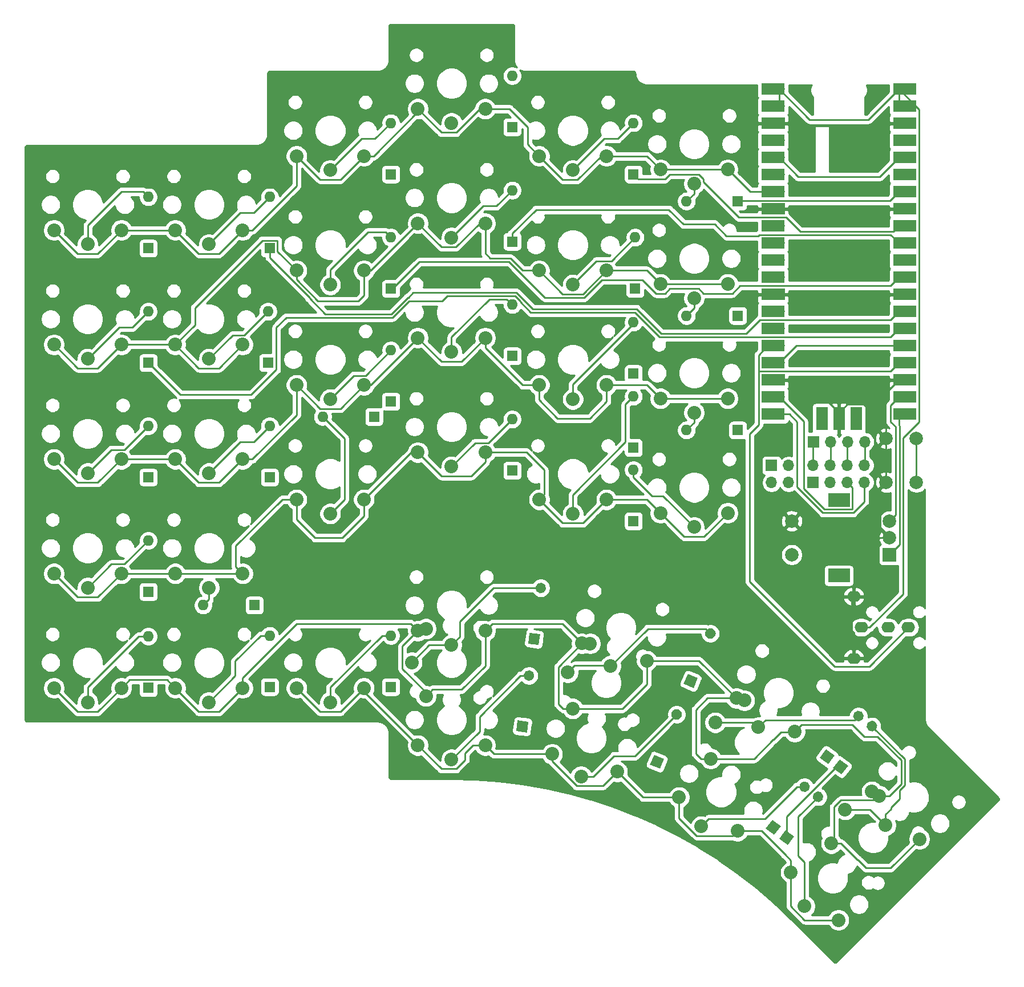
<source format=gtl>
G04 #@! TF.GenerationSoftware,KiCad,Pcbnew,5.99.0+really5.1.10+dfsg1-1*
G04 #@! TF.CreationDate,2021-12-23T16:25:36+00:00*
G04 #@! TF.ProjectId,pinanochoc-keyboard,70696e61-6e6f-4636-9f63-2d6b6579626f,rev?*
G04 #@! TF.SameCoordinates,Original*
G04 #@! TF.FileFunction,Copper,L1,Top*
G04 #@! TF.FilePolarity,Positive*
%FSLAX46Y46*%
G04 Gerber Fmt 4.6, Leading zero omitted, Abs format (unit mm)*
G04 Created by KiCad (PCBNEW 5.99.0+really5.1.10+dfsg1-1) date 2021-12-23 16:25:36*
%MOMM*%
%LPD*%
G01*
G04 APERTURE LIST*
G04 #@! TA.AperFunction,ComponentPad*
%ADD10O,1.700000X1.700000*%
G04 #@! TD*
G04 #@! TA.AperFunction,ComponentPad*
%ADD11R,1.700000X1.700000*%
G04 #@! TD*
G04 #@! TA.AperFunction,SMDPad,CuDef*
%ADD12R,1.700000X3.500000*%
G04 #@! TD*
G04 #@! TA.AperFunction,SMDPad,CuDef*
%ADD13R,3.500000X1.700000*%
G04 #@! TD*
G04 #@! TA.AperFunction,ComponentPad*
%ADD14C,2.000000*%
G04 #@! TD*
G04 #@! TA.AperFunction,ComponentPad*
%ADD15R,2.000000X2.000000*%
G04 #@! TD*
G04 #@! TA.AperFunction,ComponentPad*
%ADD16R,3.200000X2.000000*%
G04 #@! TD*
G04 #@! TA.AperFunction,ComponentPad*
%ADD17C,2.032000*%
G04 #@! TD*
G04 #@! TA.AperFunction,ComponentPad*
%ADD18O,2.000000X1.600000*%
G04 #@! TD*
G04 #@! TA.AperFunction,ComponentPad*
%ADD19C,0.100000*%
G04 #@! TD*
G04 #@! TA.AperFunction,ComponentPad*
%ADD20O,1.600000X1.600000*%
G04 #@! TD*
G04 #@! TA.AperFunction,ComponentPad*
%ADD21R,1.600000X1.600000*%
G04 #@! TD*
G04 #@! TA.AperFunction,ViaPad*
%ADD22C,0.800000*%
G04 #@! TD*
G04 #@! TA.AperFunction,Conductor*
%ADD23C,0.250000*%
G04 #@! TD*
G04 #@! TA.AperFunction,Conductor*
%ADD24C,0.254000*%
G04 #@! TD*
G04 #@! TA.AperFunction,Conductor*
%ADD25C,0.100000*%
G04 #@! TD*
G04 APERTURE END LIST*
D10*
X136540000Y-92790000D03*
X134000000Y-92790000D03*
X136540000Y-90250000D03*
D11*
X134000000Y-90250000D03*
D10*
X147820000Y-86750000D03*
X145280000Y-86750000D03*
X142740000Y-86750000D03*
D11*
X140200000Y-86750000D03*
D10*
X146540000Y-82400000D03*
D12*
X146540000Y-83300000D03*
D11*
X144000000Y-82400000D03*
D12*
X144000000Y-83300000D03*
D10*
X141460000Y-82400000D03*
D12*
X141460000Y-83300000D03*
D13*
X153790000Y-82630000D03*
X153790000Y-80090000D03*
X153790000Y-77550000D03*
X153790000Y-75010000D03*
X153790000Y-72470000D03*
X153790000Y-69930000D03*
X153790000Y-67390000D03*
X153790000Y-64850000D03*
X153790000Y-62310000D03*
X153790000Y-59770000D03*
X153790000Y-57230000D03*
X153790000Y-54690000D03*
X153790000Y-52150000D03*
X153790000Y-49610000D03*
X153790000Y-47070000D03*
X153790000Y-44530000D03*
X153790000Y-41990000D03*
X153790000Y-39450000D03*
X153790000Y-36910000D03*
X153790000Y-34370000D03*
X134210000Y-82630000D03*
X134210000Y-80090000D03*
X134210000Y-77550000D03*
X134210000Y-75010000D03*
X134210000Y-72470000D03*
X134210000Y-69930000D03*
X134210000Y-67390000D03*
X134210000Y-64850000D03*
X134210000Y-62310000D03*
X134210000Y-59770000D03*
X134210000Y-57230000D03*
X134210000Y-54690000D03*
X134210000Y-52150000D03*
X134210000Y-49610000D03*
X134210000Y-47070000D03*
X134210000Y-44530000D03*
X134210000Y-41990000D03*
X134210000Y-39450000D03*
X134210000Y-36910000D03*
X134210000Y-34370000D03*
D10*
X152890000Y-34370000D03*
X152890000Y-36910000D03*
D11*
X152890000Y-39450000D03*
D10*
X152890000Y-41990000D03*
X152890000Y-44530000D03*
X152890000Y-47070000D03*
X152890000Y-49610000D03*
D11*
X152890000Y-52150000D03*
D10*
X152890000Y-54690000D03*
X152890000Y-57230000D03*
X152890000Y-59770000D03*
X152890000Y-62310000D03*
D11*
X152890000Y-64850000D03*
D10*
X152890000Y-67390000D03*
X152890000Y-69930000D03*
X152890000Y-72470000D03*
X152890000Y-75010000D03*
D11*
X152890000Y-77550000D03*
D10*
X152890000Y-80090000D03*
X152890000Y-82630000D03*
X135110000Y-82630000D03*
X135110000Y-80090000D03*
D11*
X135110000Y-77550000D03*
D10*
X135110000Y-75010000D03*
X135110000Y-72470000D03*
X135110000Y-69930000D03*
X135110000Y-67390000D03*
D11*
X135110000Y-64850000D03*
D10*
X135110000Y-62310000D03*
X135110000Y-59770000D03*
X135110000Y-57230000D03*
X135110000Y-54690000D03*
D11*
X135110000Y-52150000D03*
D10*
X135110000Y-49610000D03*
X135110000Y-47070000D03*
X135110000Y-44530000D03*
X135110000Y-41990000D03*
D11*
X135110000Y-39450000D03*
D10*
X135110000Y-36910000D03*
X135110000Y-34370000D03*
D14*
X151000000Y-86250000D03*
X155500000Y-86250000D03*
X151000000Y-92750000D03*
X155500000Y-92750000D03*
D15*
X151500000Y-103500000D03*
D14*
X151500000Y-101000000D03*
X151500000Y-98500000D03*
D16*
X144000000Y-106600000D03*
X144000000Y-95400000D03*
D14*
X137000000Y-103500000D03*
X137000000Y-98500000D03*
D17*
X142867053Y-146358936D03*
X149938120Y-139287868D03*
X144917662Y-141338478D03*
X143927713Y-157743355D03*
X136856645Y-150672287D03*
X138907255Y-155692745D03*
X150928070Y-143671930D03*
X148877460Y-138651472D03*
X155948528Y-145722540D03*
X122500000Y-99400000D03*
X117500000Y-97300000D03*
X127500000Y-97300000D03*
X122500000Y-82400000D03*
X117500000Y-80300000D03*
X127500000Y-80300000D03*
X122500000Y-65400000D03*
X117500000Y-63300000D03*
X127500000Y-63300000D03*
X122500000Y-48400000D03*
X117500000Y-46300000D03*
X127500000Y-46300000D03*
X124959103Y-133791343D03*
X129959103Y-125131089D03*
X125640450Y-128411216D03*
X128930127Y-144513328D03*
X120269873Y-139513328D03*
X123550000Y-143831982D03*
X132050000Y-129109550D03*
X128769873Y-124790897D03*
X137430127Y-129790897D03*
X104500000Y-97400000D03*
X99500000Y-95300000D03*
X109500000Y-95300000D03*
X104500000Y-80400000D03*
X99500000Y-78300000D03*
X109500000Y-78300000D03*
X104500000Y-63400000D03*
X99500000Y-61300000D03*
X109500000Y-61300000D03*
X104500000Y-46400000D03*
X99500000Y-44300000D03*
X109500000Y-44300000D03*
X104485425Y-126356486D03*
X107073615Y-116697228D03*
X103751076Y-120983337D03*
X111096193Y-135685352D03*
X101436935Y-133097162D03*
X105723044Y-136419701D03*
X110122968Y-119998962D03*
X105836858Y-116676423D03*
X115496117Y-119264613D03*
X86500000Y-90400000D03*
X81500000Y-88300000D03*
X91500000Y-88300000D03*
X86500000Y-73400000D03*
X81500000Y-71300000D03*
X91500000Y-71300000D03*
X86500000Y-56400000D03*
X81500000Y-54300000D03*
X91500000Y-54300000D03*
X86500000Y-39400000D03*
X81500000Y-37300000D03*
X91500000Y-37300000D03*
X82700000Y-124500000D03*
X82700000Y-114500000D03*
X80600000Y-119500000D03*
X91500000Y-131800000D03*
X81500000Y-131800000D03*
X86500000Y-133900000D03*
X86500000Y-116900000D03*
X81500000Y-114800000D03*
X91500000Y-114800000D03*
X68500000Y-97400000D03*
X63500000Y-95300000D03*
X73500000Y-95300000D03*
X68500000Y-80400000D03*
X63500000Y-78300000D03*
X73500000Y-78300000D03*
X68500000Y-63400000D03*
X63500000Y-61300000D03*
X73500000Y-61300000D03*
X68500000Y-46400000D03*
X63500000Y-44300000D03*
X73500000Y-44300000D03*
X68500000Y-125400000D03*
X63500000Y-123300000D03*
X73500000Y-123300000D03*
X50500000Y-125400000D03*
X45500000Y-123300000D03*
X55500000Y-123300000D03*
X50500000Y-108400000D03*
X45500000Y-106300000D03*
X55500000Y-106300000D03*
X50500000Y-91400000D03*
X45500000Y-89300000D03*
X55500000Y-89300000D03*
X50500000Y-74400000D03*
X45500000Y-72300000D03*
X55500000Y-72300000D03*
X50500000Y-57400000D03*
X45500000Y-55300000D03*
X55500000Y-55300000D03*
X32500000Y-125400000D03*
X27500000Y-123300000D03*
X37500000Y-123300000D03*
X32500000Y-108400000D03*
X27500000Y-106300000D03*
X37500000Y-106300000D03*
X32500000Y-91400000D03*
X27500000Y-89300000D03*
X37500000Y-89300000D03*
X32500000Y-74400000D03*
X27500000Y-72300000D03*
X37500000Y-72300000D03*
X32500000Y-57400000D03*
X27500000Y-55300000D03*
X37500000Y-55300000D03*
D10*
X147780000Y-90210000D03*
X147780000Y-92750000D03*
X145240000Y-90210000D03*
X145240000Y-92750000D03*
X142700000Y-90210000D03*
X142700000Y-92750000D03*
X140160000Y-90210000D03*
D11*
X140160000Y-92750000D03*
D18*
X147304000Y-114290500D03*
X146204000Y-118890500D03*
X151300000Y-114300000D03*
X154300000Y-114300000D03*
X146200000Y-109700000D03*
G04 #@! TA.AperFunction,ComponentPad*
G36*
G01*
X140401753Y-140089331D02*
X140401753Y-140089331D01*
G75*
G02*
X140254079Y-138967639I487009J634683D01*
G01*
X140254079Y-138967639D01*
G75*
G02*
X141375771Y-138819965I634683J-487009D01*
G01*
X141375771Y-138819965D01*
G75*
G02*
X141523445Y-139941657I-487009J-634683D01*
G01*
X141523445Y-139941657D01*
G75*
G02*
X140401753Y-140089331I-634683J487009D01*
G01*
G37*
G04 #@! TD.AperFunction*
G04 #@! TA.AperFunction,ComponentPad*
D19*
G36*
X136397674Y-146621692D02*
G01*
X135128308Y-145647674D01*
X136102326Y-144378308D01*
X137371692Y-145352326D01*
X136397674Y-146621692D01*
G37*
G04 #@! TD.AperFunction*
G04 #@! TA.AperFunction,ComponentPad*
G36*
G01*
X148401753Y-129589331D02*
X148401753Y-129589331D01*
G75*
G02*
X148254079Y-128467639I487009J634683D01*
G01*
X148254079Y-128467639D01*
G75*
G02*
X149375771Y-128319965I634683J-487009D01*
G01*
X149375771Y-128319965D01*
G75*
G02*
X149523445Y-129441657I-487009J-634683D01*
G01*
X149523445Y-129441657D01*
G75*
G02*
X148401753Y-129589331I-634683J487009D01*
G01*
G37*
G04 #@! TD.AperFunction*
G04 #@! TA.AperFunction,ComponentPad*
G36*
X144397674Y-136121692D02*
G01*
X143128308Y-135147674D01*
X144102326Y-133878308D01*
X145371692Y-134852326D01*
X144397674Y-136121692D01*
G37*
G04 #@! TD.AperFunction*
D20*
X113500000Y-90880000D03*
D21*
X113500000Y-98500000D03*
D20*
X121380000Y-85000000D03*
D21*
X129000000Y-85000000D03*
D20*
X121380000Y-68000000D03*
D21*
X129000000Y-68000000D03*
D20*
X121380000Y-51000000D03*
D21*
X129000000Y-51000000D03*
G04 #@! TA.AperFunction,ComponentPad*
G36*
G01*
X138401753Y-138589331D02*
X138401753Y-138589331D01*
G75*
G02*
X138254079Y-137467639I487009J634683D01*
G01*
X138254079Y-137467639D01*
G75*
G02*
X139375771Y-137319965I634683J-487009D01*
G01*
X139375771Y-137319965D01*
G75*
G02*
X139523445Y-138441657I-487009J-634683D01*
G01*
X139523445Y-138441657D01*
G75*
G02*
X138401753Y-138589331I-634683J487009D01*
G01*
G37*
G04 #@! TD.AperFunction*
G04 #@! TA.AperFunction,ComponentPad*
D19*
G36*
X134397674Y-145121692D02*
G01*
X133128308Y-144147674D01*
X134102326Y-142878308D01*
X135371692Y-143852326D01*
X134397674Y-145121692D01*
G37*
G04 #@! TD.AperFunction*
G04 #@! TA.AperFunction,ComponentPad*
G36*
G01*
X146401753Y-128089331D02*
X146401753Y-128089331D01*
G75*
G02*
X146254079Y-126967639I487009J634683D01*
G01*
X146254079Y-126967639D01*
G75*
G02*
X147375771Y-126819965I634683J-487009D01*
G01*
X147375771Y-126819965D01*
G75*
G02*
X147523445Y-127941657I-487009J-634683D01*
G01*
X147523445Y-127941657D01*
G75*
G02*
X146401753Y-128089331I-634683J487009D01*
G01*
G37*
G04 #@! TD.AperFunction*
G04 #@! TA.AperFunction,ComponentPad*
G36*
X142397674Y-134621692D02*
G01*
X141128308Y-133647674D01*
X142102326Y-132378308D01*
X143371692Y-133352326D01*
X142397674Y-134621692D01*
G37*
G04 #@! TD.AperFunction*
D20*
X113500000Y-80000000D03*
D21*
X113500000Y-87620000D03*
D20*
X113500000Y-69000000D03*
D21*
X113500000Y-76620000D03*
D20*
X113750000Y-56380000D03*
D21*
X113750000Y-64000000D03*
D20*
X113500000Y-39380000D03*
D21*
X113500000Y-47000000D03*
G04 #@! TA.AperFunction,ComponentPad*
G36*
G01*
X119609901Y-127949142D02*
X119609901Y-127949142D01*
G75*
G02*
X119176944Y-126903891I306147J739104D01*
G01*
X119176944Y-126903891D01*
G75*
G02*
X120222195Y-126470934I739104J-306147D01*
G01*
X120222195Y-126470934D01*
G75*
G02*
X120655152Y-127516185I-306147J-739104D01*
G01*
X120655152Y-127516185D01*
G75*
G02*
X119609901Y-127949142I-739104J306147D01*
G01*
G37*
G04 #@! TD.AperFunction*
G04 #@! TA.AperFunction,ComponentPad*
D19*
G36*
X117432957Y-135295250D02*
G01*
X115954750Y-134682957D01*
X116567043Y-133204750D01*
X118045250Y-133817043D01*
X117432957Y-135295250D01*
G37*
G04 #@! TD.AperFunction*
G04 #@! TA.AperFunction,ComponentPad*
G36*
G01*
X124609901Y-115949142D02*
X124609901Y-115949142D01*
G75*
G02*
X124176944Y-114903891I306147J739104D01*
G01*
X124176944Y-114903891D01*
G75*
G02*
X125222195Y-114470934I739104J-306147D01*
G01*
X125222195Y-114470934D01*
G75*
G02*
X125655152Y-115516185I-306147J-739104D01*
G01*
X125655152Y-115516185D01*
G75*
G02*
X124609901Y-115949142I-739104J306147D01*
G01*
G37*
G04 #@! TD.AperFunction*
G04 #@! TA.AperFunction,ComponentPad*
G36*
X122432957Y-123295250D02*
G01*
X120954750Y-122682957D01*
X121567043Y-121204750D01*
X123045250Y-121817043D01*
X122432957Y-123295250D01*
G37*
G04 #@! TD.AperFunction*
D20*
X95500000Y-83380000D03*
D21*
X95500000Y-91000000D03*
D20*
X95500000Y-66380000D03*
D21*
X95500000Y-74000000D03*
D20*
X95500000Y-49380000D03*
D21*
X95500000Y-57000000D03*
D20*
X95500000Y-32380000D03*
D21*
X95500000Y-40000000D03*
G04 #@! TA.AperFunction,ComponentPad*
G36*
G01*
X97890189Y-122238346D02*
X97890189Y-122238346D01*
G75*
G02*
X97201454Y-121340769I104421J793156D01*
G01*
X97201454Y-121340769D01*
G75*
G02*
X98099031Y-120652034I793156J-104421D01*
G01*
X98099031Y-120652034D01*
G75*
G02*
X98787766Y-121549611I-104421J-793156D01*
G01*
X98787766Y-121549611D01*
G75*
G02*
X97890189Y-122238346I-793156J104421D01*
G01*
G37*
G04 #@! TD.AperFunction*
G04 #@! TA.AperFunction,ComponentPad*
D19*
G36*
X97688735Y-129897577D02*
G01*
X96102423Y-129688735D01*
X96311265Y-128102423D01*
X97897577Y-128311265D01*
X97688735Y-129897577D01*
G37*
G04 #@! TD.AperFunction*
G04 #@! TA.AperFunction,ComponentPad*
G36*
G01*
X99640189Y-109238346D02*
X99640189Y-109238346D01*
G75*
G02*
X98951454Y-108340769I104421J793156D01*
G01*
X98951454Y-108340769D01*
G75*
G02*
X99849031Y-107652034I793156J-104421D01*
G01*
X99849031Y-107652034D01*
G75*
G02*
X100537766Y-108549611I-104421J-793156D01*
G01*
X100537766Y-108549611D01*
G75*
G02*
X99640189Y-109238346I-793156J104421D01*
G01*
G37*
G04 #@! TD.AperFunction*
G04 #@! TA.AperFunction,ComponentPad*
G36*
X99438735Y-116897577D02*
G01*
X97852423Y-116688735D01*
X98061265Y-115102423D01*
X99647577Y-115311265D01*
X99438735Y-116897577D01*
G37*
G04 #@! TD.AperFunction*
D20*
X67380000Y-83000000D03*
D21*
X75000000Y-83000000D03*
D20*
X77500000Y-73130000D03*
D21*
X77500000Y-80750000D03*
D20*
X77500000Y-56380000D03*
D21*
X77500000Y-64000000D03*
D20*
X77500000Y-39380000D03*
D21*
X77500000Y-47000000D03*
D20*
X77500000Y-115500000D03*
D21*
X77500000Y-123120000D03*
D20*
X59500000Y-115500000D03*
D21*
X59500000Y-123120000D03*
D20*
X49630000Y-111000000D03*
D21*
X57250000Y-111000000D03*
D20*
X59500000Y-84380000D03*
D21*
X59500000Y-92000000D03*
D20*
X59250000Y-67380000D03*
D21*
X59250000Y-75000000D03*
D20*
X59500000Y-50380000D03*
D21*
X59500000Y-58000000D03*
D20*
X41500000Y-115630000D03*
D21*
X41500000Y-123250000D03*
D20*
X41500000Y-101380000D03*
D21*
X41500000Y-109000000D03*
D20*
X41500000Y-84380000D03*
D21*
X41500000Y-92000000D03*
D20*
X41500000Y-67380000D03*
D21*
X41500000Y-75000000D03*
D20*
X41500000Y-50380000D03*
D21*
X41500000Y-58000000D03*
D22*
X141000000Y-58750000D03*
X140750000Y-70000000D03*
X140750000Y-74500000D03*
X141000000Y-49250000D03*
X138250000Y-35500000D03*
X149500000Y-35500000D03*
X86500000Y-107000000D03*
X86500000Y-80250000D03*
X86500000Y-46500000D03*
X86500000Y-28000000D03*
X32500000Y-114750000D03*
X32500000Y-98000000D03*
X32500000Y-81250000D03*
X32500000Y-64250000D03*
X32500000Y-47000000D03*
X141000000Y-153750000D03*
X158000000Y-136500000D03*
D23*
X32500000Y-54598382D02*
X32500000Y-57400000D01*
X37518381Y-49580001D02*
X32500000Y-54598382D01*
X40700001Y-49580001D02*
X37518381Y-49580001D01*
X41500000Y-50380000D02*
X40700001Y-49580001D01*
X151660999Y-71159001D02*
X152890000Y-69930000D01*
X117403923Y-71159001D02*
X151660999Y-71159001D01*
X113747461Y-67502539D02*
X117403923Y-71159001D01*
X60500000Y-76032202D02*
X60500000Y-69750000D01*
X60500000Y-69750000D02*
X62000000Y-68250000D01*
X46250000Y-79750000D02*
X56782202Y-79750000D01*
X80196979Y-65803021D02*
X85098597Y-65803021D01*
X62000000Y-68250000D02*
X77750000Y-68250000D01*
X77750000Y-68250000D02*
X80196979Y-65803021D01*
X41500000Y-75000000D02*
X46250000Y-79750000D01*
X56782202Y-79750000D02*
X60500000Y-76032202D01*
X85098597Y-65803021D02*
X85825627Y-65075991D01*
X85825627Y-65075991D02*
X95940913Y-65075991D01*
X95940913Y-65075991D02*
X96679001Y-65814079D01*
X96679001Y-65929001D02*
X98252539Y-67502539D01*
X96679001Y-65814079D02*
X96679001Y-65929001D01*
X98252539Y-67502539D02*
X113747461Y-67502539D01*
X39150099Y-69729901D02*
X41500000Y-67380000D01*
X37170099Y-69729901D02*
X39150099Y-69729901D01*
X32500000Y-74400000D02*
X37170099Y-69729901D01*
X37975001Y-87904999D02*
X41500000Y-84380000D01*
X35995001Y-87904999D02*
X37975001Y-87904999D01*
X32500000Y-91400000D02*
X35995001Y-87904999D01*
X37975001Y-104904999D02*
X41500000Y-101380000D01*
X35995001Y-104904999D02*
X37975001Y-104904999D01*
X32500000Y-108400000D02*
X35995001Y-104904999D01*
X40049746Y-115630000D02*
X41500000Y-115630000D01*
X32500000Y-123179746D02*
X40049746Y-115630000D01*
X32500000Y-125400000D02*
X32500000Y-123179746D01*
X57150099Y-52729901D02*
X59500000Y-50380000D01*
X55170099Y-52729901D02*
X57150099Y-52729901D01*
X50500000Y-57400000D02*
X55170099Y-52729901D01*
X59500000Y-59364602D02*
X59500000Y-58000000D01*
X65434409Y-65299011D02*
X59500000Y-59364602D01*
X65434409Y-65434409D02*
X65434409Y-65299011D01*
X152890000Y-67390000D02*
X151660999Y-68619001D01*
X80094951Y-65299011D02*
X79988213Y-65299011D01*
X77541234Y-67745990D02*
X67745990Y-67745990D01*
X151660999Y-68619001D02*
X132238797Y-68619001D01*
X79988213Y-65299011D02*
X77541234Y-67745990D01*
X132238797Y-68619001D02*
X130202807Y-70654991D01*
X130202807Y-70654991D02*
X117612689Y-70654991D01*
X117612689Y-70654991D02*
X113956228Y-66998529D01*
X113956228Y-66998529D02*
X98576224Y-66998529D01*
X98576224Y-66998529D02*
X96149676Y-64571981D01*
X96149676Y-64571981D02*
X80821981Y-64571981D01*
X80821981Y-64571981D02*
X80094951Y-65299011D01*
X67745990Y-67745990D02*
X65434409Y-65434409D01*
X55725001Y-70904999D02*
X59250000Y-67380000D01*
X53995001Y-70904999D02*
X55725001Y-70904999D01*
X50500000Y-74400000D02*
X53995001Y-70904999D01*
X55170099Y-86729901D02*
X50500000Y-91400000D01*
X57150099Y-86729901D02*
X55170099Y-86729901D01*
X59500000Y-84380000D02*
X57150099Y-86729901D01*
X50500000Y-110130000D02*
X49630000Y-111000000D01*
X50500000Y-108400000D02*
X50500000Y-110130000D01*
X58179746Y-115500000D02*
X59500000Y-115500000D01*
X54400000Y-119279746D02*
X58179746Y-115500000D01*
X54400000Y-121500000D02*
X54400000Y-119279746D01*
X50500000Y-125400000D02*
X54400000Y-121500000D01*
X76179746Y-115500000D02*
X77500000Y-115500000D01*
X68500000Y-123179746D02*
X76179746Y-115500000D01*
X68500000Y-125400000D02*
X68500000Y-123179746D01*
X75150099Y-41729901D02*
X77500000Y-39380000D01*
X73170099Y-41729901D02*
X75150099Y-41729901D01*
X68500000Y-46400000D02*
X73170099Y-41729901D01*
X129325601Y-63539001D02*
X151660999Y-63539001D01*
X77500000Y-64000000D02*
X77750000Y-64000000D01*
X128169601Y-64695001D02*
X129325601Y-63539001D01*
X77750000Y-64000000D02*
X81750000Y-60000000D01*
X81750000Y-60000000D02*
X95050384Y-60000000D01*
X116830399Y-64695001D02*
X118169601Y-64695001D01*
X95050384Y-60000000D02*
X100349395Y-65299011D01*
X106213765Y-65299011D02*
X108817775Y-62695001D01*
X100349395Y-65299011D02*
X106213765Y-65299011D01*
X108817775Y-62695001D02*
X114804999Y-62695001D01*
X123164602Y-64000000D02*
X123859603Y-64695001D01*
X151660999Y-63539001D02*
X152890000Y-62310000D01*
X123859603Y-64695001D02*
X128169601Y-64695001D01*
X114804999Y-62695001D02*
X114817699Y-62682301D01*
X118864602Y-64000000D02*
X123164602Y-64000000D01*
X114817699Y-62682301D02*
X116830399Y-64695001D01*
X118169601Y-64695001D02*
X118864602Y-64000000D01*
X68500000Y-61179746D02*
X68500000Y-63400000D01*
X74099745Y-55580001D02*
X68500000Y-61179746D01*
X76700001Y-55580001D02*
X74099745Y-55580001D01*
X77500000Y-56380000D02*
X76700001Y-55580001D01*
X73725001Y-76904999D02*
X77500000Y-73130000D01*
X71995001Y-76904999D02*
X73725001Y-76904999D01*
X68500000Y-80400000D02*
X71995001Y-76904999D01*
X70593501Y-95306499D02*
X70593501Y-86213501D01*
X70593501Y-86213501D02*
X67380000Y-83000000D01*
X68500000Y-97400000D02*
X70593501Y-95306499D01*
X83200000Y-116900000D02*
X86500000Y-116900000D01*
X80600000Y-119500000D02*
X83200000Y-116900000D01*
X92734556Y-108445190D02*
X99744610Y-108445190D01*
X87729901Y-113449845D02*
X92734556Y-108445190D01*
X87729901Y-115670099D02*
X87729901Y-113449845D01*
X86500000Y-116900000D02*
X87729901Y-115670099D01*
X90655699Y-127524047D02*
X96734556Y-121445190D01*
X90655699Y-129744301D02*
X90655699Y-127524047D01*
X96734556Y-121445190D02*
X97994610Y-121445190D01*
X86500000Y-133900000D02*
X90655699Y-129744301D01*
X127300335Y-56174301D02*
X131983497Y-56174301D01*
X151660999Y-56000999D02*
X152890000Y-57230000D01*
X132156799Y-56000999D02*
X151660999Y-56000999D01*
X125551733Y-54425699D02*
X127300335Y-56174301D01*
X131983497Y-56174301D02*
X132156799Y-56000999D01*
X95500000Y-55786034D02*
X99036034Y-52250000D01*
X95500000Y-57000000D02*
X95500000Y-55786034D01*
X118750000Y-52250000D02*
X120925699Y-54425699D01*
X99036034Y-52250000D02*
X118750000Y-52250000D01*
X120925699Y-54425699D02*
X125551733Y-54425699D01*
X93150099Y-51729901D02*
X95500000Y-49380000D01*
X91170099Y-51729901D02*
X93150099Y-51729901D01*
X86500000Y-56400000D02*
X91170099Y-51729901D01*
X92099745Y-65580001D02*
X94700001Y-65580001D01*
X94700001Y-65580001D02*
X95500000Y-66380000D01*
X86500000Y-71179746D02*
X92099745Y-65580001D01*
X86500000Y-73400000D02*
X86500000Y-71179746D01*
X91975001Y-86904999D02*
X95500000Y-83380000D01*
X89995001Y-86904999D02*
X91975001Y-86904999D01*
X86500000Y-90400000D02*
X89995001Y-86904999D01*
X110091344Y-119967338D02*
X110122968Y-119998962D01*
X104767075Y-119967338D02*
X110091344Y-119967338D01*
X103751076Y-120983337D02*
X104767075Y-119967338D01*
X124199614Y-114493604D02*
X124916048Y-115210038D01*
X115628326Y-114493604D02*
X124199614Y-114493604D01*
X110122968Y-119998962D02*
X115628326Y-114493604D01*
X113751941Y-133374145D02*
X119916048Y-127210038D01*
X110625855Y-133374145D02*
X113751941Y-133374145D01*
X107580299Y-136419701D02*
X110625855Y-133374145D01*
X105723044Y-136419701D02*
X107580299Y-136419701D01*
X111150099Y-41729901D02*
X113500000Y-39380000D01*
X109170099Y-41729901D02*
X111150099Y-41729901D01*
X104500000Y-46400000D02*
X109170099Y-41729901D01*
X118859603Y-47004999D02*
X118169601Y-47695001D01*
X123169601Y-47004999D02*
X118859603Y-47004999D01*
X118169601Y-47695001D02*
X114195001Y-47695001D01*
X123895001Y-47730399D02*
X123169601Y-47004999D01*
X129096799Y-53379001D02*
X123895001Y-48177203D01*
X114195001Y-47695001D02*
X113500000Y-47000000D01*
X123895001Y-48177203D02*
X123895001Y-47730399D01*
X136129001Y-53379001D02*
X129096799Y-53379001D01*
X136129001Y-53379001D02*
X138246989Y-55496989D01*
X152083011Y-55496989D02*
X152890000Y-54690000D01*
X138246989Y-55496989D02*
X152083011Y-55496989D01*
X110225001Y-59904999D02*
X113750000Y-56380000D01*
X107995001Y-59904999D02*
X110225001Y-59904999D01*
X104500000Y-63400000D02*
X107995001Y-59904999D01*
X113500000Y-69179746D02*
X113500000Y-69000000D01*
X104500000Y-78179746D02*
X113500000Y-69179746D01*
X104500000Y-80400000D02*
X104500000Y-78179746D01*
X112320999Y-81179001D02*
X113500000Y-80000000D01*
X112320999Y-86777383D02*
X112320999Y-81179001D01*
X104500000Y-94598382D02*
X112320999Y-86777383D01*
X104500000Y-97400000D02*
X104500000Y-94598382D01*
X131351666Y-128411216D02*
X132050000Y-129109550D01*
X125640450Y-128411216D02*
X131351666Y-128411216D01*
X146277148Y-128066262D02*
X146888762Y-127454648D01*
X133093288Y-128066262D02*
X146277148Y-128066262D01*
X132050000Y-129109550D02*
X133093288Y-128066262D01*
X133009707Y-142702333D02*
X137757392Y-137954648D01*
X137757392Y-137954648D02*
X138888762Y-137954648D01*
X124679649Y-142702333D02*
X133009707Y-142702333D01*
X123550000Y-143831982D02*
X124679649Y-142702333D01*
X122500000Y-49880000D02*
X121380000Y-51000000D01*
X122500000Y-48400000D02*
X122500000Y-49880000D01*
X129079001Y-50920999D02*
X129000000Y-51000000D01*
X151579001Y-50920999D02*
X129079001Y-50920999D01*
X152890000Y-49610000D02*
X151579001Y-50920999D01*
X143598488Y-135000000D02*
X144250000Y-135000000D01*
X136250000Y-142348488D02*
X143598488Y-135000000D01*
X136250000Y-145500000D02*
X136250000Y-142348488D01*
X122500000Y-66880000D02*
X121380000Y-68000000D01*
X122500000Y-65400000D02*
X122500000Y-66880000D01*
X122500000Y-83880000D02*
X121380000Y-85000000D01*
X122500000Y-82400000D02*
X122500000Y-83880000D01*
X113500000Y-92011370D02*
X113500000Y-90880000D01*
X117895990Y-94795990D02*
X116284620Y-94795990D01*
X116284620Y-94795990D02*
X113500000Y-92011370D01*
X122500000Y-99400000D02*
X117895990Y-94795990D01*
X148594618Y-141338478D02*
X150928070Y-143671930D01*
X144917662Y-141338478D02*
X148594618Y-141338478D01*
X153750000Y-133815886D02*
X153750000Y-137751618D01*
X148888762Y-128954648D02*
X153750000Y-133815886D01*
X150928070Y-143671930D02*
X150928070Y-142071930D01*
X151748779Y-141251221D02*
X151748779Y-141001221D01*
X150928070Y-142071930D02*
X151748779Y-141251221D01*
X153006499Y-138506499D02*
X153000809Y-138500809D01*
X153006499Y-139743501D02*
X153006499Y-138506499D01*
X151748779Y-141001221D02*
X153006499Y-139743501D01*
X153750000Y-137751618D02*
X153000809Y-138500809D01*
X137960196Y-148222081D02*
X137960196Y-142383214D01*
X138907255Y-149169140D02*
X137960196Y-148222081D01*
X137960196Y-142383214D02*
X140888762Y-139454648D01*
X138907255Y-155692745D02*
X138907255Y-149169140D01*
X147820000Y-90170000D02*
X147780000Y-90210000D01*
X147820000Y-86750000D02*
X147820000Y-90170000D01*
X145240000Y-86790000D02*
X145280000Y-86750000D01*
X145240000Y-90210000D02*
X145240000Y-86790000D01*
X148380990Y-38879010D02*
X152890000Y-34370000D01*
X139619010Y-38879010D02*
X148380990Y-38879010D01*
X135110000Y-34370000D02*
X139619010Y-38879010D01*
X152890000Y-34370000D02*
X152890000Y-36910000D01*
X135110000Y-34370000D02*
X135110000Y-36910000D01*
X155919001Y-37399001D02*
X152890000Y-34370000D01*
X155919001Y-83783201D02*
X155919001Y-37399001D01*
X153508019Y-86194183D02*
X155919001Y-83783201D01*
X153508019Y-109336481D02*
X153508019Y-86194183D01*
X148554000Y-114290500D02*
X153508019Y-109336481D01*
X147304000Y-114290500D02*
X148554000Y-114290500D01*
X150120999Y-93629001D02*
X151000000Y-92750000D01*
X150120999Y-99620999D02*
X150120999Y-93629001D01*
X151500000Y-101000000D02*
X150120999Y-99620999D01*
X151000000Y-92750000D02*
X151000000Y-86250000D01*
X145229001Y-81170999D02*
X144000000Y-82400000D01*
X147693201Y-81170999D02*
X145229001Y-81170999D01*
X151000000Y-84477798D02*
X147693201Y-81170999D01*
X151000000Y-86250000D02*
X151000000Y-84477798D01*
X151579001Y-78860999D02*
X152890000Y-77550000D01*
X147539001Y-78860999D02*
X151579001Y-78860999D01*
X144000000Y-82400000D02*
X147539001Y-78860999D01*
X139150000Y-77550000D02*
X135110000Y-77550000D01*
X144000000Y-82400000D02*
X139150000Y-77550000D01*
X145924990Y-109975010D02*
X146200000Y-109700000D01*
X145924990Y-114778861D02*
X145924990Y-109975010D01*
X146204000Y-115057871D02*
X145924990Y-114778861D01*
X146204000Y-118890500D02*
X146204000Y-115057871D01*
X150085787Y-101000000D02*
X151500000Y-101000000D01*
X146200000Y-104885787D02*
X150085787Y-101000000D01*
X146200000Y-109700000D02*
X146200000Y-104885787D01*
X135110000Y-64850000D02*
X152890000Y-64850000D01*
X137650000Y-72470000D02*
X135110000Y-75010000D01*
X152890000Y-72470000D02*
X137650000Y-72470000D01*
X151660999Y-76239001D02*
X152890000Y-75010000D01*
X132156799Y-76239001D02*
X151660999Y-76239001D01*
X132080999Y-76163201D02*
X132156799Y-76239001D01*
X132080999Y-73856799D02*
X132080999Y-76163201D01*
X133467798Y-72470000D02*
X132080999Y-73856799D01*
X135110000Y-72470000D02*
X133467798Y-72470000D01*
X148530490Y-120069510D02*
X154300000Y-114300000D01*
X143319510Y-120069510D02*
X148530490Y-120069510D01*
X130750000Y-107500000D02*
X143319510Y-120069510D01*
X132080999Y-84201203D02*
X130750000Y-85532202D01*
X130750000Y-85532202D02*
X130750000Y-107500000D01*
X132080999Y-73856799D02*
X132080999Y-84201203D01*
X135110000Y-82630000D02*
X136630000Y-82630000D01*
X137769001Y-83769001D02*
X136630000Y-82630000D01*
X137769001Y-93453980D02*
X137769001Y-83769001D01*
X141598032Y-97283011D02*
X137769001Y-93453980D01*
X147780000Y-95614979D02*
X146111968Y-97283011D01*
X146111968Y-97283011D02*
X141598032Y-97283011D01*
X147780000Y-92750000D02*
X147780000Y-95614979D01*
X145979001Y-93489001D02*
X145240000Y-92750000D01*
X145979001Y-96703201D02*
X145979001Y-93489001D01*
X145903201Y-96779001D02*
X145979001Y-96703201D01*
X138750000Y-93722202D02*
X141806799Y-96779001D01*
X141806799Y-96779001D02*
X145903201Y-96779001D01*
X138750000Y-83730000D02*
X138750000Y-93722202D01*
X135110000Y-80090000D02*
X138750000Y-83730000D01*
X137959010Y-47379010D02*
X135110000Y-44530000D01*
X150040990Y-47379010D02*
X137959010Y-47379010D01*
X152890000Y-44530000D02*
X150040990Y-47379010D01*
X155500000Y-86250000D02*
X155500000Y-92750000D01*
X37500000Y-55300000D02*
X45500000Y-55300000D01*
X97770099Y-42570099D02*
X99500000Y-44300000D01*
X97770099Y-39987897D02*
X97770099Y-42570099D01*
X95082202Y-37300000D02*
X97770099Y-39987897D01*
X91500000Y-37300000D02*
X95082202Y-37300000D01*
X115500000Y-44300000D02*
X117500000Y-46300000D01*
X109500000Y-44300000D02*
X115500000Y-44300000D01*
X117500000Y-46300000D02*
X127500000Y-46300000D01*
X130810000Y-49610000D02*
X135110000Y-49610000D01*
X127500000Y-46300000D02*
X130810000Y-49610000D01*
X30995001Y-58795001D02*
X34004999Y-58795001D01*
X34004999Y-58795001D02*
X37500000Y-55300000D01*
X27500000Y-55300000D02*
X30995001Y-58795001D01*
X63500000Y-48736840D02*
X63500000Y-44300000D01*
X56936840Y-55300000D02*
X63500000Y-48736840D01*
X55500000Y-55300000D02*
X56936840Y-55300000D01*
X52004999Y-58795001D02*
X55500000Y-55300000D01*
X48995001Y-58795001D02*
X52004999Y-58795001D01*
X45500000Y-55300000D02*
X48995001Y-58795001D01*
X70004999Y-47795001D02*
X73500000Y-44300000D01*
X66995001Y-47795001D02*
X70004999Y-47795001D01*
X63500000Y-44300000D02*
X66995001Y-47795001D01*
X81500000Y-37736840D02*
X81500000Y-37300000D01*
X74936840Y-44300000D02*
X81500000Y-37736840D01*
X73500000Y-44300000D02*
X74936840Y-44300000D01*
X84995001Y-40795001D02*
X87204999Y-40795001D01*
X81500000Y-37300000D02*
X84995001Y-40795001D01*
X90700000Y-37300000D02*
X91500000Y-37300000D01*
X87204999Y-40795001D02*
X90700000Y-37300000D01*
X102995001Y-47795001D02*
X105204999Y-47795001D01*
X99500000Y-44300000D02*
X102995001Y-47795001D01*
X108700000Y-44300000D02*
X109500000Y-44300000D01*
X105204999Y-47795001D02*
X108700000Y-44300000D01*
X37500000Y-72300000D02*
X45500000Y-72300000D01*
X115500000Y-61300000D02*
X117500000Y-63300000D01*
X109500000Y-61300000D02*
X115500000Y-61300000D01*
X127500000Y-63300000D02*
X117500000Y-63300000D01*
X30995001Y-75795001D02*
X27500000Y-72300000D01*
X34004999Y-75795001D02*
X30995001Y-75795001D01*
X37500000Y-72300000D02*
X34004999Y-75795001D01*
X106004999Y-64795001D02*
X109500000Y-61300000D01*
X102995001Y-64795001D02*
X106004999Y-64795001D01*
X99500000Y-61300000D02*
X102995001Y-64795001D01*
X74500000Y-61300000D02*
X81500000Y-54300000D01*
X73500000Y-61300000D02*
X74500000Y-61300000D01*
X90664602Y-54300000D02*
X91500000Y-54300000D01*
X87169601Y-57795001D02*
X90664602Y-54300000D01*
X84995001Y-57795001D02*
X87169601Y-57795001D01*
X81500000Y-54300000D02*
X84995001Y-57795001D01*
X48406499Y-69393501D02*
X45500000Y-72300000D01*
X48406499Y-66811299D02*
X48406499Y-69393501D01*
X60679001Y-56896799D02*
X60603201Y-56820999D01*
X60679001Y-58479001D02*
X60679001Y-56896799D01*
X58396799Y-56820999D02*
X48406499Y-66811299D01*
X60603201Y-56820999D02*
X58396799Y-56820999D01*
X63500000Y-61300000D02*
X60679001Y-58479001D01*
X52004999Y-75795001D02*
X55500000Y-72300000D01*
X48995001Y-75795001D02*
X52004999Y-75795001D01*
X45500000Y-72300000D02*
X48995001Y-75795001D01*
X73500000Y-65000000D02*
X73500000Y-61300000D01*
X72674087Y-65825913D02*
X73500000Y-65000000D01*
X66674087Y-65825913D02*
X72674087Y-65825913D01*
X63500000Y-62651826D02*
X66674087Y-65825913D01*
X63500000Y-61300000D02*
X63500000Y-62651826D01*
X97063160Y-61300000D02*
X99500000Y-61300000D01*
X95259150Y-59495990D02*
X97063160Y-61300000D01*
X92250000Y-59495990D02*
X95259150Y-59495990D01*
X91500000Y-58745990D02*
X92250000Y-59495990D01*
X91500000Y-54300000D02*
X91500000Y-58745990D01*
X37500000Y-89300000D02*
X45500000Y-89300000D01*
X97063160Y-78300000D02*
X99500000Y-78300000D01*
X91500000Y-72736840D02*
X97063160Y-78300000D01*
X91500000Y-71300000D02*
X91500000Y-72736840D01*
X115500000Y-78300000D02*
X117500000Y-80300000D01*
X109500000Y-78300000D02*
X115500000Y-78300000D01*
X117500000Y-80300000D02*
X127500000Y-80300000D01*
X34004999Y-92795001D02*
X37500000Y-89300000D01*
X30995001Y-92795001D02*
X34004999Y-92795001D01*
X27500000Y-89300000D02*
X30995001Y-92795001D01*
X52004999Y-92795001D02*
X55500000Y-89300000D01*
X48995001Y-92795001D02*
X52004999Y-92795001D01*
X45500000Y-89300000D02*
X48995001Y-92795001D01*
X63500000Y-82736840D02*
X63500000Y-78300000D01*
X56936840Y-89300000D02*
X63500000Y-82736840D01*
X55500000Y-89300000D02*
X56936840Y-89300000D01*
X88004999Y-74795001D02*
X91500000Y-71300000D01*
X84995001Y-74795001D02*
X88004999Y-74795001D01*
X81500000Y-71300000D02*
X84995001Y-74795001D01*
X70004999Y-81795001D02*
X73500000Y-78300000D01*
X66995001Y-81795001D02*
X70004999Y-81795001D01*
X63500000Y-78300000D02*
X66995001Y-81795001D01*
X74500000Y-78300000D02*
X81500000Y-71300000D01*
X73500000Y-78300000D02*
X74500000Y-78300000D01*
X99500000Y-78300000D02*
X99500000Y-80500000D01*
X99500000Y-80500000D02*
X102250000Y-83250000D01*
X102250000Y-83250000D02*
X107000000Y-83250000D01*
X109500000Y-80750000D02*
X109500000Y-78300000D01*
X107000000Y-83250000D02*
X109500000Y-80750000D01*
X37500000Y-106300000D02*
X45500000Y-106300000D01*
X45500000Y-106300000D02*
X55500000Y-106300000D01*
X61379746Y-95300000D02*
X63500000Y-95300000D01*
X54484001Y-102195745D02*
X61379746Y-95300000D01*
X54484001Y-105284001D02*
X54484001Y-102195745D01*
X55500000Y-106300000D02*
X54484001Y-105284001D01*
X100229901Y-90909647D02*
X100229901Y-94570099D01*
X97620254Y-88300000D02*
X100229901Y-90909647D01*
X100229901Y-94570099D02*
X99500000Y-95300000D01*
X91500000Y-88300000D02*
X97620254Y-88300000D01*
X115500000Y-95300000D02*
X117500000Y-97300000D01*
X109500000Y-95300000D02*
X115500000Y-95300000D01*
X34004999Y-109795001D02*
X37500000Y-106300000D01*
X30995001Y-109795001D02*
X34004999Y-109795001D01*
X27500000Y-106300000D02*
X30995001Y-109795001D01*
X106004999Y-98795001D02*
X109500000Y-95300000D01*
X102995001Y-98795001D02*
X106004999Y-98795001D01*
X99500000Y-95300000D02*
X102995001Y-98795001D01*
X124004999Y-100795001D02*
X127500000Y-97300000D01*
X120995001Y-100795001D02*
X124004999Y-100795001D01*
X117500000Y-97300000D02*
X120995001Y-100795001D01*
X89441839Y-91795001D02*
X84995001Y-91795001D01*
X84995001Y-91795001D02*
X81500000Y-88300000D01*
X91500000Y-89736840D02*
X89441839Y-91795001D01*
X91500000Y-88300000D02*
X91500000Y-89736840D01*
X80500000Y-88300000D02*
X81500000Y-88300000D01*
X73500000Y-95300000D02*
X80500000Y-88300000D01*
X63500000Y-95300000D02*
X63500000Y-98250000D01*
X63500000Y-98250000D02*
X66250000Y-101000000D01*
X66250000Y-101000000D02*
X70250000Y-101000000D01*
X73500000Y-97750000D02*
X73500000Y-95300000D01*
X70250000Y-101000000D02*
X73500000Y-97750000D01*
X44270999Y-122070999D02*
X45500000Y-123300000D01*
X38729001Y-122070999D02*
X44270999Y-122070999D01*
X37500000Y-123300000D02*
X38729001Y-122070999D01*
X102944436Y-113784001D02*
X105836858Y-116676423D01*
X92515999Y-113784001D02*
X102944436Y-113784001D01*
X91500000Y-114800000D02*
X92515999Y-113784001D01*
X107052810Y-116676423D02*
X107073615Y-116697228D01*
X105836858Y-116676423D02*
X107052810Y-116676423D01*
X115732263Y-119028467D02*
X115496117Y-119264613D01*
X91574301Y-114725699D02*
X91500000Y-114800000D01*
X103044688Y-126356486D02*
X104485425Y-126356486D01*
X102356075Y-125667873D02*
X103044688Y-126356486D01*
X102356075Y-120157206D02*
X102356075Y-125667873D01*
X105836858Y-116676423D02*
X102356075Y-120157206D01*
X123243589Y-119264613D02*
X128769873Y-124790897D01*
X115496117Y-119264613D02*
X123243589Y-119264613D01*
X137871608Y-129349416D02*
X137430127Y-129790897D01*
X129110065Y-125131089D02*
X128769873Y-124790897D01*
X129959103Y-125131089D02*
X129110065Y-125131089D01*
X155948528Y-145722540D02*
X156111123Y-145722540D01*
X34004999Y-126795001D02*
X37500000Y-123300000D01*
X30995001Y-126795001D02*
X34004999Y-126795001D01*
X27500000Y-123300000D02*
X30995001Y-126795001D01*
X52004999Y-126795001D02*
X55500000Y-123300000D01*
X48995001Y-126795001D02*
X52004999Y-126795001D01*
X45500000Y-123300000D02*
X48995001Y-126795001D01*
X81800000Y-114500000D02*
X81500000Y-114800000D01*
X82700000Y-114500000D02*
X81800000Y-114500000D01*
X148877460Y-137822090D02*
X148877460Y-138651472D01*
X149513856Y-139287868D02*
X148877460Y-138651472D01*
X149938120Y-139287868D02*
X149513856Y-139287868D01*
X143232237Y-145993752D02*
X143232237Y-140959301D01*
X142867053Y-146358936D02*
X143232237Y-145993752D01*
X80484001Y-113784001D02*
X81500000Y-114800000D01*
X63502033Y-113784001D02*
X80484001Y-113784001D01*
X55500000Y-121786034D02*
X63502033Y-113784001D01*
X55500000Y-123300000D02*
X55500000Y-121786034D01*
X79204999Y-120431033D02*
X82700000Y-123926034D01*
X79204999Y-117095001D02*
X79204999Y-120431033D01*
X82700000Y-123926034D02*
X82700000Y-124500000D01*
X81500000Y-114800000D02*
X79204999Y-117095001D01*
X153245990Y-137542852D02*
X151500974Y-139287868D01*
X153245990Y-134024652D02*
X153245990Y-137542852D01*
X149721338Y-130500000D02*
X153245990Y-134024652D01*
X138471024Y-128750000D02*
X146000000Y-128750000D01*
X151500974Y-139287868D02*
X149938120Y-139287868D01*
X147750000Y-130500000D02*
X149721338Y-130500000D01*
X146000000Y-128750000D02*
X147750000Y-130500000D01*
X137430127Y-129790897D02*
X138471024Y-128750000D01*
X149282511Y-139943477D02*
X149938120Y-139287868D01*
X144248061Y-139943477D02*
X149282511Y-139943477D01*
X143232237Y-140959301D02*
X144248061Y-139943477D01*
X91500000Y-120000000D02*
X91500000Y-114800000D01*
X88000000Y-123500000D02*
X91500000Y-120000000D01*
X83700000Y-123500000D02*
X88000000Y-123500000D01*
X82700000Y-124500000D02*
X83700000Y-123500000D01*
X104485425Y-126356486D02*
X111856486Y-126356486D01*
X115496117Y-122716855D02*
X115496117Y-119264613D01*
X111856486Y-126356486D02*
X115496117Y-122716855D01*
X124459103Y-124790897D02*
X128769873Y-124790897D01*
X122750000Y-126500000D02*
X124459103Y-124790897D01*
X122750000Y-133019080D02*
X122750000Y-126500000D01*
X123522263Y-133791343D02*
X122750000Y-133019080D01*
X124959103Y-133791343D02*
X123522263Y-133791343D01*
X131418255Y-133791343D02*
X134250000Y-130959598D01*
X124959103Y-133791343D02*
X131418255Y-133791343D01*
X137406160Y-129814864D02*
X137430127Y-129790897D01*
X134290402Y-130959598D02*
X135435136Y-129814864D01*
X134250000Y-130959598D02*
X134290402Y-130959598D01*
X135435136Y-129814864D02*
X137406160Y-129814864D01*
X144303893Y-146358936D02*
X146750000Y-148805043D01*
X142867053Y-146358936D02*
X144303893Y-146358936D01*
X146750000Y-148805043D02*
X146805043Y-148805043D01*
X146805043Y-148805043D02*
X148000000Y-150000000D01*
X151671068Y-150000000D02*
X155948528Y-145722540D01*
X148000000Y-150000000D02*
X151671068Y-150000000D01*
X136856645Y-155706737D02*
X136856645Y-150672287D01*
X138893263Y-157743355D02*
X136856645Y-155706737D01*
X143927713Y-157743355D02*
X138893263Y-157743355D01*
X120269873Y-142616457D02*
X120269873Y-139513328D01*
X122880399Y-145226983D02*
X120269873Y-142616457D01*
X128216472Y-145226983D02*
X122880399Y-145226983D01*
X128930127Y-144513328D02*
X128216472Y-145226983D01*
X114924169Y-139513328D02*
X111096193Y-135685352D01*
X120269873Y-139513328D02*
X114924169Y-139513328D01*
X101436935Y-134198194D02*
X101436935Y-133097162D01*
X105053443Y-137814702D02*
X101436935Y-134198194D01*
X108966843Y-137814702D02*
X105053443Y-137814702D01*
X111096193Y-135685352D02*
X108966843Y-137814702D01*
X92797162Y-133097162D02*
X91500000Y-131800000D01*
X101436935Y-133097162D02*
X92797162Y-133097162D01*
X70004999Y-126795001D02*
X73500000Y-123300000D01*
X66995001Y-126795001D02*
X70004999Y-126795001D01*
X63500000Y-123300000D02*
X66995001Y-126795001D01*
X73500000Y-123800000D02*
X73500000Y-123300000D01*
X81500000Y-131800000D02*
X73500000Y-123800000D01*
X89700000Y-131800000D02*
X91500000Y-131800000D01*
X88500000Y-133000000D02*
X89700000Y-131800000D01*
X88525000Y-133025000D02*
X88500000Y-133000000D01*
X88525000Y-133975000D02*
X88525000Y-133025000D01*
X87204999Y-135295001D02*
X88525000Y-133975000D01*
X84995001Y-135295001D02*
X87204999Y-135295001D01*
X81500000Y-131800000D02*
X84995001Y-135295001D01*
X128930127Y-144513328D02*
X132486672Y-144513328D01*
X132486672Y-144513328D02*
X135973344Y-148000000D01*
X135973344Y-148000000D02*
X136000000Y-148000000D01*
X136856645Y-148856645D02*
X136856645Y-150672287D01*
X136000000Y-148000000D02*
X136856645Y-148856645D01*
X153004009Y-101995991D02*
X151500000Y-103500000D01*
X153004009Y-84413434D02*
X153004009Y-101995991D01*
X152890000Y-84299425D02*
X153004009Y-84413434D01*
X152890000Y-82630000D02*
X152890000Y-84299425D01*
X151660999Y-81319001D02*
X152890000Y-80090000D01*
X151660999Y-83783201D02*
X151660999Y-81319001D01*
X152379001Y-97620999D02*
X152379001Y-84501203D01*
X152379001Y-84501203D02*
X151660999Y-83783201D01*
X151500000Y-98500000D02*
X152379001Y-97620999D01*
X142740000Y-90170000D02*
X142700000Y-90210000D01*
X142740000Y-86750000D02*
X142740000Y-90170000D01*
X140160000Y-86790000D02*
X140200000Y-86750000D01*
X140160000Y-90210000D02*
X140160000Y-86790000D01*
D24*
X95512965Y-24735542D02*
X95525888Y-24736496D01*
X95538790Y-24738088D01*
X95551690Y-24740327D01*
X95564477Y-24743197D01*
X95576904Y-24746634D01*
X95589160Y-24750684D01*
X95601405Y-24755408D01*
X95613187Y-24760627D01*
X95624743Y-24766450D01*
X95636277Y-24772982D01*
X95647140Y-24779856D01*
X95657653Y-24787265D01*
X95668073Y-24795396D01*
X95677721Y-24803713D01*
X95686884Y-24812450D01*
X95696151Y-24822195D01*
X95704816Y-24832228D01*
X95712833Y-24842499D01*
X95720107Y-24852813D01*
X95726926Y-24863604D01*
X95733617Y-24875413D01*
X95739489Y-24887062D01*
X95744481Y-24898316D01*
X95749124Y-24910401D01*
X95753364Y-24923228D01*
X95756916Y-24936058D01*
X95759780Y-24948757D01*
X95761936Y-24961166D01*
X95763504Y-24973896D01*
X95764460Y-24986900D01*
X95765001Y-25009018D01*
X95765000Y-29972902D01*
X95764337Y-29981879D01*
X95765000Y-30008982D01*
X95765000Y-30036104D01*
X95765883Y-30045066D01*
X95765978Y-30048956D01*
X95765532Y-30066961D01*
X95766860Y-30085020D01*
X95767303Y-30103127D01*
X95769507Y-30121006D01*
X95770459Y-30133955D01*
X95770899Y-30152014D01*
X95773103Y-30169912D01*
X95774428Y-30187927D01*
X95777517Y-30205750D01*
X95779124Y-30218804D01*
X95780468Y-30236967D01*
X95783536Y-30254624D01*
X95785725Y-30272402D01*
X95789710Y-30290164D01*
X95792005Y-30303373D01*
X95794264Y-30321553D01*
X95798180Y-30338919D01*
X95801228Y-30356461D01*
X95806119Y-30374120D01*
X95808975Y-30386783D01*
X95812019Y-30404313D01*
X95816918Y-30422005D01*
X95820950Y-30439884D01*
X95826539Y-30456751D01*
X95829936Y-30469017D01*
X95833892Y-30486627D01*
X95839566Y-30503796D01*
X95844389Y-30521214D01*
X95850886Y-30538049D01*
X95854801Y-30549898D01*
X95859463Y-30566826D01*
X95866126Y-30584165D01*
X95871951Y-30601791D01*
X95879064Y-30617833D01*
X95883738Y-30629997D01*
X95889577Y-30647659D01*
X95896680Y-30663675D01*
X95902965Y-30680030D01*
X95911306Y-30696653D01*
X95916861Y-30709179D01*
X95923425Y-30726165D01*
X95931489Y-30742162D01*
X95938752Y-30758538D01*
X95947731Y-30774382D01*
X95953576Y-30785976D01*
X95960820Y-30802314D01*
X95969816Y-30818192D01*
X95978030Y-30834485D01*
X95987600Y-30849578D01*
X95993741Y-30860416D01*
X96001678Y-30876221D01*
X96011527Y-30891806D01*
X96020618Y-30907851D01*
X96030807Y-30922315D01*
X96037841Y-30933446D01*
X96047031Y-30949645D01*
X96057107Y-30963933D01*
X96066454Y-30978724D01*
X96077905Y-30993426D01*
X96085627Y-31004376D01*
X96095194Y-31019480D01*
X96106429Y-31033873D01*
X96116946Y-31048787D01*
X96128623Y-31062307D01*
X96136619Y-31072550D01*
X96147127Y-31087453D01*
X96157028Y-31098918D01*
X95918574Y-31000147D01*
X95641335Y-30945000D01*
X95358665Y-30945000D01*
X95081426Y-31000147D01*
X94820273Y-31108320D01*
X94585241Y-31265363D01*
X94385363Y-31465241D01*
X94228320Y-31700273D01*
X94120147Y-31961426D01*
X94065000Y-32238665D01*
X94065000Y-32521335D01*
X94120147Y-32798574D01*
X94228320Y-33059727D01*
X94385363Y-33294759D01*
X94585241Y-33494637D01*
X94820273Y-33651680D01*
X95081426Y-33759853D01*
X95358665Y-33815000D01*
X95641335Y-33815000D01*
X95918574Y-33759853D01*
X96179727Y-33651680D01*
X96414759Y-33494637D01*
X96614637Y-33294759D01*
X96771680Y-33059727D01*
X96879853Y-32798574D01*
X96935000Y-32521335D01*
X96935000Y-32238665D01*
X96879853Y-31961426D01*
X96771680Y-31700273D01*
X96643568Y-31508539D01*
X96650538Y-31512486D01*
X96665619Y-31522045D01*
X96681945Y-31530271D01*
X96697843Y-31539274D01*
X96714157Y-31546502D01*
X96725775Y-31552356D01*
X96741697Y-31561371D01*
X96757987Y-31568587D01*
X96773905Y-31576608D01*
X96790981Y-31583203D01*
X96803022Y-31588537D01*
X96819054Y-31596608D01*
X96836000Y-31603146D01*
X96852619Y-31610508D01*
X96869673Y-31616137D01*
X96881696Y-31620776D01*
X96898189Y-31628089D01*
X96915352Y-31633761D01*
X96932223Y-31640270D01*
X96949615Y-31645084D01*
X96962049Y-31649193D01*
X96979002Y-31655729D01*
X96996301Y-31660513D01*
X97013353Y-31666148D01*
X97031089Y-31670133D01*
X97043684Y-31673616D01*
X97060822Y-31679275D01*
X97078481Y-31683238D01*
X97095900Y-31688055D01*
X97113664Y-31691134D01*
X97126304Y-31693971D01*
X97143644Y-31698770D01*
X97161492Y-31701868D01*
X97179179Y-31705837D01*
X97197050Y-31708039D01*
X97209827Y-31710256D01*
X97227445Y-31714214D01*
X97245390Y-31716429D01*
X97263191Y-31719518D01*
X97281187Y-31720846D01*
X97294078Y-31722437D01*
X97311880Y-31725527D01*
X97329892Y-31726857D01*
X97347811Y-31729068D01*
X97365868Y-31729512D01*
X97378790Y-31730466D01*
X97396699Y-31732677D01*
X97414767Y-31733122D01*
X97432793Y-31734453D01*
X97450837Y-31734011D01*
X97454862Y-31734110D01*
X97463895Y-31735000D01*
X97490961Y-31735000D01*
X97517986Y-31735666D01*
X97527026Y-31735000D01*
X113490962Y-31735000D01*
X113512965Y-31735542D01*
X113525888Y-31736496D01*
X113538790Y-31738088D01*
X113551690Y-31740327D01*
X113564477Y-31743197D01*
X113576904Y-31746634D01*
X113589160Y-31750684D01*
X113601405Y-31755408D01*
X113613187Y-31760627D01*
X113624743Y-31766450D01*
X113636277Y-31772982D01*
X113647140Y-31779856D01*
X113657653Y-31787265D01*
X113668073Y-31795396D01*
X113677721Y-31803713D01*
X113686884Y-31812450D01*
X113696151Y-31822195D01*
X113704816Y-31832228D01*
X113712833Y-31842499D01*
X113720107Y-31852813D01*
X113726926Y-31863604D01*
X113733617Y-31875413D01*
X113739489Y-31887062D01*
X113744481Y-31898316D01*
X113749124Y-31910401D01*
X113753364Y-31923228D01*
X113756916Y-31936058D01*
X113759780Y-31948757D01*
X113761936Y-31961166D01*
X113763504Y-31973896D01*
X113764460Y-31986899D01*
X113765978Y-32048955D01*
X113765532Y-32066961D01*
X113766860Y-32085020D01*
X113767303Y-32103126D01*
X113769506Y-32121004D01*
X113770459Y-32133955D01*
X113770899Y-32152014D01*
X113773103Y-32169912D01*
X113774428Y-32187927D01*
X113777517Y-32205750D01*
X113779124Y-32218804D01*
X113780468Y-32236967D01*
X113783536Y-32254624D01*
X113785725Y-32272402D01*
X113789710Y-32290164D01*
X113792005Y-32303373D01*
X113794264Y-32321553D01*
X113798180Y-32338919D01*
X113801228Y-32356461D01*
X113806119Y-32374120D01*
X113808975Y-32386783D01*
X113812019Y-32404313D01*
X113816918Y-32422005D01*
X113820950Y-32439884D01*
X113826539Y-32456751D01*
X113829936Y-32469017D01*
X113833892Y-32486627D01*
X113839566Y-32503796D01*
X113844389Y-32521214D01*
X113850886Y-32538049D01*
X113854801Y-32549898D01*
X113859463Y-32566826D01*
X113866126Y-32584165D01*
X113871951Y-32601791D01*
X113879064Y-32617833D01*
X113883738Y-32629997D01*
X113889577Y-32647659D01*
X113896680Y-32663675D01*
X113902965Y-32680030D01*
X113911306Y-32696653D01*
X113916861Y-32709179D01*
X113923425Y-32726165D01*
X113931489Y-32742162D01*
X113938752Y-32758538D01*
X113947731Y-32774382D01*
X113953576Y-32785976D01*
X113960820Y-32802314D01*
X113969816Y-32818192D01*
X113978030Y-32834485D01*
X113987600Y-32849578D01*
X113993741Y-32860416D01*
X114001678Y-32876221D01*
X114011527Y-32891806D01*
X114020618Y-32907851D01*
X114030807Y-32922315D01*
X114037841Y-32933446D01*
X114047031Y-32949645D01*
X114057107Y-32963933D01*
X114066454Y-32978724D01*
X114077905Y-32993426D01*
X114085627Y-33004376D01*
X114095194Y-33019480D01*
X114106429Y-33033873D01*
X114116946Y-33048787D01*
X114128623Y-33062307D01*
X114136619Y-33072550D01*
X114147127Y-33087453D01*
X114158817Y-33100989D01*
X114169825Y-33115092D01*
X114182403Y-33128300D01*
X114190769Y-33137988D01*
X114201621Y-33151909D01*
X114214352Y-33165296D01*
X114226424Y-33179274D01*
X114239213Y-33191436D01*
X114247823Y-33200490D01*
X114259556Y-33214112D01*
X114272679Y-33226625D01*
X114285184Y-33239774D01*
X114298797Y-33251530D01*
X114308414Y-33260700D01*
X114321135Y-33274053D01*
X114334516Y-33285588D01*
X114347316Y-33297794D01*
X114361860Y-33309162D01*
X114371945Y-33317856D01*
X114384958Y-33330245D01*
X114399275Y-33341417D01*
X114413027Y-33353273D01*
X114427718Y-33363613D01*
X114437812Y-33371490D01*
X114451392Y-33383211D01*
X114466251Y-33393683D01*
X114480586Y-33404869D01*
X114495744Y-33414467D01*
X114506446Y-33422009D01*
X114520871Y-33433259D01*
X114535939Y-33442794D01*
X114550518Y-33453068D01*
X114566434Y-33462091D01*
X114577585Y-33469147D01*
X114592308Y-33479512D01*
X114608083Y-33488445D01*
X114623390Y-33498131D01*
X114639467Y-33506217D01*
X114650538Y-33512486D01*
X114665619Y-33522045D01*
X114681945Y-33530271D01*
X114697843Y-33539274D01*
X114714157Y-33546502D01*
X114725775Y-33552356D01*
X114741697Y-33561371D01*
X114757987Y-33568587D01*
X114773905Y-33576608D01*
X114790981Y-33583203D01*
X114803022Y-33588537D01*
X114819054Y-33596608D01*
X114836000Y-33603146D01*
X114852619Y-33610508D01*
X114869673Y-33616137D01*
X114881695Y-33620776D01*
X114898194Y-33628091D01*
X114915356Y-33633762D01*
X114932223Y-33640270D01*
X114949616Y-33645084D01*
X114962043Y-33649191D01*
X114978990Y-33655725D01*
X114996304Y-33660513D01*
X115013358Y-33666149D01*
X115031076Y-33670130D01*
X115043687Y-33673617D01*
X115060834Y-33679279D01*
X115078476Y-33683238D01*
X115095887Y-33688053D01*
X115113668Y-33691135D01*
X115126297Y-33693969D01*
X115143630Y-33698767D01*
X115161494Y-33701868D01*
X115179191Y-33705839D01*
X115197049Y-33708039D01*
X115209838Y-33710259D01*
X115227461Y-33714217D01*
X115245378Y-33716428D01*
X115263176Y-33719517D01*
X115281196Y-33720847D01*
X115294071Y-33722436D01*
X115311865Y-33725525D01*
X115329901Y-33726857D01*
X115347829Y-33729069D01*
X115365863Y-33729513D01*
X115378796Y-33730468D01*
X115396714Y-33732679D01*
X115414759Y-33733123D01*
X115432777Y-33734454D01*
X115450841Y-33734012D01*
X115454872Y-33734111D01*
X115463895Y-33735000D01*
X115490958Y-33735000D01*
X115518001Y-33735666D01*
X115527039Y-33735000D01*
X131821928Y-33735000D01*
X131821928Y-35220000D01*
X131834188Y-35344482D01*
X131870498Y-35464180D01*
X131929463Y-35574494D01*
X131983222Y-35640000D01*
X131929463Y-35705506D01*
X131870498Y-35815820D01*
X131834188Y-35935518D01*
X131821928Y-36060000D01*
X131821928Y-37760000D01*
X131834188Y-37884482D01*
X131870498Y-38004180D01*
X131929463Y-38114494D01*
X131983222Y-38180000D01*
X131929463Y-38245506D01*
X131870498Y-38355820D01*
X131834188Y-38475518D01*
X131821928Y-38600000D01*
X131825000Y-39164250D01*
X131983750Y-39323000D01*
X136436250Y-39323000D01*
X136595000Y-39164250D01*
X136598072Y-38600000D01*
X136585812Y-38475518D01*
X136549502Y-38355820D01*
X136490537Y-38245506D01*
X136436778Y-38180000D01*
X136490537Y-38114494D01*
X136549502Y-38004180D01*
X136585812Y-37884482D01*
X136598072Y-37760000D01*
X136598072Y-36932873D01*
X139055211Y-39390013D01*
X139079009Y-39419011D01*
X139108007Y-39442809D01*
X139194733Y-39513984D01*
X139287595Y-39563620D01*
X139326763Y-39584556D01*
X139470024Y-39628013D01*
X139581677Y-39639010D01*
X139581686Y-39639010D01*
X139619009Y-39642686D01*
X139656332Y-39639010D01*
X148343668Y-39639010D01*
X148380990Y-39642686D01*
X148418312Y-39639010D01*
X148418323Y-39639010D01*
X148529976Y-39628013D01*
X148673237Y-39584556D01*
X148805266Y-39513984D01*
X148920991Y-39419011D01*
X148944794Y-39390007D01*
X151401928Y-36932874D01*
X151401928Y-37760000D01*
X151414188Y-37884482D01*
X151450498Y-38004180D01*
X151509463Y-38114494D01*
X151563222Y-38180000D01*
X151509463Y-38245506D01*
X151450498Y-38355820D01*
X151414188Y-38475518D01*
X151401928Y-38600000D01*
X151405000Y-39164250D01*
X151563750Y-39323000D01*
X153937000Y-39323000D01*
X153937000Y-39577000D01*
X151563750Y-39577000D01*
X151405000Y-39735750D01*
X151401928Y-40300000D01*
X151414188Y-40424482D01*
X151450498Y-40544180D01*
X151509463Y-40654494D01*
X151563222Y-40720000D01*
X151509463Y-40785506D01*
X151450498Y-40895820D01*
X151414188Y-41015518D01*
X151401928Y-41140000D01*
X151401928Y-42840000D01*
X151414188Y-42964482D01*
X151450498Y-43084180D01*
X151509463Y-43194494D01*
X151563222Y-43260000D01*
X151509463Y-43325506D01*
X151450498Y-43435820D01*
X151414188Y-43555518D01*
X151401928Y-43680000D01*
X151401928Y-44943270D01*
X149726189Y-46619010D01*
X142627000Y-46619010D01*
X142627000Y-40000000D01*
X142624560Y-39975224D01*
X142617333Y-39951399D01*
X142605597Y-39929443D01*
X142589803Y-39910197D01*
X142570557Y-39894403D01*
X142548601Y-39882667D01*
X142524776Y-39875440D01*
X142500000Y-39873000D01*
X140500000Y-39873000D01*
X140475224Y-39875440D01*
X140451399Y-39882667D01*
X140429443Y-39894403D01*
X140410197Y-39910197D01*
X140394403Y-39929443D01*
X140382667Y-39951399D01*
X140375440Y-39975224D01*
X140373000Y-40000000D01*
X140373000Y-46619010D01*
X138273812Y-46619010D01*
X136598072Y-44943271D01*
X136598072Y-43680000D01*
X136585812Y-43555518D01*
X136549502Y-43435820D01*
X136490537Y-43325506D01*
X136436778Y-43260000D01*
X136490537Y-43194494D01*
X136549502Y-43084180D01*
X136585812Y-42964482D01*
X136598072Y-42840000D01*
X136598072Y-41140000D01*
X136585812Y-41015518D01*
X136549502Y-40895820D01*
X136490537Y-40785506D01*
X136436778Y-40720000D01*
X136490537Y-40654494D01*
X136549502Y-40544180D01*
X136585812Y-40424482D01*
X136598072Y-40300000D01*
X136595000Y-39735750D01*
X136436250Y-39577000D01*
X131983750Y-39577000D01*
X131825000Y-39735750D01*
X131821928Y-40300000D01*
X131834188Y-40424482D01*
X131870498Y-40544180D01*
X131929463Y-40654494D01*
X131983222Y-40720000D01*
X131929463Y-40785506D01*
X131870498Y-40895820D01*
X131834188Y-41015518D01*
X131821928Y-41140000D01*
X131821928Y-42840000D01*
X131834188Y-42964482D01*
X131870498Y-43084180D01*
X131929463Y-43194494D01*
X131983222Y-43260000D01*
X131929463Y-43325506D01*
X131870498Y-43435820D01*
X131834188Y-43555518D01*
X131821928Y-43680000D01*
X131821928Y-45380000D01*
X131834188Y-45504482D01*
X131870498Y-45624180D01*
X131929463Y-45734494D01*
X131983222Y-45800000D01*
X131929463Y-45865506D01*
X131870498Y-45975820D01*
X131834188Y-46095518D01*
X131821928Y-46220000D01*
X131821928Y-47920000D01*
X131834188Y-48044482D01*
X131870498Y-48164180D01*
X131929463Y-48274494D01*
X131983222Y-48340000D01*
X131929463Y-48405506D01*
X131870498Y-48515820D01*
X131834188Y-48635518D01*
X131821928Y-48760000D01*
X131821928Y-48850000D01*
X131124802Y-48850000D01*
X129078423Y-46803621D01*
X129087553Y-46781579D01*
X129151000Y-46462609D01*
X129151000Y-46137391D01*
X129087553Y-45818421D01*
X128963097Y-45517958D01*
X128782415Y-45247549D01*
X128552451Y-45017585D01*
X128282042Y-44836903D01*
X127981579Y-44712447D01*
X127662609Y-44649000D01*
X127337391Y-44649000D01*
X127018421Y-44712447D01*
X126717958Y-44836903D01*
X126447549Y-45017585D01*
X126217585Y-45247549D01*
X126036903Y-45517958D01*
X126027773Y-45540000D01*
X118972227Y-45540000D01*
X118963097Y-45517958D01*
X118782415Y-45247549D01*
X118552451Y-45017585D01*
X118282042Y-44836903D01*
X117981579Y-44712447D01*
X117662609Y-44649000D01*
X117337391Y-44649000D01*
X117018421Y-44712447D01*
X116996379Y-44721577D01*
X116063804Y-43789003D01*
X116040001Y-43759999D01*
X115924276Y-43665026D01*
X115792247Y-43594454D01*
X115648986Y-43550997D01*
X115537333Y-43540000D01*
X115537322Y-43540000D01*
X115500000Y-43536324D01*
X115462678Y-43540000D01*
X110972227Y-43540000D01*
X110963097Y-43517958D01*
X110782415Y-43247549D01*
X110552451Y-43017585D01*
X110282042Y-42836903D01*
X109981579Y-42712447D01*
X109662609Y-42649000D01*
X109337391Y-42649000D01*
X109322924Y-42651878D01*
X109484901Y-42489901D01*
X111112777Y-42489901D01*
X111150099Y-42493577D01*
X111187421Y-42489901D01*
X111187432Y-42489901D01*
X111299085Y-42478904D01*
X111442346Y-42435447D01*
X111574375Y-42364875D01*
X111588050Y-42353652D01*
X115514100Y-42353652D01*
X115514100Y-42646348D01*
X115571202Y-42933421D01*
X115683212Y-43203838D01*
X115845826Y-43447206D01*
X116052794Y-43654174D01*
X116296162Y-43816788D01*
X116566579Y-43928798D01*
X116853652Y-43985900D01*
X117146348Y-43985900D01*
X117433421Y-43928798D01*
X117703838Y-43816788D01*
X117947206Y-43654174D01*
X118154174Y-43447206D01*
X118316788Y-43203838D01*
X118428798Y-42933421D01*
X118485900Y-42646348D01*
X118485900Y-42353652D01*
X118468982Y-42268594D01*
X120150500Y-42268594D01*
X120150500Y-42731406D01*
X120240790Y-43185324D01*
X120417900Y-43612905D01*
X120675024Y-43997719D01*
X121002281Y-44324976D01*
X121387095Y-44582100D01*
X121814676Y-44759210D01*
X122268594Y-44849500D01*
X122731406Y-44849500D01*
X123185324Y-44759210D01*
X123612905Y-44582100D01*
X123997719Y-44324976D01*
X124324976Y-43997719D01*
X124582100Y-43612905D01*
X124759210Y-43185324D01*
X124849500Y-42731406D01*
X124849500Y-42353652D01*
X126514100Y-42353652D01*
X126514100Y-42646348D01*
X126571202Y-42933421D01*
X126683212Y-43203838D01*
X126845826Y-43447206D01*
X127052794Y-43654174D01*
X127296162Y-43816788D01*
X127566579Y-43928798D01*
X127853652Y-43985900D01*
X128146348Y-43985900D01*
X128433421Y-43928798D01*
X128703838Y-43816788D01*
X128947206Y-43654174D01*
X129154174Y-43447206D01*
X129316788Y-43203838D01*
X129428798Y-42933421D01*
X129485900Y-42646348D01*
X129485900Y-42353652D01*
X129428798Y-42066579D01*
X129316788Y-41796162D01*
X129154174Y-41552794D01*
X128947206Y-41345826D01*
X128703838Y-41183212D01*
X128433421Y-41071202D01*
X128146348Y-41014100D01*
X127853652Y-41014100D01*
X127566579Y-41071202D01*
X127296162Y-41183212D01*
X127052794Y-41345826D01*
X126845826Y-41552794D01*
X126683212Y-41796162D01*
X126571202Y-42066579D01*
X126514100Y-42353652D01*
X124849500Y-42353652D01*
X124849500Y-42268594D01*
X124759210Y-41814676D01*
X124582100Y-41387095D01*
X124324976Y-41002281D01*
X123997719Y-40675024D01*
X123612905Y-40417900D01*
X123185324Y-40240790D01*
X122731406Y-40150500D01*
X122268594Y-40150500D01*
X121814676Y-40240790D01*
X121387095Y-40417900D01*
X121002281Y-40675024D01*
X120675024Y-41002281D01*
X120417900Y-41387095D01*
X120240790Y-41814676D01*
X120150500Y-42268594D01*
X118468982Y-42268594D01*
X118428798Y-42066579D01*
X118316788Y-41796162D01*
X118154174Y-41552794D01*
X117947206Y-41345826D01*
X117703838Y-41183212D01*
X117433421Y-41071202D01*
X117146348Y-41014100D01*
X116853652Y-41014100D01*
X116566579Y-41071202D01*
X116296162Y-41183212D01*
X116052794Y-41345826D01*
X115845826Y-41552794D01*
X115683212Y-41796162D01*
X115571202Y-42066579D01*
X115514100Y-42353652D01*
X111588050Y-42353652D01*
X111690100Y-42269902D01*
X111713903Y-42240898D01*
X113176114Y-40778688D01*
X113358665Y-40815000D01*
X113641335Y-40815000D01*
X113918574Y-40759853D01*
X114179727Y-40651680D01*
X114414759Y-40494637D01*
X114614637Y-40294759D01*
X114771680Y-40059727D01*
X114879853Y-39798574D01*
X114935000Y-39521335D01*
X114935000Y-39238665D01*
X114879853Y-38961426D01*
X114771680Y-38700273D01*
X114614637Y-38465241D01*
X114414759Y-38265363D01*
X114299988Y-38188675D01*
X116149700Y-38188675D01*
X116149700Y-38411325D01*
X116193137Y-38629696D01*
X116278341Y-38835398D01*
X116402039Y-39020524D01*
X116559476Y-39177961D01*
X116744602Y-39301659D01*
X116950304Y-39386863D01*
X117168675Y-39430300D01*
X117391325Y-39430300D01*
X117609696Y-39386863D01*
X117815398Y-39301659D01*
X118000524Y-39177961D01*
X118157961Y-39020524D01*
X118281659Y-38835398D01*
X118366863Y-38629696D01*
X118410300Y-38411325D01*
X118410300Y-38188675D01*
X126589700Y-38188675D01*
X126589700Y-38411325D01*
X126633137Y-38629696D01*
X126718341Y-38835398D01*
X126842039Y-39020524D01*
X126999476Y-39177961D01*
X127184602Y-39301659D01*
X127390304Y-39386863D01*
X127608675Y-39430300D01*
X127831325Y-39430300D01*
X128049696Y-39386863D01*
X128255398Y-39301659D01*
X128440524Y-39177961D01*
X128597961Y-39020524D01*
X128721659Y-38835398D01*
X128806863Y-38629696D01*
X128850300Y-38411325D01*
X128850300Y-38188675D01*
X128806863Y-37970304D01*
X128721659Y-37764602D01*
X128597961Y-37579476D01*
X128440524Y-37422039D01*
X128255398Y-37298341D01*
X128049696Y-37213137D01*
X127831325Y-37169700D01*
X127608675Y-37169700D01*
X127390304Y-37213137D01*
X127184602Y-37298341D01*
X126999476Y-37422039D01*
X126842039Y-37579476D01*
X126718341Y-37764602D01*
X126633137Y-37970304D01*
X126589700Y-38188675D01*
X118410300Y-38188675D01*
X118366863Y-37970304D01*
X118281659Y-37764602D01*
X118157961Y-37579476D01*
X118000524Y-37422039D01*
X117815398Y-37298341D01*
X117609696Y-37213137D01*
X117391325Y-37169700D01*
X117168675Y-37169700D01*
X116950304Y-37213137D01*
X116744602Y-37298341D01*
X116559476Y-37422039D01*
X116402039Y-37579476D01*
X116278341Y-37764602D01*
X116193137Y-37970304D01*
X116149700Y-38188675D01*
X114299988Y-38188675D01*
X114179727Y-38108320D01*
X113918574Y-38000147D01*
X113641335Y-37945000D01*
X113358665Y-37945000D01*
X113081426Y-38000147D01*
X112820273Y-38108320D01*
X112585241Y-38265363D01*
X112385363Y-38465241D01*
X112228320Y-38700273D01*
X112120147Y-38961426D01*
X112065000Y-39238665D01*
X112065000Y-39521335D01*
X112101312Y-39703886D01*
X111480200Y-40324998D01*
X111428798Y-40066579D01*
X111316788Y-39796162D01*
X111154174Y-39552794D01*
X110947206Y-39345826D01*
X110703838Y-39183212D01*
X110433421Y-39071202D01*
X110146348Y-39014100D01*
X109853652Y-39014100D01*
X109566579Y-39071202D01*
X109296162Y-39183212D01*
X109052794Y-39345826D01*
X108845826Y-39552794D01*
X108683212Y-39796162D01*
X108571202Y-40066579D01*
X108514100Y-40353652D01*
X108514100Y-40646348D01*
X108571202Y-40933421D01*
X108665429Y-41160905D01*
X108630098Y-41189900D01*
X108606300Y-41218898D01*
X105003621Y-44821577D01*
X104981579Y-44812447D01*
X104662609Y-44749000D01*
X104337391Y-44749000D01*
X104018421Y-44812447D01*
X103717958Y-44936903D01*
X103447549Y-45117585D01*
X103217585Y-45347549D01*
X103036903Y-45617958D01*
X102912447Y-45918421D01*
X102849000Y-46237391D01*
X102849000Y-46562609D01*
X102851878Y-46577076D01*
X101078423Y-44803621D01*
X101087553Y-44781579D01*
X101151000Y-44462609D01*
X101151000Y-44137391D01*
X101087553Y-43818421D01*
X100963097Y-43517958D01*
X100782415Y-43247549D01*
X100552451Y-43017585D01*
X100282042Y-42836903D01*
X99981579Y-42712447D01*
X99662609Y-42649000D01*
X99337391Y-42649000D01*
X99018421Y-42712447D01*
X98996379Y-42721577D01*
X98530099Y-42255298D01*
X98530099Y-41913688D01*
X98566579Y-41928798D01*
X98853652Y-41985900D01*
X99146348Y-41985900D01*
X99433421Y-41928798D01*
X99703838Y-41816788D01*
X99947206Y-41654174D01*
X100154174Y-41447206D01*
X100316788Y-41203838D01*
X100428798Y-40933421D01*
X100485900Y-40646348D01*
X100485900Y-40353652D01*
X100468982Y-40268594D01*
X102150500Y-40268594D01*
X102150500Y-40731406D01*
X102240790Y-41185324D01*
X102417900Y-41612905D01*
X102675024Y-41997719D01*
X103002281Y-42324976D01*
X103387095Y-42582100D01*
X103814676Y-42759210D01*
X104268594Y-42849500D01*
X104731406Y-42849500D01*
X105185324Y-42759210D01*
X105612905Y-42582100D01*
X105997719Y-42324976D01*
X106324976Y-41997719D01*
X106582100Y-41612905D01*
X106759210Y-41185324D01*
X106849500Y-40731406D01*
X106849500Y-40268594D01*
X106759210Y-39814676D01*
X106582100Y-39387095D01*
X106324976Y-39002281D01*
X105997719Y-38675024D01*
X105612905Y-38417900D01*
X105185324Y-38240790D01*
X104731406Y-38150500D01*
X104268594Y-38150500D01*
X103814676Y-38240790D01*
X103387095Y-38417900D01*
X103002281Y-38675024D01*
X102675024Y-39002281D01*
X102417900Y-39387095D01*
X102240790Y-39814676D01*
X102150500Y-40268594D01*
X100468982Y-40268594D01*
X100428798Y-40066579D01*
X100316788Y-39796162D01*
X100154174Y-39552794D01*
X99947206Y-39345826D01*
X99703838Y-39183212D01*
X99433421Y-39071202D01*
X99146348Y-39014100D01*
X98853652Y-39014100D01*
X98566579Y-39071202D01*
X98296162Y-39183212D01*
X98142734Y-39285730D01*
X95646006Y-36789003D01*
X95622203Y-36759999D01*
X95506478Y-36665026D01*
X95374449Y-36594454D01*
X95231188Y-36550997D01*
X95119535Y-36540000D01*
X95119524Y-36540000D01*
X95082202Y-36536324D01*
X95044880Y-36540000D01*
X92972227Y-36540000D01*
X92963097Y-36517958D01*
X92782415Y-36247549D01*
X92723541Y-36188675D01*
X98149700Y-36188675D01*
X98149700Y-36411325D01*
X98193137Y-36629696D01*
X98278341Y-36835398D01*
X98402039Y-37020524D01*
X98559476Y-37177961D01*
X98744602Y-37301659D01*
X98950304Y-37386863D01*
X99168675Y-37430300D01*
X99391325Y-37430300D01*
X99609696Y-37386863D01*
X99815398Y-37301659D01*
X100000524Y-37177961D01*
X100157961Y-37020524D01*
X100281659Y-36835398D01*
X100366863Y-36629696D01*
X100410300Y-36411325D01*
X100410300Y-36188675D01*
X108589700Y-36188675D01*
X108589700Y-36411325D01*
X108633137Y-36629696D01*
X108718341Y-36835398D01*
X108842039Y-37020524D01*
X108999476Y-37177961D01*
X109184602Y-37301659D01*
X109390304Y-37386863D01*
X109608675Y-37430300D01*
X109831325Y-37430300D01*
X110049696Y-37386863D01*
X110255398Y-37301659D01*
X110440524Y-37177961D01*
X110597961Y-37020524D01*
X110721659Y-36835398D01*
X110806863Y-36629696D01*
X110850300Y-36411325D01*
X110850300Y-36188675D01*
X110806863Y-35970304D01*
X110721659Y-35764602D01*
X110597961Y-35579476D01*
X110440524Y-35422039D01*
X110255398Y-35298341D01*
X110049696Y-35213137D01*
X109831325Y-35169700D01*
X109608675Y-35169700D01*
X109390304Y-35213137D01*
X109184602Y-35298341D01*
X108999476Y-35422039D01*
X108842039Y-35579476D01*
X108718341Y-35764602D01*
X108633137Y-35970304D01*
X108589700Y-36188675D01*
X100410300Y-36188675D01*
X100366863Y-35970304D01*
X100281659Y-35764602D01*
X100157961Y-35579476D01*
X100000524Y-35422039D01*
X99815398Y-35298341D01*
X99609696Y-35213137D01*
X99391325Y-35169700D01*
X99168675Y-35169700D01*
X98950304Y-35213137D01*
X98744602Y-35298341D01*
X98559476Y-35422039D01*
X98402039Y-35579476D01*
X98278341Y-35764602D01*
X98193137Y-35970304D01*
X98149700Y-36188675D01*
X92723541Y-36188675D01*
X92552451Y-36017585D01*
X92282042Y-35836903D01*
X91981579Y-35712447D01*
X91662609Y-35649000D01*
X91337391Y-35649000D01*
X91018421Y-35712447D01*
X90717958Y-35836903D01*
X90447549Y-36017585D01*
X90217585Y-36247549D01*
X90036903Y-36517958D01*
X89912447Y-36818421D01*
X89864194Y-37061004D01*
X88063894Y-38861304D01*
X87963097Y-38617958D01*
X87782415Y-38347549D01*
X87552451Y-38117585D01*
X87282042Y-37936903D01*
X86981579Y-37812447D01*
X86662609Y-37749000D01*
X86337391Y-37749000D01*
X86018421Y-37812447D01*
X85717958Y-37936903D01*
X85447549Y-38117585D01*
X85217585Y-38347549D01*
X85036903Y-38617958D01*
X84912447Y-38918421D01*
X84849000Y-39237391D01*
X84849000Y-39562609D01*
X84851878Y-39577076D01*
X83078423Y-37803621D01*
X83087553Y-37781579D01*
X83151000Y-37462609D01*
X83151000Y-37137391D01*
X83087553Y-36818421D01*
X82963097Y-36517958D01*
X82782415Y-36247549D01*
X82552451Y-36017585D01*
X82282042Y-35836903D01*
X81981579Y-35712447D01*
X81662609Y-35649000D01*
X81337391Y-35649000D01*
X81018421Y-35712447D01*
X80717958Y-35836903D01*
X80447549Y-36017585D01*
X80217585Y-36247549D01*
X80036903Y-36517958D01*
X79912447Y-36818421D01*
X79849000Y-37137391D01*
X79849000Y-37462609D01*
X79912447Y-37781579D01*
X80036903Y-38082042D01*
X80054164Y-38107874D01*
X78933071Y-39228967D01*
X78879853Y-38961426D01*
X78771680Y-38700273D01*
X78614637Y-38465241D01*
X78414759Y-38265363D01*
X78179727Y-38108320D01*
X77918574Y-38000147D01*
X77641335Y-37945000D01*
X77358665Y-37945000D01*
X77081426Y-38000147D01*
X76820273Y-38108320D01*
X76585241Y-38265363D01*
X76385363Y-38465241D01*
X76228320Y-38700273D01*
X76120147Y-38961426D01*
X76065000Y-39238665D01*
X76065000Y-39521335D01*
X76101312Y-39703886D01*
X75480200Y-40324998D01*
X75428798Y-40066579D01*
X75316788Y-39796162D01*
X75154174Y-39552794D01*
X74947206Y-39345826D01*
X74703838Y-39183212D01*
X74433421Y-39071202D01*
X74146348Y-39014100D01*
X73853652Y-39014100D01*
X73566579Y-39071202D01*
X73296162Y-39183212D01*
X73052794Y-39345826D01*
X72845826Y-39552794D01*
X72683212Y-39796162D01*
X72571202Y-40066579D01*
X72514100Y-40353652D01*
X72514100Y-40646348D01*
X72571202Y-40933421D01*
X72665429Y-41160905D01*
X72630098Y-41189900D01*
X72606300Y-41218898D01*
X69003621Y-44821577D01*
X68981579Y-44812447D01*
X68662609Y-44749000D01*
X68337391Y-44749000D01*
X68018421Y-44812447D01*
X67717958Y-44936903D01*
X67447549Y-45117585D01*
X67217585Y-45347549D01*
X67036903Y-45617958D01*
X66912447Y-45918421D01*
X66849000Y-46237391D01*
X66849000Y-46562609D01*
X66851878Y-46577076D01*
X65078423Y-44803621D01*
X65087553Y-44781579D01*
X65151000Y-44462609D01*
X65151000Y-44137391D01*
X65087553Y-43818421D01*
X64963097Y-43517958D01*
X64782415Y-43247549D01*
X64552451Y-43017585D01*
X64282042Y-42836903D01*
X63981579Y-42712447D01*
X63662609Y-42649000D01*
X63337391Y-42649000D01*
X63018421Y-42712447D01*
X62717958Y-42836903D01*
X62447549Y-43017585D01*
X62217585Y-43247549D01*
X62036903Y-43517958D01*
X61912447Y-43818421D01*
X61849000Y-44137391D01*
X61849000Y-44462609D01*
X61912447Y-44781579D01*
X62036903Y-45082042D01*
X62217585Y-45352451D01*
X62447549Y-45582415D01*
X62717958Y-45763097D01*
X62740001Y-45772227D01*
X62740000Y-48422038D01*
X60933071Y-50228967D01*
X60879853Y-49961426D01*
X60771680Y-49700273D01*
X60614637Y-49465241D01*
X60414759Y-49265363D01*
X60179727Y-49108320D01*
X59918574Y-49000147D01*
X59641335Y-48945000D01*
X59358665Y-48945000D01*
X59081426Y-49000147D01*
X58820273Y-49108320D01*
X58585241Y-49265363D01*
X58385363Y-49465241D01*
X58228320Y-49700273D01*
X58120147Y-49961426D01*
X58065000Y-50238665D01*
X58065000Y-50521335D01*
X58101312Y-50703886D01*
X57480200Y-51324998D01*
X57428798Y-51066579D01*
X57316788Y-50796162D01*
X57154174Y-50552794D01*
X56947206Y-50345826D01*
X56703838Y-50183212D01*
X56433421Y-50071202D01*
X56146348Y-50014100D01*
X55853652Y-50014100D01*
X55566579Y-50071202D01*
X55296162Y-50183212D01*
X55052794Y-50345826D01*
X54845826Y-50552794D01*
X54683212Y-50796162D01*
X54571202Y-51066579D01*
X54514100Y-51353652D01*
X54514100Y-51646348D01*
X54571202Y-51933421D01*
X54665429Y-52160905D01*
X54630098Y-52189900D01*
X54606300Y-52218898D01*
X51003621Y-55821577D01*
X50981579Y-55812447D01*
X50662609Y-55749000D01*
X50337391Y-55749000D01*
X50018421Y-55812447D01*
X49717958Y-55936903D01*
X49447549Y-56117585D01*
X49217585Y-56347549D01*
X49036903Y-56617958D01*
X48912447Y-56918421D01*
X48849000Y-57237391D01*
X48849000Y-57562609D01*
X48851878Y-57577076D01*
X47078423Y-55803621D01*
X47087553Y-55781579D01*
X47151000Y-55462609D01*
X47151000Y-55137391D01*
X47087553Y-54818421D01*
X46963097Y-54517958D01*
X46782415Y-54247549D01*
X46552451Y-54017585D01*
X46282042Y-53836903D01*
X45981579Y-53712447D01*
X45662609Y-53649000D01*
X45337391Y-53649000D01*
X45018421Y-53712447D01*
X44717958Y-53836903D01*
X44447549Y-54017585D01*
X44217585Y-54247549D01*
X44036903Y-54517958D01*
X44027773Y-54540000D01*
X38972227Y-54540000D01*
X38963097Y-54517958D01*
X38782415Y-54247549D01*
X38552451Y-54017585D01*
X38282042Y-53836903D01*
X37981579Y-53712447D01*
X37662609Y-53649000D01*
X37337391Y-53649000D01*
X37018421Y-53712447D01*
X36717958Y-53836903D01*
X36447549Y-54017585D01*
X36217585Y-54247549D01*
X36036903Y-54517958D01*
X35912447Y-54818421D01*
X35849000Y-55137391D01*
X35849000Y-55462609D01*
X35912447Y-55781579D01*
X35921577Y-55803621D01*
X34148122Y-57577077D01*
X34151000Y-57562609D01*
X34151000Y-57237391D01*
X34087553Y-56918421D01*
X33963097Y-56617958D01*
X33782415Y-56347549D01*
X33552451Y-56117585D01*
X33282042Y-55936903D01*
X33260000Y-55927773D01*
X33260000Y-54913183D01*
X36516213Y-51656971D01*
X36571202Y-51933421D01*
X36683212Y-52203838D01*
X36845826Y-52447206D01*
X37052794Y-52654174D01*
X37296162Y-52816788D01*
X37566579Y-52928798D01*
X37853652Y-52985900D01*
X38146348Y-52985900D01*
X38433421Y-52928798D01*
X38703838Y-52816788D01*
X38947206Y-52654174D01*
X39154174Y-52447206D01*
X39316788Y-52203838D01*
X39428798Y-51933421D01*
X39485900Y-51646348D01*
X39485900Y-51353652D01*
X39428798Y-51066579D01*
X39316788Y-50796162D01*
X39154174Y-50552794D01*
X38947206Y-50345826D01*
X38938488Y-50340001D01*
X40065000Y-50340001D01*
X40065000Y-50521335D01*
X40120147Y-50798574D01*
X40228320Y-51059727D01*
X40385363Y-51294759D01*
X40585241Y-51494637D01*
X40820273Y-51651680D01*
X41081426Y-51759853D01*
X41358665Y-51815000D01*
X41641335Y-51815000D01*
X41918574Y-51759853D01*
X42179727Y-51651680D01*
X42414759Y-51494637D01*
X42555744Y-51353652D01*
X43514100Y-51353652D01*
X43514100Y-51646348D01*
X43571202Y-51933421D01*
X43683212Y-52203838D01*
X43845826Y-52447206D01*
X44052794Y-52654174D01*
X44296162Y-52816788D01*
X44566579Y-52928798D01*
X44853652Y-52985900D01*
X45146348Y-52985900D01*
X45433421Y-52928798D01*
X45703838Y-52816788D01*
X45947206Y-52654174D01*
X46154174Y-52447206D01*
X46316788Y-52203838D01*
X46428798Y-51933421D01*
X46485900Y-51646348D01*
X46485900Y-51353652D01*
X46468982Y-51268594D01*
X48150500Y-51268594D01*
X48150500Y-51731406D01*
X48240790Y-52185324D01*
X48417900Y-52612905D01*
X48675024Y-52997719D01*
X49002281Y-53324976D01*
X49387095Y-53582100D01*
X49814676Y-53759210D01*
X50268594Y-53849500D01*
X50731406Y-53849500D01*
X51185324Y-53759210D01*
X51612905Y-53582100D01*
X51997719Y-53324976D01*
X52324976Y-52997719D01*
X52582100Y-52612905D01*
X52759210Y-52185324D01*
X52849500Y-51731406D01*
X52849500Y-51268594D01*
X52759210Y-50814676D01*
X52582100Y-50387095D01*
X52324976Y-50002281D01*
X51997719Y-49675024D01*
X51612905Y-49417900D01*
X51185324Y-49240790D01*
X50731406Y-49150500D01*
X50268594Y-49150500D01*
X49814676Y-49240790D01*
X49387095Y-49417900D01*
X49002281Y-49675024D01*
X48675024Y-50002281D01*
X48417900Y-50387095D01*
X48240790Y-50814676D01*
X48150500Y-51268594D01*
X46468982Y-51268594D01*
X46428798Y-51066579D01*
X46316788Y-50796162D01*
X46154174Y-50552794D01*
X45947206Y-50345826D01*
X45703838Y-50183212D01*
X45433421Y-50071202D01*
X45146348Y-50014100D01*
X44853652Y-50014100D01*
X44566579Y-50071202D01*
X44296162Y-50183212D01*
X44052794Y-50345826D01*
X43845826Y-50552794D01*
X43683212Y-50796162D01*
X43571202Y-51066579D01*
X43514100Y-51353652D01*
X42555744Y-51353652D01*
X42614637Y-51294759D01*
X42771680Y-51059727D01*
X42879853Y-50798574D01*
X42935000Y-50521335D01*
X42935000Y-50238665D01*
X42879853Y-49961426D01*
X42771680Y-49700273D01*
X42614637Y-49465241D01*
X42414759Y-49265363D01*
X42179727Y-49108320D01*
X41918574Y-49000147D01*
X41641335Y-48945000D01*
X41358665Y-48945000D01*
X41169978Y-48982533D01*
X41124277Y-48945027D01*
X40992248Y-48874455D01*
X40848987Y-48830998D01*
X40737334Y-48820001D01*
X40737323Y-48820001D01*
X40700001Y-48816325D01*
X40662679Y-48820001D01*
X37555703Y-48820001D01*
X37518380Y-48816325D01*
X37481057Y-48820001D01*
X37481048Y-48820001D01*
X37369395Y-48830998D01*
X37226134Y-48874455D01*
X37094105Y-48945027D01*
X37094103Y-48945028D01*
X37094104Y-48945028D01*
X37007377Y-49016202D01*
X37007373Y-49016206D01*
X36978380Y-49040000D01*
X36954586Y-49068993D01*
X34833819Y-51189761D01*
X34759210Y-50814676D01*
X34582100Y-50387095D01*
X34324976Y-50002281D01*
X33997719Y-49675024D01*
X33612905Y-49417900D01*
X33185324Y-49240790D01*
X32731406Y-49150500D01*
X32268594Y-49150500D01*
X31814676Y-49240790D01*
X31387095Y-49417900D01*
X31002281Y-49675024D01*
X30675024Y-50002281D01*
X30417900Y-50387095D01*
X30240790Y-50814676D01*
X30150500Y-51268594D01*
X30150500Y-51731406D01*
X30240790Y-52185324D01*
X30417900Y-52612905D01*
X30675024Y-52997719D01*
X31002281Y-53324976D01*
X31387095Y-53582100D01*
X31814676Y-53759210D01*
X32189762Y-53833819D01*
X31989003Y-54034578D01*
X31959999Y-54058381D01*
X31904871Y-54125556D01*
X31865026Y-54174106D01*
X31798621Y-54298341D01*
X31794454Y-54306136D01*
X31750997Y-54449397D01*
X31740000Y-54561050D01*
X31740000Y-54561060D01*
X31736324Y-54598382D01*
X31740000Y-54635705D01*
X31740000Y-55927773D01*
X31717958Y-55936903D01*
X31447549Y-56117585D01*
X31217585Y-56347549D01*
X31036903Y-56617958D01*
X30912447Y-56918421D01*
X30849000Y-57237391D01*
X30849000Y-57562609D01*
X30851878Y-57577076D01*
X29078423Y-55803621D01*
X29087553Y-55781579D01*
X29151000Y-55462609D01*
X29151000Y-55137391D01*
X29087553Y-54818421D01*
X28963097Y-54517958D01*
X28782415Y-54247549D01*
X28552451Y-54017585D01*
X28282042Y-53836903D01*
X27981579Y-53712447D01*
X27662609Y-53649000D01*
X27337391Y-53649000D01*
X27018421Y-53712447D01*
X26717958Y-53836903D01*
X26447549Y-54017585D01*
X26217585Y-54247549D01*
X26036903Y-54517958D01*
X25912447Y-54818421D01*
X25849000Y-55137391D01*
X25849000Y-55462609D01*
X25912447Y-55781579D01*
X26036903Y-56082042D01*
X26217585Y-56352451D01*
X26447549Y-56582415D01*
X26717958Y-56763097D01*
X27018421Y-56887553D01*
X27337391Y-56951000D01*
X27662609Y-56951000D01*
X27981579Y-56887553D01*
X28003621Y-56878423D01*
X30431202Y-59306004D01*
X30455000Y-59335002D01*
X30570725Y-59429975D01*
X30702754Y-59500547D01*
X30846015Y-59544004D01*
X30957668Y-59555001D01*
X30957678Y-59555001D01*
X30995001Y-59558677D01*
X31032324Y-59555001D01*
X33967677Y-59555001D01*
X34004999Y-59558677D01*
X34042321Y-59555001D01*
X34042332Y-59555001D01*
X34153985Y-59544004D01*
X34297246Y-59500547D01*
X34429275Y-59429975D01*
X34545000Y-59335002D01*
X34568803Y-59305998D01*
X36674801Y-57200000D01*
X40061928Y-57200000D01*
X40061928Y-58800000D01*
X40074188Y-58924482D01*
X40110498Y-59044180D01*
X40169463Y-59154494D01*
X40248815Y-59251185D01*
X40345506Y-59330537D01*
X40455820Y-59389502D01*
X40575518Y-59425812D01*
X40700000Y-59438072D01*
X42300000Y-59438072D01*
X42424482Y-59425812D01*
X42544180Y-59389502D01*
X42654494Y-59330537D01*
X42751185Y-59251185D01*
X42830537Y-59154494D01*
X42889502Y-59044180D01*
X42925812Y-58924482D01*
X42938072Y-58800000D01*
X42938072Y-57200000D01*
X42925812Y-57075518D01*
X42889502Y-56955820D01*
X42830537Y-56845506D01*
X42751185Y-56748815D01*
X42654494Y-56669463D01*
X42544180Y-56610498D01*
X42424482Y-56574188D01*
X42300000Y-56561928D01*
X40700000Y-56561928D01*
X40575518Y-56574188D01*
X40455820Y-56610498D01*
X40345506Y-56669463D01*
X40248815Y-56748815D01*
X40169463Y-56845506D01*
X40110498Y-56955820D01*
X40074188Y-57075518D01*
X40061928Y-57200000D01*
X36674801Y-57200000D01*
X36996379Y-56878423D01*
X37018421Y-56887553D01*
X37337391Y-56951000D01*
X37662609Y-56951000D01*
X37981579Y-56887553D01*
X38282042Y-56763097D01*
X38552451Y-56582415D01*
X38782415Y-56352451D01*
X38963097Y-56082042D01*
X38972227Y-56060000D01*
X44027773Y-56060000D01*
X44036903Y-56082042D01*
X44217585Y-56352451D01*
X44447549Y-56582415D01*
X44717958Y-56763097D01*
X45018421Y-56887553D01*
X45337391Y-56951000D01*
X45662609Y-56951000D01*
X45981579Y-56887553D01*
X46003621Y-56878423D01*
X48431202Y-59306004D01*
X48455000Y-59335002D01*
X48570725Y-59429975D01*
X48702754Y-59500547D01*
X48846015Y-59544004D01*
X48957668Y-59555001D01*
X48957678Y-59555001D01*
X48995001Y-59558677D01*
X49032324Y-59555001D01*
X51967677Y-59555001D01*
X52004999Y-59558677D01*
X52042321Y-59555001D01*
X52042332Y-59555001D01*
X52153985Y-59544004D01*
X52297246Y-59500547D01*
X52429275Y-59429975D01*
X52545000Y-59335002D01*
X52568803Y-59305998D01*
X54996379Y-56878423D01*
X55018421Y-56887553D01*
X55337391Y-56951000D01*
X55662609Y-56951000D01*
X55981579Y-56887553D01*
X56282042Y-56763097D01*
X56552451Y-56582415D01*
X56782415Y-56352451D01*
X56963097Y-56082042D01*
X56972145Y-56060199D01*
X56974162Y-56060000D01*
X56974173Y-56060000D01*
X57085826Y-56049003D01*
X57229087Y-56005546D01*
X57361116Y-55934974D01*
X57476841Y-55840001D01*
X57500644Y-55810997D01*
X60122966Y-53188675D01*
X62149700Y-53188675D01*
X62149700Y-53411325D01*
X62193137Y-53629696D01*
X62278341Y-53835398D01*
X62402039Y-54020524D01*
X62559476Y-54177961D01*
X62744602Y-54301659D01*
X62950304Y-54386863D01*
X63168675Y-54430300D01*
X63391325Y-54430300D01*
X63609696Y-54386863D01*
X63815398Y-54301659D01*
X64000524Y-54177961D01*
X64157961Y-54020524D01*
X64281659Y-53835398D01*
X64366863Y-53629696D01*
X64410300Y-53411325D01*
X64410300Y-53188675D01*
X72589700Y-53188675D01*
X72589700Y-53411325D01*
X72633137Y-53629696D01*
X72718341Y-53835398D01*
X72842039Y-54020524D01*
X72999476Y-54177961D01*
X73184602Y-54301659D01*
X73390304Y-54386863D01*
X73608675Y-54430300D01*
X73831325Y-54430300D01*
X74049696Y-54386863D01*
X74255398Y-54301659D01*
X74440524Y-54177961D01*
X74597961Y-54020524D01*
X74721659Y-53835398D01*
X74806863Y-53629696D01*
X74850300Y-53411325D01*
X74850300Y-53188675D01*
X74806863Y-52970304D01*
X74721659Y-52764602D01*
X74597961Y-52579476D01*
X74440524Y-52422039D01*
X74255398Y-52298341D01*
X74049696Y-52213137D01*
X73831325Y-52169700D01*
X73608675Y-52169700D01*
X73390304Y-52213137D01*
X73184602Y-52298341D01*
X72999476Y-52422039D01*
X72842039Y-52579476D01*
X72718341Y-52764602D01*
X72633137Y-52970304D01*
X72589700Y-53188675D01*
X64410300Y-53188675D01*
X64366863Y-52970304D01*
X64281659Y-52764602D01*
X64157961Y-52579476D01*
X64000524Y-52422039D01*
X63815398Y-52298341D01*
X63609696Y-52213137D01*
X63391325Y-52169700D01*
X63168675Y-52169700D01*
X62950304Y-52213137D01*
X62744602Y-52298341D01*
X62559476Y-52422039D01*
X62402039Y-52579476D01*
X62278341Y-52764602D01*
X62193137Y-52970304D01*
X62149700Y-53188675D01*
X60122966Y-53188675D01*
X62957989Y-50353652D01*
X79514100Y-50353652D01*
X79514100Y-50646348D01*
X79571202Y-50933421D01*
X79683212Y-51203838D01*
X79845826Y-51447206D01*
X80052794Y-51654174D01*
X80296162Y-51816788D01*
X80566579Y-51928798D01*
X80853652Y-51985900D01*
X81146348Y-51985900D01*
X81433421Y-51928798D01*
X81703838Y-51816788D01*
X81947206Y-51654174D01*
X82154174Y-51447206D01*
X82316788Y-51203838D01*
X82428798Y-50933421D01*
X82485900Y-50646348D01*
X82485900Y-50353652D01*
X82468982Y-50268594D01*
X84150500Y-50268594D01*
X84150500Y-50731406D01*
X84240790Y-51185324D01*
X84417900Y-51612905D01*
X84675024Y-51997719D01*
X85002281Y-52324976D01*
X85387095Y-52582100D01*
X85814676Y-52759210D01*
X86268594Y-52849500D01*
X86731406Y-52849500D01*
X87185324Y-52759210D01*
X87612905Y-52582100D01*
X87997719Y-52324976D01*
X88324976Y-51997719D01*
X88582100Y-51612905D01*
X88759210Y-51185324D01*
X88849500Y-50731406D01*
X88849500Y-50268594D01*
X88759210Y-49814676D01*
X88582100Y-49387095D01*
X88324976Y-49002281D01*
X87997719Y-48675024D01*
X87612905Y-48417900D01*
X87185324Y-48240790D01*
X86731406Y-48150500D01*
X86268594Y-48150500D01*
X85814676Y-48240790D01*
X85387095Y-48417900D01*
X85002281Y-48675024D01*
X84675024Y-49002281D01*
X84417900Y-49387095D01*
X84240790Y-49814676D01*
X84150500Y-50268594D01*
X82468982Y-50268594D01*
X82428798Y-50066579D01*
X82316788Y-49796162D01*
X82154174Y-49552794D01*
X81947206Y-49345826D01*
X81703838Y-49183212D01*
X81433421Y-49071202D01*
X81146348Y-49014100D01*
X80853652Y-49014100D01*
X80566579Y-49071202D01*
X80296162Y-49183212D01*
X80052794Y-49345826D01*
X79845826Y-49552794D01*
X79683212Y-49796162D01*
X79571202Y-50066579D01*
X79514100Y-50353652D01*
X62957989Y-50353652D01*
X64011004Y-49300638D01*
X64040001Y-49276841D01*
X64114780Y-49185723D01*
X64134974Y-49161117D01*
X64205546Y-49029087D01*
X64205546Y-49029086D01*
X64249003Y-48885826D01*
X64260000Y-48774173D01*
X64260000Y-48774163D01*
X64263676Y-48736840D01*
X64260000Y-48699517D01*
X64260000Y-46134801D01*
X66431202Y-48306004D01*
X66455000Y-48335002D01*
X66570725Y-48429975D01*
X66702754Y-48500547D01*
X66846015Y-48544004D01*
X66957668Y-48555001D01*
X66957678Y-48555001D01*
X66995001Y-48558677D01*
X67032324Y-48555001D01*
X69967677Y-48555001D01*
X70004999Y-48558677D01*
X70042321Y-48555001D01*
X70042332Y-48555001D01*
X70153985Y-48544004D01*
X70297246Y-48500547D01*
X70429275Y-48429975D01*
X70545000Y-48335002D01*
X70568803Y-48305998D01*
X72674801Y-46200000D01*
X76061928Y-46200000D01*
X76061928Y-47800000D01*
X76074188Y-47924482D01*
X76110498Y-48044180D01*
X76169463Y-48154494D01*
X76248815Y-48251185D01*
X76345506Y-48330537D01*
X76455820Y-48389502D01*
X76575518Y-48425812D01*
X76700000Y-48438072D01*
X78300000Y-48438072D01*
X78424482Y-48425812D01*
X78544180Y-48389502D01*
X78654494Y-48330537D01*
X78751185Y-48251185D01*
X78830537Y-48154494D01*
X78889502Y-48044180D01*
X78925812Y-47924482D01*
X78938072Y-47800000D01*
X78938072Y-46200000D01*
X78936957Y-46188675D01*
X80149700Y-46188675D01*
X80149700Y-46411325D01*
X80193137Y-46629696D01*
X80278341Y-46835398D01*
X80402039Y-47020524D01*
X80559476Y-47177961D01*
X80744602Y-47301659D01*
X80950304Y-47386863D01*
X81168675Y-47430300D01*
X81391325Y-47430300D01*
X81609696Y-47386863D01*
X81815398Y-47301659D01*
X82000524Y-47177961D01*
X82157961Y-47020524D01*
X82281659Y-46835398D01*
X82366863Y-46629696D01*
X82410300Y-46411325D01*
X82410300Y-46188675D01*
X90589700Y-46188675D01*
X90589700Y-46411325D01*
X90633137Y-46629696D01*
X90718341Y-46835398D01*
X90842039Y-47020524D01*
X90999476Y-47177961D01*
X91184602Y-47301659D01*
X91390304Y-47386863D01*
X91608675Y-47430300D01*
X91831325Y-47430300D01*
X92049696Y-47386863D01*
X92255398Y-47301659D01*
X92440524Y-47177961D01*
X92597961Y-47020524D01*
X92721659Y-46835398D01*
X92806863Y-46629696D01*
X92850300Y-46411325D01*
X92850300Y-46188675D01*
X92806863Y-45970304D01*
X92721659Y-45764602D01*
X92597961Y-45579476D01*
X92440524Y-45422039D01*
X92255398Y-45298341D01*
X92049696Y-45213137D01*
X91831325Y-45169700D01*
X91608675Y-45169700D01*
X91390304Y-45213137D01*
X91184602Y-45298341D01*
X90999476Y-45422039D01*
X90842039Y-45579476D01*
X90718341Y-45764602D01*
X90633137Y-45970304D01*
X90589700Y-46188675D01*
X82410300Y-46188675D01*
X82366863Y-45970304D01*
X82281659Y-45764602D01*
X82157961Y-45579476D01*
X82000524Y-45422039D01*
X81815398Y-45298341D01*
X81609696Y-45213137D01*
X81391325Y-45169700D01*
X81168675Y-45169700D01*
X80950304Y-45213137D01*
X80744602Y-45298341D01*
X80559476Y-45422039D01*
X80402039Y-45579476D01*
X80278341Y-45764602D01*
X80193137Y-45970304D01*
X80149700Y-46188675D01*
X78936957Y-46188675D01*
X78925812Y-46075518D01*
X78889502Y-45955820D01*
X78830537Y-45845506D01*
X78751185Y-45748815D01*
X78654494Y-45669463D01*
X78544180Y-45610498D01*
X78424482Y-45574188D01*
X78300000Y-45561928D01*
X76700000Y-45561928D01*
X76575518Y-45574188D01*
X76455820Y-45610498D01*
X76345506Y-45669463D01*
X76248815Y-45748815D01*
X76169463Y-45845506D01*
X76110498Y-45955820D01*
X76074188Y-46075518D01*
X76061928Y-46200000D01*
X72674801Y-46200000D01*
X72996379Y-45878423D01*
X73018421Y-45887553D01*
X73337391Y-45951000D01*
X73662609Y-45951000D01*
X73981579Y-45887553D01*
X74282042Y-45763097D01*
X74552451Y-45582415D01*
X74782415Y-45352451D01*
X74963097Y-45082042D01*
X74972145Y-45060199D01*
X74974162Y-45060000D01*
X74974173Y-45060000D01*
X75085826Y-45049003D01*
X75229087Y-45005546D01*
X75361116Y-44934974D01*
X75476841Y-44840001D01*
X75500644Y-44810997D01*
X81360642Y-38951000D01*
X81662609Y-38951000D01*
X81981579Y-38887553D01*
X82003621Y-38878423D01*
X84431202Y-41306004D01*
X84455000Y-41335002D01*
X84570725Y-41429975D01*
X84702754Y-41500547D01*
X84846015Y-41544004D01*
X84957668Y-41555001D01*
X84957678Y-41555001D01*
X84995001Y-41558677D01*
X85032324Y-41555001D01*
X87167677Y-41555001D01*
X87204999Y-41558677D01*
X87242321Y-41555001D01*
X87242332Y-41555001D01*
X87353985Y-41544004D01*
X87497246Y-41500547D01*
X87629275Y-41429975D01*
X87745000Y-41335002D01*
X87768803Y-41305998D01*
X90474427Y-38600375D01*
X90717958Y-38763097D01*
X91018421Y-38887553D01*
X91337391Y-38951000D01*
X91662609Y-38951000D01*
X91981579Y-38887553D01*
X92282042Y-38763097D01*
X92552451Y-38582415D01*
X92782415Y-38352451D01*
X92963097Y-38082042D01*
X92972227Y-38060000D01*
X94767401Y-38060000D01*
X95269328Y-38561928D01*
X94700000Y-38561928D01*
X94575518Y-38574188D01*
X94455820Y-38610498D01*
X94345506Y-38669463D01*
X94248815Y-38748815D01*
X94169463Y-38845506D01*
X94110498Y-38955820D01*
X94074188Y-39075518D01*
X94061928Y-39200000D01*
X94061928Y-40800000D01*
X94074188Y-40924482D01*
X94110498Y-41044180D01*
X94169463Y-41154494D01*
X94248815Y-41251185D01*
X94345506Y-41330537D01*
X94455820Y-41389502D01*
X94575518Y-41425812D01*
X94700000Y-41438072D01*
X96300000Y-41438072D01*
X96424482Y-41425812D01*
X96544180Y-41389502D01*
X96654494Y-41330537D01*
X96751185Y-41251185D01*
X96830537Y-41154494D01*
X96889502Y-41044180D01*
X96925812Y-40924482D01*
X96938072Y-40800000D01*
X96938072Y-40230673D01*
X97010099Y-40302700D01*
X97010100Y-42532767D01*
X97006423Y-42570099D01*
X97010100Y-42607432D01*
X97021097Y-42719085D01*
X97026127Y-42735666D01*
X97064553Y-42862345D01*
X97135125Y-42994375D01*
X97203123Y-43077230D01*
X97230099Y-43110100D01*
X97259097Y-43133898D01*
X97921577Y-43796379D01*
X97912447Y-43818421D01*
X97849000Y-44137391D01*
X97849000Y-44462609D01*
X97912447Y-44781579D01*
X98036903Y-45082042D01*
X98217585Y-45352451D01*
X98447549Y-45582415D01*
X98717958Y-45763097D01*
X99018421Y-45887553D01*
X99337391Y-45951000D01*
X99662609Y-45951000D01*
X99981579Y-45887553D01*
X100003621Y-45878423D01*
X102431202Y-48306004D01*
X102455000Y-48335002D01*
X102570725Y-48429975D01*
X102702754Y-48500547D01*
X102846015Y-48544004D01*
X102957668Y-48555001D01*
X102957678Y-48555001D01*
X102995001Y-48558677D01*
X103032324Y-48555001D01*
X105167677Y-48555001D01*
X105204999Y-48558677D01*
X105242321Y-48555001D01*
X105242332Y-48555001D01*
X105353985Y-48544004D01*
X105497246Y-48500547D01*
X105629275Y-48429975D01*
X105745000Y-48335002D01*
X105768803Y-48305998D01*
X108474427Y-45600375D01*
X108717958Y-45763097D01*
X109018421Y-45887553D01*
X109337391Y-45951000D01*
X109662609Y-45951000D01*
X109981579Y-45887553D01*
X110282042Y-45763097D01*
X110552451Y-45582415D01*
X110782415Y-45352451D01*
X110963097Y-45082042D01*
X110972227Y-45060000D01*
X115185199Y-45060000D01*
X115921577Y-45796379D01*
X115912447Y-45818421D01*
X115849000Y-46137391D01*
X115849000Y-46462609D01*
X115912447Y-46781579D01*
X115975997Y-46935001D01*
X114938072Y-46935001D01*
X114938072Y-46200000D01*
X114925812Y-46075518D01*
X114889502Y-45955820D01*
X114830537Y-45845506D01*
X114751185Y-45748815D01*
X114654494Y-45669463D01*
X114544180Y-45610498D01*
X114424482Y-45574188D01*
X114300000Y-45561928D01*
X112700000Y-45561928D01*
X112575518Y-45574188D01*
X112455820Y-45610498D01*
X112345506Y-45669463D01*
X112248815Y-45748815D01*
X112169463Y-45845506D01*
X112110498Y-45955820D01*
X112074188Y-46075518D01*
X112061928Y-46200000D01*
X112061928Y-47800000D01*
X112074188Y-47924482D01*
X112110498Y-48044180D01*
X112169463Y-48154494D01*
X112248815Y-48251185D01*
X112345506Y-48330537D01*
X112455820Y-48389502D01*
X112575518Y-48425812D01*
X112700000Y-48438072D01*
X114026459Y-48438072D01*
X114046015Y-48444004D01*
X114157668Y-48455001D01*
X114157678Y-48455001D01*
X114195001Y-48458677D01*
X114232324Y-48455001D01*
X118132279Y-48455001D01*
X118169601Y-48458677D01*
X118206923Y-48455001D01*
X118206934Y-48455001D01*
X118318587Y-48444004D01*
X118461848Y-48400547D01*
X118593877Y-48329975D01*
X118709602Y-48235002D01*
X118733404Y-48205999D01*
X119174405Y-47764999D01*
X120975997Y-47764999D01*
X120912447Y-47918421D01*
X120849000Y-48237391D01*
X120849000Y-48562609D01*
X120912447Y-48881579D01*
X121036903Y-49182042D01*
X121217585Y-49452451D01*
X121330134Y-49565000D01*
X121238665Y-49565000D01*
X120961426Y-49620147D01*
X120700273Y-49728320D01*
X120465241Y-49885363D01*
X120265363Y-50085241D01*
X120108320Y-50320273D01*
X120000147Y-50581426D01*
X119945000Y-50858665D01*
X119945000Y-51141335D01*
X120000147Y-51418574D01*
X120108320Y-51679727D01*
X120265363Y-51914759D01*
X120465241Y-52114637D01*
X120700273Y-52271680D01*
X120961426Y-52379853D01*
X121238665Y-52435000D01*
X121521335Y-52435000D01*
X121798574Y-52379853D01*
X122059727Y-52271680D01*
X122294759Y-52114637D01*
X122494637Y-51914759D01*
X122651680Y-51679727D01*
X122759853Y-51418574D01*
X122815000Y-51141335D01*
X122815000Y-50858665D01*
X122778688Y-50676114D01*
X123011003Y-50443799D01*
X123040001Y-50420001D01*
X123134974Y-50304276D01*
X123205546Y-50172247D01*
X123249003Y-50028986D01*
X123260000Y-49917333D01*
X123260000Y-49917324D01*
X123263676Y-49880001D01*
X123262796Y-49871069D01*
X123282042Y-49863097D01*
X123552451Y-49682415D01*
X123782415Y-49452451D01*
X123907799Y-49264802D01*
X128532999Y-53890003D01*
X128556798Y-53919002D01*
X128672523Y-54013975D01*
X128804552Y-54084547D01*
X128947813Y-54128004D01*
X129059466Y-54139001D01*
X129059475Y-54139001D01*
X129096798Y-54142677D01*
X129134121Y-54139001D01*
X131821928Y-54139001D01*
X131821928Y-55318236D01*
X131732523Y-55366025D01*
X131673698Y-55414301D01*
X128849708Y-55414301D01*
X128850300Y-55411325D01*
X128850300Y-55188675D01*
X128806863Y-54970304D01*
X128721659Y-54764602D01*
X128597961Y-54579476D01*
X128440524Y-54422039D01*
X128255398Y-54298341D01*
X128049696Y-54213137D01*
X127831325Y-54169700D01*
X127608675Y-54169700D01*
X127390304Y-54213137D01*
X127184602Y-54298341D01*
X126999476Y-54422039D01*
X126842039Y-54579476D01*
X126817314Y-54616479D01*
X126115537Y-53914702D01*
X126091734Y-53885698D01*
X125976009Y-53790725D01*
X125843980Y-53720153D01*
X125700719Y-53676696D01*
X125589066Y-53665699D01*
X125589055Y-53665699D01*
X125551733Y-53662023D01*
X125514411Y-53665699D01*
X121240501Y-53665699D01*
X119313804Y-51739003D01*
X119290001Y-51709999D01*
X119174276Y-51615026D01*
X119042247Y-51544454D01*
X118898986Y-51500997D01*
X118787333Y-51490000D01*
X118787322Y-51490000D01*
X118750000Y-51486324D01*
X118712678Y-51490000D01*
X99073356Y-51490000D01*
X99036033Y-51486324D01*
X98998710Y-51490000D01*
X98998701Y-51490000D01*
X98887048Y-51500997D01*
X98743787Y-51544454D01*
X98611758Y-51615026D01*
X98496033Y-51709999D01*
X98472235Y-51738997D01*
X94988998Y-55222235D01*
X94960000Y-55246033D01*
X94936202Y-55275031D01*
X94936201Y-55275032D01*
X94865026Y-55361758D01*
X94794454Y-55493788D01*
X94773785Y-55561928D01*
X94700000Y-55561928D01*
X94575518Y-55574188D01*
X94455820Y-55610498D01*
X94345506Y-55669463D01*
X94248815Y-55748815D01*
X94169463Y-55845506D01*
X94110498Y-55955820D01*
X94074188Y-56075518D01*
X94061928Y-56200000D01*
X94061928Y-57800000D01*
X94074188Y-57924482D01*
X94110498Y-58044180D01*
X94169463Y-58154494D01*
X94248815Y-58251185D01*
X94345506Y-58330537D01*
X94455820Y-58389502D01*
X94575518Y-58425812D01*
X94700000Y-58438072D01*
X96300000Y-58438072D01*
X96424482Y-58425812D01*
X96544180Y-58389502D01*
X96654494Y-58330537D01*
X96751185Y-58251185D01*
X96830537Y-58154494D01*
X96889502Y-58044180D01*
X96925812Y-57924482D01*
X96938072Y-57800000D01*
X96938072Y-57353652D01*
X97514100Y-57353652D01*
X97514100Y-57646348D01*
X97571202Y-57933421D01*
X97683212Y-58203838D01*
X97845826Y-58447206D01*
X98052794Y-58654174D01*
X98296162Y-58816788D01*
X98566579Y-58928798D01*
X98853652Y-58985900D01*
X99146348Y-58985900D01*
X99433421Y-58928798D01*
X99703838Y-58816788D01*
X99947206Y-58654174D01*
X100154174Y-58447206D01*
X100316788Y-58203838D01*
X100428798Y-57933421D01*
X100485900Y-57646348D01*
X100485900Y-57353652D01*
X100468982Y-57268594D01*
X102150500Y-57268594D01*
X102150500Y-57731406D01*
X102240790Y-58185324D01*
X102417900Y-58612905D01*
X102675024Y-58997719D01*
X103002281Y-59324976D01*
X103387095Y-59582100D01*
X103814676Y-59759210D01*
X104268594Y-59849500D01*
X104731406Y-59849500D01*
X105185324Y-59759210D01*
X105612905Y-59582100D01*
X105997719Y-59324976D01*
X106324976Y-58997719D01*
X106582100Y-58612905D01*
X106759210Y-58185324D01*
X106849500Y-57731406D01*
X106849500Y-57268594D01*
X106759210Y-56814676D01*
X106582100Y-56387095D01*
X106324976Y-56002281D01*
X105997719Y-55675024D01*
X105612905Y-55417900D01*
X105185324Y-55240790D01*
X104731406Y-55150500D01*
X104268594Y-55150500D01*
X103814676Y-55240790D01*
X103387095Y-55417900D01*
X103002281Y-55675024D01*
X102675024Y-56002281D01*
X102417900Y-56387095D01*
X102240790Y-56814676D01*
X102150500Y-57268594D01*
X100468982Y-57268594D01*
X100428798Y-57066579D01*
X100316788Y-56796162D01*
X100154174Y-56552794D01*
X99947206Y-56345826D01*
X99703838Y-56183212D01*
X99433421Y-56071202D01*
X99146348Y-56014100D01*
X98853652Y-56014100D01*
X98566579Y-56071202D01*
X98296162Y-56183212D01*
X98052794Y-56345826D01*
X97845826Y-56552794D01*
X97683212Y-56796162D01*
X97571202Y-57066579D01*
X97514100Y-57353652D01*
X96938072Y-57353652D01*
X96938072Y-56200000D01*
X96925812Y-56075518D01*
X96889502Y-55955820D01*
X96830537Y-55845506D01*
X96751185Y-55748815D01*
X96674749Y-55686086D01*
X98377314Y-53983521D01*
X98402039Y-54020524D01*
X98559476Y-54177961D01*
X98744602Y-54301659D01*
X98950304Y-54386863D01*
X99168675Y-54430300D01*
X99391325Y-54430300D01*
X99609696Y-54386863D01*
X99815398Y-54301659D01*
X100000524Y-54177961D01*
X100157961Y-54020524D01*
X100281659Y-53835398D01*
X100366863Y-53629696D01*
X100410300Y-53411325D01*
X100410300Y-53188675D01*
X100374759Y-53010000D01*
X108625241Y-53010000D01*
X108589700Y-53188675D01*
X108589700Y-53411325D01*
X108633137Y-53629696D01*
X108718341Y-53835398D01*
X108842039Y-54020524D01*
X108999476Y-54177961D01*
X109184602Y-54301659D01*
X109390304Y-54386863D01*
X109608675Y-54430300D01*
X109831325Y-54430300D01*
X110049696Y-54386863D01*
X110255398Y-54301659D01*
X110440524Y-54177961D01*
X110597961Y-54020524D01*
X110721659Y-53835398D01*
X110806863Y-53629696D01*
X110850300Y-53411325D01*
X110850300Y-53188675D01*
X110814759Y-53010000D01*
X118435199Y-53010000D01*
X120361899Y-54936701D01*
X120385698Y-54965700D01*
X120414696Y-54989498D01*
X120501422Y-55060673D01*
X120633452Y-55131245D01*
X120776713Y-55174702D01*
X120888366Y-55185699D01*
X120888375Y-55185699D01*
X120925698Y-55189375D01*
X120963021Y-55185699D01*
X125236932Y-55185699D01*
X126736536Y-56685304D01*
X126760334Y-56714302D01*
X126876059Y-56809275D01*
X127008088Y-56879847D01*
X127151349Y-56923304D01*
X127263002Y-56934301D01*
X127263010Y-56934301D01*
X127300335Y-56937977D01*
X127337660Y-56934301D01*
X131821928Y-56934301D01*
X131821928Y-58080000D01*
X131834188Y-58204482D01*
X131870498Y-58324180D01*
X131929463Y-58434494D01*
X131983222Y-58500000D01*
X131929463Y-58565506D01*
X131870498Y-58675820D01*
X131834188Y-58795518D01*
X131821928Y-58920000D01*
X131821928Y-60620000D01*
X131834188Y-60744482D01*
X131870498Y-60864180D01*
X131929463Y-60974494D01*
X131983222Y-61040000D01*
X131929463Y-61105506D01*
X131870498Y-61215820D01*
X131834188Y-61335518D01*
X131821928Y-61460000D01*
X131821928Y-62779001D01*
X129362924Y-62779001D01*
X129325601Y-62775325D01*
X129288278Y-62779001D01*
X129288268Y-62779001D01*
X129176615Y-62789998D01*
X129087035Y-62817171D01*
X128963097Y-62517958D01*
X128782415Y-62247549D01*
X128552451Y-62017585D01*
X128282042Y-61836903D01*
X127981579Y-61712447D01*
X127662609Y-61649000D01*
X127337391Y-61649000D01*
X127018421Y-61712447D01*
X126717958Y-61836903D01*
X126447549Y-62017585D01*
X126217585Y-62247549D01*
X126036903Y-62517958D01*
X126027773Y-62540000D01*
X118972227Y-62540000D01*
X118963097Y-62517958D01*
X118782415Y-62247549D01*
X118552451Y-62017585D01*
X118282042Y-61836903D01*
X117981579Y-61712447D01*
X117662609Y-61649000D01*
X117337391Y-61649000D01*
X117018421Y-61712447D01*
X116996379Y-61721577D01*
X116063804Y-60789003D01*
X116040001Y-60759999D01*
X115924276Y-60665026D01*
X115792247Y-60594454D01*
X115648986Y-60550997D01*
X115537333Y-60540000D01*
X115537322Y-60540000D01*
X115500000Y-60536324D01*
X115462678Y-60540000D01*
X110972227Y-60540000D01*
X110963097Y-60517958D01*
X110852445Y-60352356D01*
X111851149Y-59353652D01*
X115514100Y-59353652D01*
X115514100Y-59646348D01*
X115571202Y-59933421D01*
X115683212Y-60203838D01*
X115845826Y-60447206D01*
X116052794Y-60654174D01*
X116296162Y-60816788D01*
X116566579Y-60928798D01*
X116853652Y-60985900D01*
X117146348Y-60985900D01*
X117433421Y-60928798D01*
X117703838Y-60816788D01*
X117947206Y-60654174D01*
X118154174Y-60447206D01*
X118316788Y-60203838D01*
X118428798Y-59933421D01*
X118485900Y-59646348D01*
X118485900Y-59353652D01*
X118468982Y-59268594D01*
X120150500Y-59268594D01*
X120150500Y-59731406D01*
X120240790Y-60185324D01*
X120417900Y-60612905D01*
X120675024Y-60997719D01*
X121002281Y-61324976D01*
X121387095Y-61582100D01*
X121814676Y-61759210D01*
X122268594Y-61849500D01*
X122731406Y-61849500D01*
X123185324Y-61759210D01*
X123612905Y-61582100D01*
X123997719Y-61324976D01*
X124324976Y-60997719D01*
X124582100Y-60612905D01*
X124759210Y-60185324D01*
X124849500Y-59731406D01*
X124849500Y-59353652D01*
X126514100Y-59353652D01*
X126514100Y-59646348D01*
X126571202Y-59933421D01*
X126683212Y-60203838D01*
X126845826Y-60447206D01*
X127052794Y-60654174D01*
X127296162Y-60816788D01*
X127566579Y-60928798D01*
X127853652Y-60985900D01*
X128146348Y-60985900D01*
X128433421Y-60928798D01*
X128703838Y-60816788D01*
X128947206Y-60654174D01*
X129154174Y-60447206D01*
X129316788Y-60203838D01*
X129428798Y-59933421D01*
X129485900Y-59646348D01*
X129485900Y-59353652D01*
X129428798Y-59066579D01*
X129316788Y-58796162D01*
X129154174Y-58552794D01*
X128947206Y-58345826D01*
X128703838Y-58183212D01*
X128433421Y-58071202D01*
X128146348Y-58014100D01*
X127853652Y-58014100D01*
X127566579Y-58071202D01*
X127296162Y-58183212D01*
X127052794Y-58345826D01*
X126845826Y-58552794D01*
X126683212Y-58796162D01*
X126571202Y-59066579D01*
X126514100Y-59353652D01*
X124849500Y-59353652D01*
X124849500Y-59268594D01*
X124759210Y-58814676D01*
X124582100Y-58387095D01*
X124324976Y-58002281D01*
X123997719Y-57675024D01*
X123612905Y-57417900D01*
X123185324Y-57240790D01*
X122731406Y-57150500D01*
X122268594Y-57150500D01*
X121814676Y-57240790D01*
X121387095Y-57417900D01*
X121002281Y-57675024D01*
X120675024Y-58002281D01*
X120417900Y-58387095D01*
X120240790Y-58814676D01*
X120150500Y-59268594D01*
X118468982Y-59268594D01*
X118428798Y-59066579D01*
X118316788Y-58796162D01*
X118154174Y-58552794D01*
X117947206Y-58345826D01*
X117703838Y-58183212D01*
X117433421Y-58071202D01*
X117146348Y-58014100D01*
X116853652Y-58014100D01*
X116566579Y-58071202D01*
X116296162Y-58183212D01*
X116052794Y-58345826D01*
X115845826Y-58552794D01*
X115683212Y-58796162D01*
X115571202Y-59066579D01*
X115514100Y-59353652D01*
X111851149Y-59353652D01*
X113426115Y-57778688D01*
X113608665Y-57815000D01*
X113891335Y-57815000D01*
X114168574Y-57759853D01*
X114429727Y-57651680D01*
X114664759Y-57494637D01*
X114864637Y-57294759D01*
X115021680Y-57059727D01*
X115129853Y-56798574D01*
X115185000Y-56521335D01*
X115185000Y-56238665D01*
X115129853Y-55961426D01*
X115021680Y-55700273D01*
X114864637Y-55465241D01*
X114664759Y-55265363D01*
X114549988Y-55188675D01*
X116149700Y-55188675D01*
X116149700Y-55411325D01*
X116193137Y-55629696D01*
X116278341Y-55835398D01*
X116402039Y-56020524D01*
X116559476Y-56177961D01*
X116744602Y-56301659D01*
X116950304Y-56386863D01*
X117168675Y-56430300D01*
X117391325Y-56430300D01*
X117609696Y-56386863D01*
X117815398Y-56301659D01*
X118000524Y-56177961D01*
X118157961Y-56020524D01*
X118281659Y-55835398D01*
X118366863Y-55629696D01*
X118410300Y-55411325D01*
X118410300Y-55188675D01*
X118366863Y-54970304D01*
X118281659Y-54764602D01*
X118157961Y-54579476D01*
X118000524Y-54422039D01*
X117815398Y-54298341D01*
X117609696Y-54213137D01*
X117391325Y-54169700D01*
X117168675Y-54169700D01*
X116950304Y-54213137D01*
X116744602Y-54298341D01*
X116559476Y-54422039D01*
X116402039Y-54579476D01*
X116278341Y-54764602D01*
X116193137Y-54970304D01*
X116149700Y-55188675D01*
X114549988Y-55188675D01*
X114429727Y-55108320D01*
X114168574Y-55000147D01*
X113891335Y-54945000D01*
X113608665Y-54945000D01*
X113331426Y-55000147D01*
X113070273Y-55108320D01*
X112835241Y-55265363D01*
X112635363Y-55465241D01*
X112478320Y-55700273D01*
X112370147Y-55961426D01*
X112315000Y-56238665D01*
X112315000Y-56521335D01*
X112351312Y-56703885D01*
X111485900Y-57569298D01*
X111485900Y-57353652D01*
X111428798Y-57066579D01*
X111316788Y-56796162D01*
X111154174Y-56552794D01*
X110947206Y-56345826D01*
X110703838Y-56183212D01*
X110433421Y-56071202D01*
X110146348Y-56014100D01*
X109853652Y-56014100D01*
X109566579Y-56071202D01*
X109296162Y-56183212D01*
X109052794Y-56345826D01*
X108845826Y-56552794D01*
X108683212Y-56796162D01*
X108571202Y-57066579D01*
X108514100Y-57353652D01*
X108514100Y-57646348D01*
X108571202Y-57933421D01*
X108683212Y-58203838D01*
X108845826Y-58447206D01*
X109052794Y-58654174D01*
X109296162Y-58816788D01*
X109566579Y-58928798D01*
X109853652Y-58985900D01*
X110069299Y-58985900D01*
X109910200Y-59144999D01*
X108032324Y-59144999D01*
X107995001Y-59141323D01*
X107957678Y-59144999D01*
X107957668Y-59144999D01*
X107846015Y-59155996D01*
X107702754Y-59199453D01*
X107570725Y-59270025D01*
X107455000Y-59364998D01*
X107431202Y-59393996D01*
X105003621Y-61821577D01*
X104981579Y-61812447D01*
X104662609Y-61749000D01*
X104337391Y-61749000D01*
X104018421Y-61812447D01*
X103717958Y-61936903D01*
X103447549Y-62117585D01*
X103217585Y-62347549D01*
X103036903Y-62617958D01*
X102912447Y-62918421D01*
X102849000Y-63237391D01*
X102849000Y-63562609D01*
X102851878Y-63577076D01*
X101078423Y-61803621D01*
X101087553Y-61781579D01*
X101151000Y-61462609D01*
X101151000Y-61137391D01*
X101087553Y-60818421D01*
X100963097Y-60517958D01*
X100782415Y-60247549D01*
X100552451Y-60017585D01*
X100282042Y-59836903D01*
X99981579Y-59712447D01*
X99662609Y-59649000D01*
X99337391Y-59649000D01*
X99018421Y-59712447D01*
X98717958Y-59836903D01*
X98447549Y-60017585D01*
X98217585Y-60247549D01*
X98036903Y-60517958D01*
X98027773Y-60540000D01*
X97377963Y-60540000D01*
X95822953Y-58984992D01*
X95799151Y-58955989D01*
X95683426Y-58861016D01*
X95551397Y-58790444D01*
X95408136Y-58746987D01*
X95296483Y-58735990D01*
X95296472Y-58735990D01*
X95259150Y-58732314D01*
X95221828Y-58735990D01*
X92564802Y-58735990D01*
X92260000Y-58431189D01*
X92260000Y-55772227D01*
X92282042Y-55763097D01*
X92552451Y-55582415D01*
X92782415Y-55352451D01*
X92963097Y-55082042D01*
X93087553Y-54781579D01*
X93151000Y-54462609D01*
X93151000Y-54137391D01*
X93087553Y-53818421D01*
X92963097Y-53517958D01*
X92782415Y-53247549D01*
X92552451Y-53017585D01*
X92282042Y-52836903D01*
X91981579Y-52712447D01*
X91662609Y-52649000D01*
X91337391Y-52649000D01*
X91322924Y-52651878D01*
X91484901Y-52489901D01*
X93112777Y-52489901D01*
X93150099Y-52493577D01*
X93187421Y-52489901D01*
X93187432Y-52489901D01*
X93299085Y-52478904D01*
X93442346Y-52435447D01*
X93574375Y-52364875D01*
X93690100Y-52269902D01*
X93713903Y-52240898D01*
X95176114Y-50778688D01*
X95358665Y-50815000D01*
X95641335Y-50815000D01*
X95918574Y-50759853D01*
X96179727Y-50651680D01*
X96414759Y-50494637D01*
X96614637Y-50294759D01*
X96771680Y-50059727D01*
X96879853Y-49798574D01*
X96935000Y-49521335D01*
X96935000Y-49238665D01*
X96879853Y-48961426D01*
X96771680Y-48700273D01*
X96614637Y-48465241D01*
X96414759Y-48265363D01*
X96179727Y-48108320D01*
X95918574Y-48000147D01*
X95641335Y-47945000D01*
X95358665Y-47945000D01*
X95081426Y-48000147D01*
X94820273Y-48108320D01*
X94585241Y-48265363D01*
X94385363Y-48465241D01*
X94228320Y-48700273D01*
X94120147Y-48961426D01*
X94065000Y-49238665D01*
X94065000Y-49521335D01*
X94101312Y-49703886D01*
X93480200Y-50324998D01*
X93428798Y-50066579D01*
X93316788Y-49796162D01*
X93154174Y-49552794D01*
X92947206Y-49345826D01*
X92703838Y-49183212D01*
X92433421Y-49071202D01*
X92146348Y-49014100D01*
X91853652Y-49014100D01*
X91566579Y-49071202D01*
X91296162Y-49183212D01*
X91052794Y-49345826D01*
X90845826Y-49552794D01*
X90683212Y-49796162D01*
X90571202Y-50066579D01*
X90514100Y-50353652D01*
X90514100Y-50646348D01*
X90571202Y-50933421D01*
X90665429Y-51160905D01*
X90630098Y-51189900D01*
X90606300Y-51218898D01*
X87003621Y-54821577D01*
X86981579Y-54812447D01*
X86662609Y-54749000D01*
X86337391Y-54749000D01*
X86018421Y-54812447D01*
X85717958Y-54936903D01*
X85447549Y-55117585D01*
X85217585Y-55347549D01*
X85036903Y-55617958D01*
X84912447Y-55918421D01*
X84849000Y-56237391D01*
X84849000Y-56562609D01*
X84851878Y-56577076D01*
X83078423Y-54803621D01*
X83087553Y-54781579D01*
X83151000Y-54462609D01*
X83151000Y-54137391D01*
X83087553Y-53818421D01*
X82963097Y-53517958D01*
X82782415Y-53247549D01*
X82552451Y-53017585D01*
X82282042Y-52836903D01*
X81981579Y-52712447D01*
X81662609Y-52649000D01*
X81337391Y-52649000D01*
X81018421Y-52712447D01*
X80717958Y-52836903D01*
X80447549Y-53017585D01*
X80217585Y-53247549D01*
X80036903Y-53517958D01*
X79912447Y-53818421D01*
X79849000Y-54137391D01*
X79849000Y-54462609D01*
X79912447Y-54781579D01*
X79921577Y-54803621D01*
X78845854Y-55879345D01*
X78771680Y-55700273D01*
X78614637Y-55465241D01*
X78414759Y-55265363D01*
X78179727Y-55108320D01*
X77918574Y-55000147D01*
X77641335Y-54945000D01*
X77358665Y-54945000D01*
X77169978Y-54982533D01*
X77124277Y-54945027D01*
X76992248Y-54874455D01*
X76848987Y-54830998D01*
X76737334Y-54820001D01*
X76737323Y-54820001D01*
X76700001Y-54816325D01*
X76662679Y-54820001D01*
X74137067Y-54820001D01*
X74099744Y-54816325D01*
X74062421Y-54820001D01*
X74062412Y-54820001D01*
X73950759Y-54830998D01*
X73807498Y-54874455D01*
X73675469Y-54945027D01*
X73559744Y-55040000D01*
X73535946Y-55068998D01*
X70843531Y-57761413D01*
X70849500Y-57731406D01*
X70849500Y-57268594D01*
X70759210Y-56814676D01*
X70582100Y-56387095D01*
X70324976Y-56002281D01*
X69997719Y-55675024D01*
X69612905Y-55417900D01*
X69185324Y-55240790D01*
X68731406Y-55150500D01*
X68268594Y-55150500D01*
X67814676Y-55240790D01*
X67387095Y-55417900D01*
X67002281Y-55675024D01*
X66675024Y-56002281D01*
X66417900Y-56387095D01*
X66240790Y-56814676D01*
X66150500Y-57268594D01*
X66150500Y-57731406D01*
X66240790Y-58185324D01*
X66417900Y-58612905D01*
X66675024Y-58997719D01*
X67002281Y-59324976D01*
X67387095Y-59582100D01*
X67814676Y-59759210D01*
X68268594Y-59849500D01*
X68731406Y-59849500D01*
X68761414Y-59843531D01*
X67989003Y-60615942D01*
X67959999Y-60639745D01*
X67905998Y-60705546D01*
X67865026Y-60755470D01*
X67794455Y-60887499D01*
X67794454Y-60887500D01*
X67750997Y-61030761D01*
X67740000Y-61142414D01*
X67740000Y-61142424D01*
X67736324Y-61179746D01*
X67740000Y-61217069D01*
X67740000Y-61927773D01*
X67717958Y-61936903D01*
X67447549Y-62117585D01*
X67217585Y-62347549D01*
X67036903Y-62617958D01*
X66912447Y-62918421D01*
X66849000Y-63237391D01*
X66849000Y-63562609D01*
X66912447Y-63881579D01*
X67036903Y-64182042D01*
X67217585Y-64452451D01*
X67447549Y-64682415D01*
X67717958Y-64863097D01*
X68018421Y-64987553D01*
X68337391Y-65051000D01*
X68662609Y-65051000D01*
X68981579Y-64987553D01*
X69282042Y-64863097D01*
X69552451Y-64682415D01*
X69782415Y-64452451D01*
X69963097Y-64182042D01*
X70087553Y-63881579D01*
X70151000Y-63562609D01*
X70151000Y-63237391D01*
X70087553Y-62918421D01*
X69963097Y-62617958D01*
X69782415Y-62347549D01*
X69552451Y-62117585D01*
X69282042Y-61936903D01*
X69260000Y-61927773D01*
X69260000Y-61494547D01*
X72644403Y-58110145D01*
X72683212Y-58203838D01*
X72845826Y-58447206D01*
X73052794Y-58654174D01*
X73296162Y-58816788D01*
X73566579Y-58928798D01*
X73853652Y-58985900D01*
X74146348Y-58985900D01*
X74433421Y-58928798D01*
X74703838Y-58816788D01*
X74947206Y-58654174D01*
X75154174Y-58447206D01*
X75316788Y-58203838D01*
X75428798Y-57933421D01*
X75485900Y-57646348D01*
X75485900Y-57353652D01*
X75428798Y-57066579D01*
X75316788Y-56796162D01*
X75154174Y-56552794D01*
X74947206Y-56345826D01*
X74938488Y-56340001D01*
X76065000Y-56340001D01*
X76065000Y-56521335D01*
X76120147Y-56798574D01*
X76228320Y-57059727D01*
X76385363Y-57294759D01*
X76585241Y-57494637D01*
X76820273Y-57651680D01*
X76999345Y-57725854D01*
X74630032Y-60095166D01*
X74552451Y-60017585D01*
X74282042Y-59836903D01*
X73981579Y-59712447D01*
X73662609Y-59649000D01*
X73337391Y-59649000D01*
X73018421Y-59712447D01*
X72717958Y-59836903D01*
X72447549Y-60017585D01*
X72217585Y-60247549D01*
X72036903Y-60517958D01*
X71912447Y-60818421D01*
X71849000Y-61137391D01*
X71849000Y-61462609D01*
X71912447Y-61781579D01*
X72036903Y-62082042D01*
X72217585Y-62352451D01*
X72447549Y-62582415D01*
X72717958Y-62763097D01*
X72740001Y-62772227D01*
X72740000Y-64685198D01*
X72359286Y-65065913D01*
X66988889Y-65065913D01*
X64524240Y-62601265D01*
X64552451Y-62582415D01*
X64782415Y-62352451D01*
X64963097Y-62082042D01*
X65087553Y-61781579D01*
X65151000Y-61462609D01*
X65151000Y-61137391D01*
X65087553Y-60818421D01*
X64963097Y-60517958D01*
X64782415Y-60247549D01*
X64552451Y-60017585D01*
X64282042Y-59836903D01*
X63981579Y-59712447D01*
X63662609Y-59649000D01*
X63337391Y-59649000D01*
X63018421Y-59712447D01*
X62996379Y-59721577D01*
X61439001Y-58164200D01*
X61439001Y-57353652D01*
X61514100Y-57353652D01*
X61514100Y-57646348D01*
X61571202Y-57933421D01*
X61683212Y-58203838D01*
X61845826Y-58447206D01*
X62052794Y-58654174D01*
X62296162Y-58816788D01*
X62566579Y-58928798D01*
X62853652Y-58985900D01*
X63146348Y-58985900D01*
X63433421Y-58928798D01*
X63703838Y-58816788D01*
X63947206Y-58654174D01*
X64154174Y-58447206D01*
X64316788Y-58203838D01*
X64428798Y-57933421D01*
X64485900Y-57646348D01*
X64485900Y-57353652D01*
X64428798Y-57066579D01*
X64316788Y-56796162D01*
X64154174Y-56552794D01*
X63947206Y-56345826D01*
X63703838Y-56183212D01*
X63433421Y-56071202D01*
X63146348Y-56014100D01*
X62853652Y-56014100D01*
X62566579Y-56071202D01*
X62296162Y-56183212D01*
X62052794Y-56345826D01*
X61845826Y-56552794D01*
X61683212Y-56796162D01*
X61571202Y-57066579D01*
X61514100Y-57353652D01*
X61439001Y-57353652D01*
X61439001Y-56934121D01*
X61442677Y-56896798D01*
X61439001Y-56859476D01*
X61439001Y-56859466D01*
X61428004Y-56747813D01*
X61384547Y-56604552D01*
X61313975Y-56472523D01*
X61219002Y-56356798D01*
X61190002Y-56332998D01*
X61167003Y-56309999D01*
X61143202Y-56280998D01*
X61027477Y-56186025D01*
X60895448Y-56115453D01*
X60752187Y-56071996D01*
X60640534Y-56060999D01*
X60640523Y-56060999D01*
X60603201Y-56057323D01*
X60565879Y-56060999D01*
X58434124Y-56060999D01*
X58396799Y-56057323D01*
X58359474Y-56060999D01*
X58359466Y-56060999D01*
X58247813Y-56071996D01*
X58104552Y-56115453D01*
X57972523Y-56186025D01*
X57856798Y-56280998D01*
X57833000Y-56309996D01*
X47895502Y-66247495D01*
X47866498Y-66271298D01*
X47811370Y-66338473D01*
X47771525Y-66387023D01*
X47727706Y-66469002D01*
X47700953Y-66519053D01*
X47657496Y-66662314D01*
X47646499Y-66773967D01*
X47646499Y-66773977D01*
X47642823Y-66811299D01*
X47646499Y-66848622D01*
X47646500Y-69078698D01*
X46003621Y-70721577D01*
X45981579Y-70712447D01*
X45662609Y-70649000D01*
X45337391Y-70649000D01*
X45018421Y-70712447D01*
X44717958Y-70836903D01*
X44447549Y-71017585D01*
X44217585Y-71247549D01*
X44036903Y-71517958D01*
X44027773Y-71540000D01*
X38972227Y-71540000D01*
X38963097Y-71517958D01*
X38782415Y-71247549D01*
X38552451Y-71017585D01*
X38282042Y-70836903D01*
X37981579Y-70712447D01*
X37662609Y-70649000D01*
X37337391Y-70649000D01*
X37322924Y-70651878D01*
X37484901Y-70489901D01*
X39112777Y-70489901D01*
X39150099Y-70493577D01*
X39187421Y-70489901D01*
X39187432Y-70489901D01*
X39299085Y-70478904D01*
X39442346Y-70435447D01*
X39574375Y-70364875D01*
X39690100Y-70269902D01*
X39713903Y-70240898D01*
X41176114Y-68778688D01*
X41358665Y-68815000D01*
X41641335Y-68815000D01*
X41918574Y-68759853D01*
X42179727Y-68651680D01*
X42414759Y-68494637D01*
X42555744Y-68353652D01*
X43514100Y-68353652D01*
X43514100Y-68646348D01*
X43571202Y-68933421D01*
X43683212Y-69203838D01*
X43845826Y-69447206D01*
X44052794Y-69654174D01*
X44296162Y-69816788D01*
X44566579Y-69928798D01*
X44853652Y-69985900D01*
X45146348Y-69985900D01*
X45433421Y-69928798D01*
X45703838Y-69816788D01*
X45947206Y-69654174D01*
X46154174Y-69447206D01*
X46316788Y-69203838D01*
X46428798Y-68933421D01*
X46485900Y-68646348D01*
X46485900Y-68353652D01*
X46428798Y-68066579D01*
X46316788Y-67796162D01*
X46154174Y-67552794D01*
X45947206Y-67345826D01*
X45703838Y-67183212D01*
X45433421Y-67071202D01*
X45146348Y-67014100D01*
X44853652Y-67014100D01*
X44566579Y-67071202D01*
X44296162Y-67183212D01*
X44052794Y-67345826D01*
X43845826Y-67552794D01*
X43683212Y-67796162D01*
X43571202Y-68066579D01*
X43514100Y-68353652D01*
X42555744Y-68353652D01*
X42614637Y-68294759D01*
X42771680Y-68059727D01*
X42879853Y-67798574D01*
X42935000Y-67521335D01*
X42935000Y-67238665D01*
X42879853Y-66961426D01*
X42771680Y-66700273D01*
X42614637Y-66465241D01*
X42414759Y-66265363D01*
X42179727Y-66108320D01*
X41918574Y-66000147D01*
X41641335Y-65945000D01*
X41358665Y-65945000D01*
X41081426Y-66000147D01*
X40820273Y-66108320D01*
X40585241Y-66265363D01*
X40385363Y-66465241D01*
X40228320Y-66700273D01*
X40120147Y-66961426D01*
X40065000Y-67238665D01*
X40065000Y-67521335D01*
X40101312Y-67703886D01*
X39480200Y-68324998D01*
X39428798Y-68066579D01*
X39316788Y-67796162D01*
X39154174Y-67552794D01*
X38947206Y-67345826D01*
X38703838Y-67183212D01*
X38433421Y-67071202D01*
X38146348Y-67014100D01*
X37853652Y-67014100D01*
X37566579Y-67071202D01*
X37296162Y-67183212D01*
X37052794Y-67345826D01*
X36845826Y-67552794D01*
X36683212Y-67796162D01*
X36571202Y-68066579D01*
X36514100Y-68353652D01*
X36514100Y-68646348D01*
X36571202Y-68933421D01*
X36665429Y-69160905D01*
X36630098Y-69189900D01*
X36606300Y-69218898D01*
X33003621Y-72821577D01*
X32981579Y-72812447D01*
X32662609Y-72749000D01*
X32337391Y-72749000D01*
X32018421Y-72812447D01*
X31717958Y-72936903D01*
X31447549Y-73117585D01*
X31217585Y-73347549D01*
X31036903Y-73617958D01*
X30912447Y-73918421D01*
X30849000Y-74237391D01*
X30849000Y-74562609D01*
X30851878Y-74577076D01*
X29078423Y-72803621D01*
X29087553Y-72781579D01*
X29151000Y-72462609D01*
X29151000Y-72137391D01*
X29087553Y-71818421D01*
X28963097Y-71517958D01*
X28782415Y-71247549D01*
X28552451Y-71017585D01*
X28282042Y-70836903D01*
X27981579Y-70712447D01*
X27662609Y-70649000D01*
X27337391Y-70649000D01*
X27018421Y-70712447D01*
X26717958Y-70836903D01*
X26447549Y-71017585D01*
X26217585Y-71247549D01*
X26036903Y-71517958D01*
X25912447Y-71818421D01*
X25849000Y-72137391D01*
X25849000Y-72462609D01*
X25912447Y-72781579D01*
X26036903Y-73082042D01*
X26217585Y-73352451D01*
X26447549Y-73582415D01*
X26717958Y-73763097D01*
X27018421Y-73887553D01*
X27337391Y-73951000D01*
X27662609Y-73951000D01*
X27981579Y-73887553D01*
X28003621Y-73878423D01*
X30431202Y-76306004D01*
X30455000Y-76335002D01*
X30570725Y-76429975D01*
X30702754Y-76500547D01*
X30846015Y-76544004D01*
X30957668Y-76555001D01*
X30957678Y-76555001D01*
X30995001Y-76558677D01*
X31032324Y-76555001D01*
X33967677Y-76555001D01*
X34004999Y-76558677D01*
X34042321Y-76555001D01*
X34042332Y-76555001D01*
X34153985Y-76544004D01*
X34297246Y-76500547D01*
X34429275Y-76429975D01*
X34545000Y-76335002D01*
X34568803Y-76305998D01*
X36996379Y-73878423D01*
X37018421Y-73887553D01*
X37337391Y-73951000D01*
X37662609Y-73951000D01*
X37981579Y-73887553D01*
X38282042Y-73763097D01*
X38552451Y-73582415D01*
X38782415Y-73352451D01*
X38963097Y-73082042D01*
X38972227Y-73060000D01*
X44027773Y-73060000D01*
X44036903Y-73082042D01*
X44217585Y-73352451D01*
X44447549Y-73582415D01*
X44717958Y-73763097D01*
X45018421Y-73887553D01*
X45337391Y-73951000D01*
X45662609Y-73951000D01*
X45981579Y-73887553D01*
X46003621Y-73878423D01*
X48431202Y-76306004D01*
X48455000Y-76335002D01*
X48570725Y-76429975D01*
X48702754Y-76500547D01*
X48846015Y-76544004D01*
X48957668Y-76555001D01*
X48957678Y-76555001D01*
X48995001Y-76558677D01*
X49032324Y-76555001D01*
X51967677Y-76555001D01*
X52004999Y-76558677D01*
X52042321Y-76555001D01*
X52042332Y-76555001D01*
X52153985Y-76544004D01*
X52297246Y-76500547D01*
X52429275Y-76429975D01*
X52545000Y-76335002D01*
X52568803Y-76305998D01*
X54996379Y-73878423D01*
X55018421Y-73887553D01*
X55337391Y-73951000D01*
X55662609Y-73951000D01*
X55981579Y-73887553D01*
X56282042Y-73763097D01*
X56552451Y-73582415D01*
X56782415Y-73352451D01*
X56963097Y-73082042D01*
X57087553Y-72781579D01*
X57151000Y-72462609D01*
X57151000Y-72137391D01*
X57087553Y-71818421D01*
X56963097Y-71517958D01*
X56782415Y-71247549D01*
X56619834Y-71084968D01*
X58926115Y-68778688D01*
X59108665Y-68815000D01*
X59391335Y-68815000D01*
X59668574Y-68759853D01*
X59929727Y-68651680D01*
X60164759Y-68494637D01*
X60364637Y-68294759D01*
X60521680Y-68059727D01*
X60629853Y-67798574D01*
X60685000Y-67521335D01*
X60685000Y-67238665D01*
X60629853Y-66961426D01*
X60521680Y-66700273D01*
X60364637Y-66465241D01*
X60164759Y-66265363D01*
X59929727Y-66108320D01*
X59668574Y-66000147D01*
X59391335Y-65945000D01*
X59108665Y-65945000D01*
X58831426Y-66000147D01*
X58570273Y-66108320D01*
X58335241Y-66265363D01*
X58135363Y-66465241D01*
X57978320Y-66700273D01*
X57870147Y-66961426D01*
X57815000Y-67238665D01*
X57815000Y-67521335D01*
X57851312Y-67703885D01*
X57438723Y-68116475D01*
X57428798Y-68066579D01*
X57316788Y-67796162D01*
X57154174Y-67552794D01*
X56947206Y-67345826D01*
X56703838Y-67183212D01*
X56433421Y-67071202D01*
X56146348Y-67014100D01*
X55853652Y-67014100D01*
X55566579Y-67071202D01*
X55296162Y-67183212D01*
X55052794Y-67345826D01*
X54845826Y-67552794D01*
X54683212Y-67796162D01*
X54571202Y-68066579D01*
X54514100Y-68353652D01*
X54514100Y-68646348D01*
X54571202Y-68933421D01*
X54683212Y-69203838D01*
X54845826Y-69447206D01*
X55052794Y-69654174D01*
X55296162Y-69816788D01*
X55566579Y-69928798D01*
X55616476Y-69938723D01*
X55410200Y-70144999D01*
X54032324Y-70144999D01*
X53995001Y-70141323D01*
X53957678Y-70144999D01*
X53957668Y-70144999D01*
X53846015Y-70155996D01*
X53702754Y-70199453D01*
X53570725Y-70270025D01*
X53455000Y-70364998D01*
X53431202Y-70393996D01*
X51003621Y-72821577D01*
X50981579Y-72812447D01*
X50662609Y-72749000D01*
X50337391Y-72749000D01*
X50018421Y-72812447D01*
X49717958Y-72936903D01*
X49447549Y-73117585D01*
X49217585Y-73347549D01*
X49036903Y-73617958D01*
X48912447Y-73918421D01*
X48849000Y-74237391D01*
X48849000Y-74562609D01*
X48851878Y-74577076D01*
X47078423Y-72803621D01*
X47087553Y-72781579D01*
X47151000Y-72462609D01*
X47151000Y-72137391D01*
X47087553Y-71818421D01*
X47078423Y-71796379D01*
X48776053Y-70098748D01*
X49002281Y-70324976D01*
X49387095Y-70582100D01*
X49814676Y-70759210D01*
X50268594Y-70849500D01*
X50731406Y-70849500D01*
X51185324Y-70759210D01*
X51612905Y-70582100D01*
X51997719Y-70324976D01*
X52324976Y-69997719D01*
X52582100Y-69612905D01*
X52759210Y-69185324D01*
X52849500Y-68731406D01*
X52849500Y-68268594D01*
X52759210Y-67814676D01*
X52582100Y-67387095D01*
X52324976Y-67002281D01*
X51997719Y-66675024D01*
X51612905Y-66417900D01*
X51185324Y-66240790D01*
X50731406Y-66150500D01*
X50268594Y-66150500D01*
X50110690Y-66181909D01*
X52103924Y-64188675D01*
X54589700Y-64188675D01*
X54589700Y-64411325D01*
X54633137Y-64629696D01*
X54718341Y-64835398D01*
X54842039Y-65020524D01*
X54999476Y-65177961D01*
X55184602Y-65301659D01*
X55390304Y-65386863D01*
X55608675Y-65430300D01*
X55831325Y-65430300D01*
X56049696Y-65386863D01*
X56255398Y-65301659D01*
X56440524Y-65177961D01*
X56597961Y-65020524D01*
X56721659Y-64835398D01*
X56806863Y-64629696D01*
X56850300Y-64411325D01*
X56850300Y-64188675D01*
X56806863Y-63970304D01*
X56721659Y-63764602D01*
X56597961Y-63579476D01*
X56440524Y-63422039D01*
X56255398Y-63298341D01*
X56049696Y-63213137D01*
X55831325Y-63169700D01*
X55608675Y-63169700D01*
X55390304Y-63213137D01*
X55184602Y-63298341D01*
X54999476Y-63422039D01*
X54842039Y-63579476D01*
X54718341Y-63764602D01*
X54633137Y-63970304D01*
X54589700Y-64188675D01*
X52103924Y-64188675D01*
X58061928Y-58230672D01*
X58061928Y-58800000D01*
X58074188Y-58924482D01*
X58110498Y-59044180D01*
X58169463Y-59154494D01*
X58248815Y-59251185D01*
X58345506Y-59330537D01*
X58455820Y-59389502D01*
X58575518Y-59425812D01*
X58700000Y-59438072D01*
X58743559Y-59438072D01*
X58750997Y-59513587D01*
X58790853Y-59644976D01*
X58794454Y-59656848D01*
X58865026Y-59788878D01*
X58904440Y-59836903D01*
X58959999Y-59904603D01*
X58989003Y-59928406D01*
X64703439Y-65642843D01*
X64720860Y-65700273D01*
X64728863Y-65726655D01*
X64799435Y-65858685D01*
X64818224Y-65881579D01*
X64894408Y-65974410D01*
X64923412Y-65998213D01*
X66415198Y-67490000D01*
X62037322Y-67490000D01*
X61999999Y-67486324D01*
X61962676Y-67490000D01*
X61962667Y-67490000D01*
X61851014Y-67500997D01*
X61707753Y-67544454D01*
X61575724Y-67615026D01*
X61459999Y-67709999D01*
X61436201Y-67738997D01*
X59988998Y-69186201D01*
X59960000Y-69209999D01*
X59936202Y-69238997D01*
X59936201Y-69238998D01*
X59865026Y-69325724D01*
X59794454Y-69457754D01*
X59779903Y-69505724D01*
X59756736Y-69582100D01*
X59750998Y-69601015D01*
X59736324Y-69750000D01*
X59740001Y-69787332D01*
X59740000Y-73561928D01*
X58450000Y-73561928D01*
X58325518Y-73574188D01*
X58205820Y-73610498D01*
X58095506Y-73669463D01*
X57998815Y-73748815D01*
X57919463Y-73845506D01*
X57860498Y-73955820D01*
X57824188Y-74075518D01*
X57811928Y-74200000D01*
X57811928Y-75800000D01*
X57824188Y-75924482D01*
X57860498Y-76044180D01*
X57919463Y-76154494D01*
X57998815Y-76251185D01*
X58095506Y-76330537D01*
X58205820Y-76389502D01*
X58325518Y-76425812D01*
X58450000Y-76438072D01*
X59019328Y-76438072D01*
X56467401Y-78990000D01*
X46564803Y-78990000D01*
X42938072Y-75363271D01*
X42938072Y-74200000D01*
X42925812Y-74075518D01*
X42889502Y-73955820D01*
X42830537Y-73845506D01*
X42751185Y-73748815D01*
X42654494Y-73669463D01*
X42544180Y-73610498D01*
X42424482Y-73574188D01*
X42300000Y-73561928D01*
X40700000Y-73561928D01*
X40575518Y-73574188D01*
X40455820Y-73610498D01*
X40345506Y-73669463D01*
X40248815Y-73748815D01*
X40169463Y-73845506D01*
X40110498Y-73955820D01*
X40074188Y-74075518D01*
X40061928Y-74200000D01*
X40061928Y-75800000D01*
X40074188Y-75924482D01*
X40110498Y-76044180D01*
X40169463Y-76154494D01*
X40248815Y-76251185D01*
X40345506Y-76330537D01*
X40455820Y-76389502D01*
X40575518Y-76425812D01*
X40700000Y-76438072D01*
X41863271Y-76438072D01*
X45658584Y-80233387D01*
X45609696Y-80213137D01*
X45391325Y-80169700D01*
X45168675Y-80169700D01*
X44950304Y-80213137D01*
X44744602Y-80298341D01*
X44559476Y-80422039D01*
X44402039Y-80579476D01*
X44278341Y-80764602D01*
X44193137Y-80970304D01*
X44149700Y-81188675D01*
X44149700Y-81411325D01*
X44193137Y-81629696D01*
X44278341Y-81835398D01*
X44402039Y-82020524D01*
X44559476Y-82177961D01*
X44744602Y-82301659D01*
X44950304Y-82386863D01*
X45168675Y-82430300D01*
X45391325Y-82430300D01*
X45609696Y-82386863D01*
X45815398Y-82301659D01*
X46000524Y-82177961D01*
X46157961Y-82020524D01*
X46281659Y-81835398D01*
X46366863Y-81629696D01*
X46410300Y-81411325D01*
X46410300Y-81188675D01*
X46366863Y-80970304D01*
X46281659Y-80764602D01*
X46157961Y-80579476D01*
X46067244Y-80488759D01*
X46101014Y-80499003D01*
X46212667Y-80510000D01*
X46212676Y-80510000D01*
X46249999Y-80513676D01*
X46287322Y-80510000D01*
X54911515Y-80510000D01*
X54842039Y-80579476D01*
X54718341Y-80764602D01*
X54633137Y-80970304D01*
X54589700Y-81188675D01*
X54589700Y-81411325D01*
X54633137Y-81629696D01*
X54718341Y-81835398D01*
X54842039Y-82020524D01*
X54999476Y-82177961D01*
X55184602Y-82301659D01*
X55390304Y-82386863D01*
X55608675Y-82430300D01*
X55831325Y-82430300D01*
X56049696Y-82386863D01*
X56255398Y-82301659D01*
X56440524Y-82177961D01*
X56597961Y-82020524D01*
X56721659Y-81835398D01*
X56806863Y-81629696D01*
X56850300Y-81411325D01*
X56850300Y-81188675D01*
X56806863Y-80970304D01*
X56721659Y-80764602D01*
X56597961Y-80579476D01*
X56528485Y-80510000D01*
X56744880Y-80510000D01*
X56782202Y-80513676D01*
X56819524Y-80510000D01*
X56819535Y-80510000D01*
X56931188Y-80499003D01*
X57074449Y-80455546D01*
X57206478Y-80384974D01*
X57322203Y-80290001D01*
X57346006Y-80260997D01*
X61011004Y-76596000D01*
X61040001Y-76572203D01*
X61134974Y-76456478D01*
X61205546Y-76324449D01*
X61249003Y-76181188D01*
X61260000Y-76069535D01*
X61260000Y-76069526D01*
X61263676Y-76032203D01*
X61260000Y-75994880D01*
X61260000Y-74353652D01*
X61514100Y-74353652D01*
X61514100Y-74646348D01*
X61571202Y-74933421D01*
X61683212Y-75203838D01*
X61845826Y-75447206D01*
X62052794Y-75654174D01*
X62296162Y-75816788D01*
X62566579Y-75928798D01*
X62853652Y-75985900D01*
X63146348Y-75985900D01*
X63433421Y-75928798D01*
X63703838Y-75816788D01*
X63947206Y-75654174D01*
X64154174Y-75447206D01*
X64316788Y-75203838D01*
X64428798Y-74933421D01*
X64485900Y-74646348D01*
X64485900Y-74353652D01*
X64468982Y-74268594D01*
X66150500Y-74268594D01*
X66150500Y-74731406D01*
X66240790Y-75185324D01*
X66417900Y-75612905D01*
X66675024Y-75997719D01*
X67002281Y-76324976D01*
X67387095Y-76582100D01*
X67814676Y-76759210D01*
X68268594Y-76849500D01*
X68731406Y-76849500D01*
X69185324Y-76759210D01*
X69612905Y-76582100D01*
X69997719Y-76324976D01*
X70324976Y-75997719D01*
X70582100Y-75612905D01*
X70759210Y-75185324D01*
X70849500Y-74731406D01*
X70849500Y-74268594D01*
X70759210Y-73814676D01*
X70582100Y-73387095D01*
X70324976Y-73002281D01*
X69997719Y-72675024D01*
X69612905Y-72417900D01*
X69185324Y-72240790D01*
X68731406Y-72150500D01*
X68268594Y-72150500D01*
X67814676Y-72240790D01*
X67387095Y-72417900D01*
X67002281Y-72675024D01*
X66675024Y-73002281D01*
X66417900Y-73387095D01*
X66240790Y-73814676D01*
X66150500Y-74268594D01*
X64468982Y-74268594D01*
X64428798Y-74066579D01*
X64316788Y-73796162D01*
X64154174Y-73552794D01*
X63947206Y-73345826D01*
X63703838Y-73183212D01*
X63433421Y-73071202D01*
X63146348Y-73014100D01*
X62853652Y-73014100D01*
X62566579Y-73071202D01*
X62296162Y-73183212D01*
X62052794Y-73345826D01*
X61845826Y-73552794D01*
X61683212Y-73796162D01*
X61571202Y-74066579D01*
X61514100Y-74353652D01*
X61260000Y-74353652D01*
X61260000Y-70188675D01*
X62149700Y-70188675D01*
X62149700Y-70411325D01*
X62193137Y-70629696D01*
X62278341Y-70835398D01*
X62402039Y-71020524D01*
X62559476Y-71177961D01*
X62744602Y-71301659D01*
X62950304Y-71386863D01*
X63168675Y-71430300D01*
X63391325Y-71430300D01*
X63609696Y-71386863D01*
X63815398Y-71301659D01*
X64000524Y-71177961D01*
X64157961Y-71020524D01*
X64281659Y-70835398D01*
X64366863Y-70629696D01*
X64410300Y-70411325D01*
X64410300Y-70188675D01*
X72589700Y-70188675D01*
X72589700Y-70411325D01*
X72633137Y-70629696D01*
X72718341Y-70835398D01*
X72842039Y-71020524D01*
X72999476Y-71177961D01*
X73184602Y-71301659D01*
X73390304Y-71386863D01*
X73608675Y-71430300D01*
X73831325Y-71430300D01*
X74049696Y-71386863D01*
X74255398Y-71301659D01*
X74440524Y-71177961D01*
X74597961Y-71020524D01*
X74721659Y-70835398D01*
X74806863Y-70629696D01*
X74850300Y-70411325D01*
X74850300Y-70188675D01*
X74806863Y-69970304D01*
X74721659Y-69764602D01*
X74597961Y-69579476D01*
X74440524Y-69422039D01*
X74255398Y-69298341D01*
X74049696Y-69213137D01*
X73831325Y-69169700D01*
X73608675Y-69169700D01*
X73390304Y-69213137D01*
X73184602Y-69298341D01*
X72999476Y-69422039D01*
X72842039Y-69579476D01*
X72718341Y-69764602D01*
X72633137Y-69970304D01*
X72589700Y-70188675D01*
X64410300Y-70188675D01*
X64366863Y-69970304D01*
X64281659Y-69764602D01*
X64157961Y-69579476D01*
X64000524Y-69422039D01*
X63815398Y-69298341D01*
X63609696Y-69213137D01*
X63391325Y-69169700D01*
X63168675Y-69169700D01*
X62950304Y-69213137D01*
X62744602Y-69298341D01*
X62559476Y-69422039D01*
X62402039Y-69579476D01*
X62278341Y-69764602D01*
X62193137Y-69970304D01*
X62149700Y-70188675D01*
X61260000Y-70188675D01*
X61260000Y-70064801D01*
X62314802Y-69010000D01*
X77712678Y-69010000D01*
X77750000Y-69013676D01*
X77787322Y-69010000D01*
X77787333Y-69010000D01*
X77898986Y-68999003D01*
X78042247Y-68955546D01*
X78174276Y-68884974D01*
X78290001Y-68790001D01*
X78313804Y-68760997D01*
X79514100Y-67560702D01*
X79514100Y-67646348D01*
X79571202Y-67933421D01*
X79683212Y-68203838D01*
X79845826Y-68447206D01*
X80052794Y-68654174D01*
X80296162Y-68816788D01*
X80566579Y-68928798D01*
X80853652Y-68985900D01*
X81146348Y-68985900D01*
X81433421Y-68928798D01*
X81703838Y-68816788D01*
X81947206Y-68654174D01*
X82154174Y-68447206D01*
X82316788Y-68203838D01*
X82428798Y-67933421D01*
X82485900Y-67646348D01*
X82485900Y-67353652D01*
X82428798Y-67066579D01*
X82316788Y-66796162D01*
X82161007Y-66563021D01*
X84345029Y-66563021D01*
X84240790Y-66814676D01*
X84150500Y-67268594D01*
X84150500Y-67731406D01*
X84240790Y-68185324D01*
X84417900Y-68612905D01*
X84675024Y-68997719D01*
X85002281Y-69324976D01*
X85387095Y-69582100D01*
X85814676Y-69759210D01*
X86268594Y-69849500D01*
X86731406Y-69849500D01*
X86761414Y-69843531D01*
X85988998Y-70615947D01*
X85960000Y-70639745D01*
X85936202Y-70668743D01*
X85936201Y-70668744D01*
X85865026Y-70755470D01*
X85794454Y-70887500D01*
X85765811Y-70981928D01*
X85751078Y-71030498D01*
X85750998Y-71030761D01*
X85736324Y-71179746D01*
X85740001Y-71217078D01*
X85740001Y-71927773D01*
X85717958Y-71936903D01*
X85447549Y-72117585D01*
X85217585Y-72347549D01*
X85036903Y-72617958D01*
X84912447Y-72918421D01*
X84849000Y-73237391D01*
X84849000Y-73562609D01*
X84851878Y-73577076D01*
X83078423Y-71803621D01*
X83087553Y-71781579D01*
X83151000Y-71462609D01*
X83151000Y-71137391D01*
X83087553Y-70818421D01*
X82963097Y-70517958D01*
X82782415Y-70247549D01*
X82552451Y-70017585D01*
X82282042Y-69836903D01*
X81981579Y-69712447D01*
X81662609Y-69649000D01*
X81337391Y-69649000D01*
X81018421Y-69712447D01*
X80717958Y-69836903D01*
X80447549Y-70017585D01*
X80217585Y-70247549D01*
X80036903Y-70517958D01*
X79912447Y-70818421D01*
X79849000Y-71137391D01*
X79849000Y-71462609D01*
X79912447Y-71781579D01*
X79921577Y-71803621D01*
X78902072Y-72823126D01*
X78879853Y-72711426D01*
X78771680Y-72450273D01*
X78614637Y-72215241D01*
X78414759Y-72015363D01*
X78179727Y-71858320D01*
X77918574Y-71750147D01*
X77641335Y-71695000D01*
X77358665Y-71695000D01*
X77081426Y-71750147D01*
X76820273Y-71858320D01*
X76585241Y-72015363D01*
X76385363Y-72215241D01*
X76228320Y-72450273D01*
X76120147Y-72711426D01*
X76065000Y-72988665D01*
X76065000Y-73271335D01*
X76101312Y-73453886D01*
X75438723Y-74116475D01*
X75428798Y-74066579D01*
X75316788Y-73796162D01*
X75154174Y-73552794D01*
X74947206Y-73345826D01*
X74703838Y-73183212D01*
X74433421Y-73071202D01*
X74146348Y-73014100D01*
X73853652Y-73014100D01*
X73566579Y-73071202D01*
X73296162Y-73183212D01*
X73052794Y-73345826D01*
X72845826Y-73552794D01*
X72683212Y-73796162D01*
X72571202Y-74066579D01*
X72514100Y-74353652D01*
X72514100Y-74646348D01*
X72571202Y-74933421D01*
X72683212Y-75203838D01*
X72845826Y-75447206D01*
X73052794Y-75654174D01*
X73296162Y-75816788D01*
X73566579Y-75928798D01*
X73616476Y-75938723D01*
X73410200Y-76144999D01*
X72032324Y-76144999D01*
X71995001Y-76141323D01*
X71957678Y-76144999D01*
X71957668Y-76144999D01*
X71846015Y-76155996D01*
X71702754Y-76199453D01*
X71570725Y-76270025D01*
X71455000Y-76364998D01*
X71431202Y-76393996D01*
X69003621Y-78821577D01*
X68981579Y-78812447D01*
X68662609Y-78749000D01*
X68337391Y-78749000D01*
X68018421Y-78812447D01*
X67717958Y-78936903D01*
X67447549Y-79117585D01*
X67217585Y-79347549D01*
X67036903Y-79617958D01*
X66912447Y-79918421D01*
X66849000Y-80237391D01*
X66849000Y-80562609D01*
X66851878Y-80577076D01*
X65078423Y-78803621D01*
X65087553Y-78781579D01*
X65151000Y-78462609D01*
X65151000Y-78137391D01*
X65087553Y-77818421D01*
X64963097Y-77517958D01*
X64782415Y-77247549D01*
X64552451Y-77017585D01*
X64282042Y-76836903D01*
X63981579Y-76712447D01*
X63662609Y-76649000D01*
X63337391Y-76649000D01*
X63018421Y-76712447D01*
X62717958Y-76836903D01*
X62447549Y-77017585D01*
X62217585Y-77247549D01*
X62036903Y-77517958D01*
X61912447Y-77818421D01*
X61849000Y-78137391D01*
X61849000Y-78462609D01*
X61912447Y-78781579D01*
X62036903Y-79082042D01*
X62217585Y-79352451D01*
X62447549Y-79582415D01*
X62717958Y-79763097D01*
X62740001Y-79772227D01*
X62740000Y-82422038D01*
X60933071Y-84228967D01*
X60879853Y-83961426D01*
X60771680Y-83700273D01*
X60614637Y-83465241D01*
X60414759Y-83265363D01*
X60179727Y-83108320D01*
X59918574Y-83000147D01*
X59641335Y-82945000D01*
X59358665Y-82945000D01*
X59081426Y-83000147D01*
X58820273Y-83108320D01*
X58585241Y-83265363D01*
X58385363Y-83465241D01*
X58228320Y-83700273D01*
X58120147Y-83961426D01*
X58065000Y-84238665D01*
X58065000Y-84521335D01*
X58101312Y-84703886D01*
X57480200Y-85324998D01*
X57428798Y-85066579D01*
X57316788Y-84796162D01*
X57154174Y-84552794D01*
X56947206Y-84345826D01*
X56703838Y-84183212D01*
X56433421Y-84071202D01*
X56146348Y-84014100D01*
X55853652Y-84014100D01*
X55566579Y-84071202D01*
X55296162Y-84183212D01*
X55052794Y-84345826D01*
X54845826Y-84552794D01*
X54683212Y-84796162D01*
X54571202Y-85066579D01*
X54514100Y-85353652D01*
X54514100Y-85646348D01*
X54571202Y-85933421D01*
X54665429Y-86160905D01*
X54630098Y-86189900D01*
X54606300Y-86218898D01*
X51003621Y-89821577D01*
X50981579Y-89812447D01*
X50662609Y-89749000D01*
X50337391Y-89749000D01*
X50018421Y-89812447D01*
X49717958Y-89936903D01*
X49447549Y-90117585D01*
X49217585Y-90347549D01*
X49036903Y-90617958D01*
X48912447Y-90918421D01*
X48849000Y-91237391D01*
X48849000Y-91562609D01*
X48851878Y-91577076D01*
X47078423Y-89803621D01*
X47087553Y-89781579D01*
X47151000Y-89462609D01*
X47151000Y-89137391D01*
X47087553Y-88818421D01*
X46963097Y-88517958D01*
X46782415Y-88247549D01*
X46552451Y-88017585D01*
X46282042Y-87836903D01*
X45981579Y-87712447D01*
X45662609Y-87649000D01*
X45337391Y-87649000D01*
X45018421Y-87712447D01*
X44717958Y-87836903D01*
X44447549Y-88017585D01*
X44217585Y-88247549D01*
X44036903Y-88517958D01*
X44027773Y-88540000D01*
X38972227Y-88540000D01*
X38963097Y-88517958D01*
X38782415Y-88247549D01*
X38744834Y-88209968D01*
X41176115Y-85778688D01*
X41358665Y-85815000D01*
X41641335Y-85815000D01*
X41918574Y-85759853D01*
X42179727Y-85651680D01*
X42414759Y-85494637D01*
X42555744Y-85353652D01*
X43514100Y-85353652D01*
X43514100Y-85646348D01*
X43571202Y-85933421D01*
X43683212Y-86203838D01*
X43845826Y-86447206D01*
X44052794Y-86654174D01*
X44296162Y-86816788D01*
X44566579Y-86928798D01*
X44853652Y-86985900D01*
X45146348Y-86985900D01*
X45433421Y-86928798D01*
X45703838Y-86816788D01*
X45947206Y-86654174D01*
X46154174Y-86447206D01*
X46316788Y-86203838D01*
X46428798Y-85933421D01*
X46485900Y-85646348D01*
X46485900Y-85353652D01*
X46468982Y-85268594D01*
X48150500Y-85268594D01*
X48150500Y-85731406D01*
X48240790Y-86185324D01*
X48417900Y-86612905D01*
X48675024Y-86997719D01*
X49002281Y-87324976D01*
X49387095Y-87582100D01*
X49814676Y-87759210D01*
X50268594Y-87849500D01*
X50731406Y-87849500D01*
X51185324Y-87759210D01*
X51612905Y-87582100D01*
X51997719Y-87324976D01*
X52324976Y-86997719D01*
X52582100Y-86612905D01*
X52759210Y-86185324D01*
X52849500Y-85731406D01*
X52849500Y-85268594D01*
X52759210Y-84814676D01*
X52582100Y-84387095D01*
X52324976Y-84002281D01*
X51997719Y-83675024D01*
X51612905Y-83417900D01*
X51185324Y-83240790D01*
X50731406Y-83150500D01*
X50268594Y-83150500D01*
X49814676Y-83240790D01*
X49387095Y-83417900D01*
X49002281Y-83675024D01*
X48675024Y-84002281D01*
X48417900Y-84387095D01*
X48240790Y-84814676D01*
X48150500Y-85268594D01*
X46468982Y-85268594D01*
X46428798Y-85066579D01*
X46316788Y-84796162D01*
X46154174Y-84552794D01*
X45947206Y-84345826D01*
X45703838Y-84183212D01*
X45433421Y-84071202D01*
X45146348Y-84014100D01*
X44853652Y-84014100D01*
X44566579Y-84071202D01*
X44296162Y-84183212D01*
X44052794Y-84345826D01*
X43845826Y-84552794D01*
X43683212Y-84796162D01*
X43571202Y-85066579D01*
X43514100Y-85353652D01*
X42555744Y-85353652D01*
X42614637Y-85294759D01*
X42771680Y-85059727D01*
X42879853Y-84798574D01*
X42935000Y-84521335D01*
X42935000Y-84238665D01*
X42879853Y-83961426D01*
X42771680Y-83700273D01*
X42614637Y-83465241D01*
X42414759Y-83265363D01*
X42179727Y-83108320D01*
X41918574Y-83000147D01*
X41641335Y-82945000D01*
X41358665Y-82945000D01*
X41081426Y-83000147D01*
X40820273Y-83108320D01*
X40585241Y-83265363D01*
X40385363Y-83465241D01*
X40228320Y-83700273D01*
X40120147Y-83961426D01*
X40065000Y-84238665D01*
X40065000Y-84521335D01*
X40101312Y-84703885D01*
X39480200Y-85324998D01*
X39428798Y-85066579D01*
X39316788Y-84796162D01*
X39154174Y-84552794D01*
X38947206Y-84345826D01*
X38703838Y-84183212D01*
X38433421Y-84071202D01*
X38146348Y-84014100D01*
X37853652Y-84014100D01*
X37566579Y-84071202D01*
X37296162Y-84183212D01*
X37052794Y-84345826D01*
X36845826Y-84552794D01*
X36683212Y-84796162D01*
X36571202Y-85066579D01*
X36514100Y-85353652D01*
X36514100Y-85646348D01*
X36571202Y-85933421D01*
X36683212Y-86203838D01*
X36845826Y-86447206D01*
X37052794Y-86654174D01*
X37296162Y-86816788D01*
X37566579Y-86928798D01*
X37824998Y-86980200D01*
X37660200Y-87144999D01*
X36032324Y-87144999D01*
X35995001Y-87141323D01*
X35957678Y-87144999D01*
X35957668Y-87144999D01*
X35846015Y-87155996D01*
X35702754Y-87199453D01*
X35570725Y-87270025D01*
X35455000Y-87364998D01*
X35431202Y-87393996D01*
X33003621Y-89821577D01*
X32981579Y-89812447D01*
X32662609Y-89749000D01*
X32337391Y-89749000D01*
X32018421Y-89812447D01*
X31717958Y-89936903D01*
X31447549Y-90117585D01*
X31217585Y-90347549D01*
X31036903Y-90617958D01*
X30912447Y-90918421D01*
X30849000Y-91237391D01*
X30849000Y-91562609D01*
X30851878Y-91577076D01*
X29078423Y-89803621D01*
X29087553Y-89781579D01*
X29151000Y-89462609D01*
X29151000Y-89137391D01*
X29087553Y-88818421D01*
X28963097Y-88517958D01*
X28782415Y-88247549D01*
X28552451Y-88017585D01*
X28282042Y-87836903D01*
X27981579Y-87712447D01*
X27662609Y-87649000D01*
X27337391Y-87649000D01*
X27018421Y-87712447D01*
X26717958Y-87836903D01*
X26447549Y-88017585D01*
X26217585Y-88247549D01*
X26036903Y-88517958D01*
X25912447Y-88818421D01*
X25849000Y-89137391D01*
X25849000Y-89462609D01*
X25912447Y-89781579D01*
X26036903Y-90082042D01*
X26217585Y-90352451D01*
X26447549Y-90582415D01*
X26717958Y-90763097D01*
X27018421Y-90887553D01*
X27337391Y-90951000D01*
X27662609Y-90951000D01*
X27981579Y-90887553D01*
X28003621Y-90878423D01*
X30431202Y-93306004D01*
X30455000Y-93335002D01*
X30570725Y-93429975D01*
X30702754Y-93500547D01*
X30846015Y-93544004D01*
X30957668Y-93555001D01*
X30957678Y-93555001D01*
X30995001Y-93558677D01*
X31032324Y-93555001D01*
X33967677Y-93555001D01*
X34004999Y-93558677D01*
X34042321Y-93555001D01*
X34042332Y-93555001D01*
X34153985Y-93544004D01*
X34297246Y-93500547D01*
X34429275Y-93429975D01*
X34545000Y-93335002D01*
X34568803Y-93305998D01*
X36674801Y-91200000D01*
X40061928Y-91200000D01*
X40061928Y-92800000D01*
X40074188Y-92924482D01*
X40110498Y-93044180D01*
X40169463Y-93154494D01*
X40248815Y-93251185D01*
X40345506Y-93330537D01*
X40455820Y-93389502D01*
X40575518Y-93425812D01*
X40700000Y-93438072D01*
X42300000Y-93438072D01*
X42424482Y-93425812D01*
X42544180Y-93389502D01*
X42654494Y-93330537D01*
X42751185Y-93251185D01*
X42830537Y-93154494D01*
X42889502Y-93044180D01*
X42925812Y-92924482D01*
X42938072Y-92800000D01*
X42938072Y-91200000D01*
X42925812Y-91075518D01*
X42889502Y-90955820D01*
X42830537Y-90845506D01*
X42751185Y-90748815D01*
X42654494Y-90669463D01*
X42544180Y-90610498D01*
X42424482Y-90574188D01*
X42300000Y-90561928D01*
X40700000Y-90561928D01*
X40575518Y-90574188D01*
X40455820Y-90610498D01*
X40345506Y-90669463D01*
X40248815Y-90748815D01*
X40169463Y-90845506D01*
X40110498Y-90955820D01*
X40074188Y-91075518D01*
X40061928Y-91200000D01*
X36674801Y-91200000D01*
X36996379Y-90878423D01*
X37018421Y-90887553D01*
X37337391Y-90951000D01*
X37662609Y-90951000D01*
X37981579Y-90887553D01*
X38282042Y-90763097D01*
X38552451Y-90582415D01*
X38782415Y-90352451D01*
X38963097Y-90082042D01*
X38972227Y-90060000D01*
X44027773Y-90060000D01*
X44036903Y-90082042D01*
X44217585Y-90352451D01*
X44447549Y-90582415D01*
X44717958Y-90763097D01*
X45018421Y-90887553D01*
X45337391Y-90951000D01*
X45662609Y-90951000D01*
X45981579Y-90887553D01*
X46003621Y-90878423D01*
X48431202Y-93306004D01*
X48455000Y-93335002D01*
X48570725Y-93429975D01*
X48702754Y-93500547D01*
X48846015Y-93544004D01*
X48957668Y-93555001D01*
X48957678Y-93555001D01*
X48995001Y-93558677D01*
X49032324Y-93555001D01*
X51967677Y-93555001D01*
X52004999Y-93558677D01*
X52042321Y-93555001D01*
X52042332Y-93555001D01*
X52153985Y-93544004D01*
X52297246Y-93500547D01*
X52429275Y-93429975D01*
X52545000Y-93335002D01*
X52568803Y-93305998D01*
X54674801Y-91200000D01*
X58061928Y-91200000D01*
X58061928Y-92800000D01*
X58074188Y-92924482D01*
X58110498Y-93044180D01*
X58169463Y-93154494D01*
X58248815Y-93251185D01*
X58345506Y-93330537D01*
X58455820Y-93389502D01*
X58575518Y-93425812D01*
X58700000Y-93438072D01*
X60300000Y-93438072D01*
X60424482Y-93425812D01*
X60544180Y-93389502D01*
X60654494Y-93330537D01*
X60751185Y-93251185D01*
X60830537Y-93154494D01*
X60889502Y-93044180D01*
X60925812Y-92924482D01*
X60938072Y-92800000D01*
X60938072Y-91353652D01*
X61514100Y-91353652D01*
X61514100Y-91646348D01*
X61571202Y-91933421D01*
X61683212Y-92203838D01*
X61845826Y-92447206D01*
X62052794Y-92654174D01*
X62296162Y-92816788D01*
X62566579Y-92928798D01*
X62853652Y-92985900D01*
X63146348Y-92985900D01*
X63433421Y-92928798D01*
X63703838Y-92816788D01*
X63947206Y-92654174D01*
X64154174Y-92447206D01*
X64316788Y-92203838D01*
X64428798Y-91933421D01*
X64485900Y-91646348D01*
X64485900Y-91353652D01*
X64428798Y-91066579D01*
X64316788Y-90796162D01*
X64154174Y-90552794D01*
X63947206Y-90345826D01*
X63703838Y-90183212D01*
X63433421Y-90071202D01*
X63146348Y-90014100D01*
X62853652Y-90014100D01*
X62566579Y-90071202D01*
X62296162Y-90183212D01*
X62052794Y-90345826D01*
X61845826Y-90552794D01*
X61683212Y-90796162D01*
X61571202Y-91066579D01*
X61514100Y-91353652D01*
X60938072Y-91353652D01*
X60938072Y-91200000D01*
X60925812Y-91075518D01*
X60889502Y-90955820D01*
X60830537Y-90845506D01*
X60751185Y-90748815D01*
X60654494Y-90669463D01*
X60544180Y-90610498D01*
X60424482Y-90574188D01*
X60300000Y-90561928D01*
X58700000Y-90561928D01*
X58575518Y-90574188D01*
X58455820Y-90610498D01*
X58345506Y-90669463D01*
X58248815Y-90748815D01*
X58169463Y-90845506D01*
X58110498Y-90955820D01*
X58074188Y-91075518D01*
X58061928Y-91200000D01*
X54674801Y-91200000D01*
X54996379Y-90878423D01*
X55018421Y-90887553D01*
X55337391Y-90951000D01*
X55662609Y-90951000D01*
X55981579Y-90887553D01*
X56282042Y-90763097D01*
X56552451Y-90582415D01*
X56782415Y-90352451D01*
X56963097Y-90082042D01*
X56972145Y-90060199D01*
X56974162Y-90060000D01*
X56974173Y-90060000D01*
X57085826Y-90049003D01*
X57229087Y-90005546D01*
X57361116Y-89934974D01*
X57476841Y-89840001D01*
X57500644Y-89810997D01*
X60122966Y-87188675D01*
X62149700Y-87188675D01*
X62149700Y-87411325D01*
X62193137Y-87629696D01*
X62278341Y-87835398D01*
X62402039Y-88020524D01*
X62559476Y-88177961D01*
X62744602Y-88301659D01*
X62950304Y-88386863D01*
X63168675Y-88430300D01*
X63391325Y-88430300D01*
X63609696Y-88386863D01*
X63815398Y-88301659D01*
X64000524Y-88177961D01*
X64157961Y-88020524D01*
X64281659Y-87835398D01*
X64366863Y-87629696D01*
X64410300Y-87411325D01*
X64410300Y-87188675D01*
X64366863Y-86970304D01*
X64281659Y-86764602D01*
X64157961Y-86579476D01*
X64000524Y-86422039D01*
X63815398Y-86298341D01*
X63609696Y-86213137D01*
X63391325Y-86169700D01*
X63168675Y-86169700D01*
X62950304Y-86213137D01*
X62744602Y-86298341D01*
X62559476Y-86422039D01*
X62402039Y-86579476D01*
X62278341Y-86764602D01*
X62193137Y-86970304D01*
X62149700Y-87188675D01*
X60122966Y-87188675D01*
X64011004Y-83300638D01*
X64040001Y-83276841D01*
X64071331Y-83238665D01*
X64134974Y-83161117D01*
X64205546Y-83029087D01*
X64208303Y-83019998D01*
X64249003Y-82885826D01*
X64260000Y-82774173D01*
X64260000Y-82774163D01*
X64263676Y-82736840D01*
X64260000Y-82699517D01*
X64260000Y-80134801D01*
X66243364Y-82118166D01*
X66108320Y-82320273D01*
X66000147Y-82581426D01*
X65945000Y-82858665D01*
X65945000Y-83141335D01*
X66000147Y-83418574D01*
X66108320Y-83679727D01*
X66265363Y-83914759D01*
X66465241Y-84114637D01*
X66700273Y-84271680D01*
X66961426Y-84379853D01*
X67238665Y-84435000D01*
X67521335Y-84435000D01*
X67703886Y-84398688D01*
X69833502Y-86528304D01*
X69833502Y-89565298D01*
X69612905Y-89417900D01*
X69185324Y-89240790D01*
X68731406Y-89150500D01*
X68268594Y-89150500D01*
X67814676Y-89240790D01*
X67387095Y-89417900D01*
X67002281Y-89675024D01*
X66675024Y-90002281D01*
X66417900Y-90387095D01*
X66240790Y-90814676D01*
X66150500Y-91268594D01*
X66150500Y-91731406D01*
X66240790Y-92185324D01*
X66417900Y-92612905D01*
X66675024Y-92997719D01*
X67002281Y-93324976D01*
X67387095Y-93582100D01*
X67814676Y-93759210D01*
X68268594Y-93849500D01*
X68731406Y-93849500D01*
X69185324Y-93759210D01*
X69612905Y-93582100D01*
X69833501Y-93434703D01*
X69833501Y-94991697D01*
X69003621Y-95821577D01*
X68981579Y-95812447D01*
X68662609Y-95749000D01*
X68337391Y-95749000D01*
X68018421Y-95812447D01*
X67717958Y-95936903D01*
X67447549Y-96117585D01*
X67217585Y-96347549D01*
X67036903Y-96617958D01*
X66912447Y-96918421D01*
X66849000Y-97237391D01*
X66849000Y-97562609D01*
X66912447Y-97881579D01*
X67036903Y-98182042D01*
X67217585Y-98452451D01*
X67447549Y-98682415D01*
X67717958Y-98863097D01*
X68018421Y-98987553D01*
X68337391Y-99051000D01*
X68662609Y-99051000D01*
X68981579Y-98987553D01*
X69282042Y-98863097D01*
X69552451Y-98682415D01*
X69782415Y-98452451D01*
X69963097Y-98182042D01*
X70087553Y-97881579D01*
X70151000Y-97562609D01*
X70151000Y-97237391D01*
X70087553Y-96918421D01*
X70078423Y-96896379D01*
X71104505Y-95870297D01*
X71133502Y-95846500D01*
X71228475Y-95730775D01*
X71299047Y-95598746D01*
X71342504Y-95455485D01*
X71353501Y-95343832D01*
X71353501Y-95343831D01*
X71357178Y-95306499D01*
X71353501Y-95269166D01*
X71353501Y-91353652D01*
X72514100Y-91353652D01*
X72514100Y-91646348D01*
X72571202Y-91933421D01*
X72683212Y-92203838D01*
X72845826Y-92447206D01*
X73052794Y-92654174D01*
X73296162Y-92816788D01*
X73566579Y-92928798D01*
X73853652Y-92985900D01*
X74146348Y-92985900D01*
X74433421Y-92928798D01*
X74703838Y-92816788D01*
X74947206Y-92654174D01*
X75154174Y-92447206D01*
X75316788Y-92203838D01*
X75428798Y-91933421D01*
X75485900Y-91646348D01*
X75485900Y-91353652D01*
X75428798Y-91066579D01*
X75316788Y-90796162D01*
X75154174Y-90552794D01*
X74947206Y-90345826D01*
X74703838Y-90183212D01*
X74433421Y-90071202D01*
X74146348Y-90014100D01*
X73853652Y-90014100D01*
X73566579Y-90071202D01*
X73296162Y-90183212D01*
X73052794Y-90345826D01*
X72845826Y-90552794D01*
X72683212Y-90796162D01*
X72571202Y-91066579D01*
X72514100Y-91353652D01*
X71353501Y-91353652D01*
X71353501Y-87188675D01*
X72589700Y-87188675D01*
X72589700Y-87411325D01*
X72633137Y-87629696D01*
X72718341Y-87835398D01*
X72842039Y-88020524D01*
X72999476Y-88177961D01*
X73184602Y-88301659D01*
X73390304Y-88386863D01*
X73608675Y-88430300D01*
X73831325Y-88430300D01*
X74049696Y-88386863D01*
X74255398Y-88301659D01*
X74440524Y-88177961D01*
X74597961Y-88020524D01*
X74721659Y-87835398D01*
X74806863Y-87629696D01*
X74850300Y-87411325D01*
X74850300Y-87188675D01*
X74806863Y-86970304D01*
X74721659Y-86764602D01*
X74597961Y-86579476D01*
X74440524Y-86422039D01*
X74255398Y-86298341D01*
X74049696Y-86213137D01*
X73831325Y-86169700D01*
X73608675Y-86169700D01*
X73390304Y-86213137D01*
X73184602Y-86298341D01*
X72999476Y-86422039D01*
X72842039Y-86579476D01*
X72718341Y-86764602D01*
X72633137Y-86970304D01*
X72589700Y-87188675D01*
X71353501Y-87188675D01*
X71353501Y-86250826D01*
X71357177Y-86213501D01*
X71353501Y-86176176D01*
X71353501Y-86176168D01*
X71342504Y-86064515D01*
X71299047Y-85921254D01*
X71228475Y-85789225D01*
X71133502Y-85673500D01*
X71104504Y-85649702D01*
X68778688Y-83323886D01*
X68815000Y-83141335D01*
X68815000Y-82858665D01*
X68759853Y-82581426D01*
X68748907Y-82555001D01*
X69967677Y-82555001D01*
X70004999Y-82558677D01*
X70042321Y-82555001D01*
X70042332Y-82555001D01*
X70153985Y-82544004D01*
X70297246Y-82500547D01*
X70429275Y-82429975D01*
X70545000Y-82335002D01*
X70568803Y-82305998D01*
X70674801Y-82200000D01*
X73561928Y-82200000D01*
X73561928Y-83800000D01*
X73574188Y-83924482D01*
X73610498Y-84044180D01*
X73669463Y-84154494D01*
X73748815Y-84251185D01*
X73845506Y-84330537D01*
X73955820Y-84389502D01*
X74075518Y-84425812D01*
X74200000Y-84438072D01*
X75800000Y-84438072D01*
X75924482Y-84425812D01*
X76044180Y-84389502D01*
X76111249Y-84353652D01*
X79514100Y-84353652D01*
X79514100Y-84646348D01*
X79571202Y-84933421D01*
X79683212Y-85203838D01*
X79845826Y-85447206D01*
X80052794Y-85654174D01*
X80296162Y-85816788D01*
X80566579Y-85928798D01*
X80853652Y-85985900D01*
X81146348Y-85985900D01*
X81433421Y-85928798D01*
X81703838Y-85816788D01*
X81947206Y-85654174D01*
X82154174Y-85447206D01*
X82316788Y-85203838D01*
X82428798Y-84933421D01*
X82485900Y-84646348D01*
X82485900Y-84353652D01*
X82468982Y-84268594D01*
X84150500Y-84268594D01*
X84150500Y-84731406D01*
X84240790Y-85185324D01*
X84417900Y-85612905D01*
X84675024Y-85997719D01*
X85002281Y-86324976D01*
X85387095Y-86582100D01*
X85814676Y-86759210D01*
X86268594Y-86849500D01*
X86731406Y-86849500D01*
X87185324Y-86759210D01*
X87612905Y-86582100D01*
X87997719Y-86324976D01*
X88324976Y-85997719D01*
X88582100Y-85612905D01*
X88759210Y-85185324D01*
X88849500Y-84731406D01*
X88849500Y-84268594D01*
X88759210Y-83814676D01*
X88582100Y-83387095D01*
X88324976Y-83002281D01*
X87997719Y-82675024D01*
X87612905Y-82417900D01*
X87185324Y-82240790D01*
X86731406Y-82150500D01*
X86268594Y-82150500D01*
X85814676Y-82240790D01*
X85387095Y-82417900D01*
X85002281Y-82675024D01*
X84675024Y-83002281D01*
X84417900Y-83387095D01*
X84240790Y-83814676D01*
X84150500Y-84268594D01*
X82468982Y-84268594D01*
X82428798Y-84066579D01*
X82316788Y-83796162D01*
X82154174Y-83552794D01*
X81947206Y-83345826D01*
X81703838Y-83183212D01*
X81433421Y-83071202D01*
X81146348Y-83014100D01*
X80853652Y-83014100D01*
X80566579Y-83071202D01*
X80296162Y-83183212D01*
X80052794Y-83345826D01*
X79845826Y-83552794D01*
X79683212Y-83796162D01*
X79571202Y-84066579D01*
X79514100Y-84353652D01*
X76111249Y-84353652D01*
X76154494Y-84330537D01*
X76251185Y-84251185D01*
X76330537Y-84154494D01*
X76389502Y-84044180D01*
X76425812Y-83924482D01*
X76438072Y-83800000D01*
X76438072Y-82200000D01*
X76430796Y-82126126D01*
X76455820Y-82139502D01*
X76575518Y-82175812D01*
X76700000Y-82188072D01*
X78300000Y-82188072D01*
X78424482Y-82175812D01*
X78544180Y-82139502D01*
X78654494Y-82080537D01*
X78751185Y-82001185D01*
X78830537Y-81904494D01*
X78889502Y-81794180D01*
X78925812Y-81674482D01*
X78938072Y-81550000D01*
X78938072Y-80188675D01*
X80149700Y-80188675D01*
X80149700Y-80411325D01*
X80193137Y-80629696D01*
X80278341Y-80835398D01*
X80402039Y-81020524D01*
X80559476Y-81177961D01*
X80744602Y-81301659D01*
X80950304Y-81386863D01*
X81168675Y-81430300D01*
X81391325Y-81430300D01*
X81609696Y-81386863D01*
X81815398Y-81301659D01*
X82000524Y-81177961D01*
X82157961Y-81020524D01*
X82281659Y-80835398D01*
X82366863Y-80629696D01*
X82410300Y-80411325D01*
X82410300Y-80188675D01*
X90589700Y-80188675D01*
X90589700Y-80411325D01*
X90633137Y-80629696D01*
X90718341Y-80835398D01*
X90842039Y-81020524D01*
X90999476Y-81177961D01*
X91184602Y-81301659D01*
X91390304Y-81386863D01*
X91608675Y-81430300D01*
X91831325Y-81430300D01*
X92049696Y-81386863D01*
X92255398Y-81301659D01*
X92440524Y-81177961D01*
X92597961Y-81020524D01*
X92721659Y-80835398D01*
X92806863Y-80629696D01*
X92850300Y-80411325D01*
X92850300Y-80188675D01*
X92806863Y-79970304D01*
X92721659Y-79764602D01*
X92597961Y-79579476D01*
X92440524Y-79422039D01*
X92255398Y-79298341D01*
X92049696Y-79213137D01*
X91831325Y-79169700D01*
X91608675Y-79169700D01*
X91390304Y-79213137D01*
X91184602Y-79298341D01*
X90999476Y-79422039D01*
X90842039Y-79579476D01*
X90718341Y-79764602D01*
X90633137Y-79970304D01*
X90589700Y-80188675D01*
X82410300Y-80188675D01*
X82366863Y-79970304D01*
X82281659Y-79764602D01*
X82157961Y-79579476D01*
X82000524Y-79422039D01*
X81815398Y-79298341D01*
X81609696Y-79213137D01*
X81391325Y-79169700D01*
X81168675Y-79169700D01*
X80950304Y-79213137D01*
X80744602Y-79298341D01*
X80559476Y-79422039D01*
X80402039Y-79579476D01*
X80278341Y-79764602D01*
X80193137Y-79970304D01*
X80149700Y-80188675D01*
X78938072Y-80188675D01*
X78938072Y-79950000D01*
X78925812Y-79825518D01*
X78889502Y-79705820D01*
X78830537Y-79595506D01*
X78751185Y-79498815D01*
X78654494Y-79419463D01*
X78544180Y-79360498D01*
X78424482Y-79324188D01*
X78300000Y-79311928D01*
X76700000Y-79311928D01*
X76575518Y-79324188D01*
X76455820Y-79360498D01*
X76345506Y-79419463D01*
X76248815Y-79498815D01*
X76169463Y-79595506D01*
X76110498Y-79705820D01*
X76074188Y-79825518D01*
X76061928Y-79950000D01*
X76061928Y-81550000D01*
X76069204Y-81623874D01*
X76044180Y-81610498D01*
X75924482Y-81574188D01*
X75800000Y-81561928D01*
X74200000Y-81561928D01*
X74075518Y-81574188D01*
X73955820Y-81610498D01*
X73845506Y-81669463D01*
X73748815Y-81748815D01*
X73669463Y-81845506D01*
X73610498Y-81955820D01*
X73574188Y-82075518D01*
X73561928Y-82200000D01*
X70674801Y-82200000D01*
X72996379Y-79878423D01*
X73018421Y-79887553D01*
X73337391Y-79951000D01*
X73662609Y-79951000D01*
X73981579Y-79887553D01*
X74282042Y-79763097D01*
X74552451Y-79582415D01*
X74782415Y-79352451D01*
X74963097Y-79082042D01*
X75083544Y-78791257D01*
X80996379Y-72878423D01*
X81018421Y-72887553D01*
X81337391Y-72951000D01*
X81662609Y-72951000D01*
X81981579Y-72887553D01*
X82003621Y-72878423D01*
X84431202Y-75306004D01*
X84455000Y-75335002D01*
X84570725Y-75429975D01*
X84702754Y-75500547D01*
X84846015Y-75544004D01*
X84957668Y-75555001D01*
X84957678Y-75555001D01*
X84995001Y-75558677D01*
X85032324Y-75555001D01*
X87967677Y-75555001D01*
X88004999Y-75558677D01*
X88042321Y-75555001D01*
X88042332Y-75555001D01*
X88153985Y-75544004D01*
X88297246Y-75500547D01*
X88429275Y-75429975D01*
X88545000Y-75335002D01*
X88568803Y-75305998D01*
X90812310Y-73062492D01*
X90865026Y-73161116D01*
X90927624Y-73237391D01*
X90960000Y-73276841D01*
X90988998Y-73300639D01*
X96499360Y-78811002D01*
X96523159Y-78840001D01*
X96638884Y-78934974D01*
X96770913Y-79005546D01*
X96914174Y-79049003D01*
X97025827Y-79060000D01*
X97025836Y-79060000D01*
X97063159Y-79063676D01*
X97100482Y-79060000D01*
X98027773Y-79060000D01*
X98036903Y-79082042D01*
X98217585Y-79352451D01*
X98447549Y-79582415D01*
X98717958Y-79763097D01*
X98740001Y-79772227D01*
X98740001Y-80462668D01*
X98736324Y-80500000D01*
X98740001Y-80537333D01*
X98750998Y-80648986D01*
X98760323Y-80679727D01*
X98794454Y-80792246D01*
X98865026Y-80924276D01*
X98936201Y-81011002D01*
X98960000Y-81040001D01*
X98988998Y-81063799D01*
X101686201Y-83761003D01*
X101709999Y-83790001D01*
X101825724Y-83884974D01*
X101957753Y-83955546D01*
X102101014Y-83999003D01*
X102212667Y-84010000D01*
X102212676Y-84010000D01*
X102249999Y-84013676D01*
X102287322Y-84010000D01*
X106962678Y-84010000D01*
X107000000Y-84013676D01*
X107037322Y-84010000D01*
X107037333Y-84010000D01*
X107148986Y-83999003D01*
X107292247Y-83955546D01*
X107424276Y-83884974D01*
X107540001Y-83790001D01*
X107563804Y-83760997D01*
X110011004Y-81313798D01*
X110040001Y-81290001D01*
X110078184Y-81243475D01*
X110134974Y-81174277D01*
X110205546Y-81042247D01*
X110227369Y-80970304D01*
X110249003Y-80898986D01*
X110260000Y-80787333D01*
X110260000Y-80787323D01*
X110263676Y-80750000D01*
X110260000Y-80712677D01*
X110260000Y-79772227D01*
X110282042Y-79763097D01*
X110552451Y-79582415D01*
X110782415Y-79352451D01*
X110963097Y-79082042D01*
X110972227Y-79060000D01*
X112410604Y-79060000D01*
X112385363Y-79085241D01*
X112228320Y-79320273D01*
X112120147Y-79581426D01*
X112065000Y-79858665D01*
X112065000Y-80141335D01*
X112101312Y-80323886D01*
X111809997Y-80615202D01*
X111780999Y-80639000D01*
X111757201Y-80667998D01*
X111757200Y-80667999D01*
X111686025Y-80754725D01*
X111615453Y-80886755D01*
X111599302Y-80940000D01*
X111571997Y-81030015D01*
X111566873Y-81082042D01*
X111557323Y-81179001D01*
X111561000Y-81216333D01*
X111560999Y-86462581D01*
X110847746Y-87175834D01*
X110806863Y-86970304D01*
X110721659Y-86764602D01*
X110597961Y-86579476D01*
X110440524Y-86422039D01*
X110255398Y-86298341D01*
X110049696Y-86213137D01*
X109831325Y-86169700D01*
X109608675Y-86169700D01*
X109390304Y-86213137D01*
X109184602Y-86298341D01*
X108999476Y-86422039D01*
X108842039Y-86579476D01*
X108718341Y-86764602D01*
X108633137Y-86970304D01*
X108589700Y-87188675D01*
X108589700Y-87411325D01*
X108633137Y-87629696D01*
X108718341Y-87835398D01*
X108842039Y-88020524D01*
X108999476Y-88177961D01*
X109184602Y-88301659D01*
X109390304Y-88386863D01*
X109595834Y-88427746D01*
X106833819Y-91189761D01*
X106759210Y-90814676D01*
X106582100Y-90387095D01*
X106324976Y-90002281D01*
X105997719Y-89675024D01*
X105612905Y-89417900D01*
X105185324Y-89240790D01*
X104731406Y-89150500D01*
X104268594Y-89150500D01*
X103814676Y-89240790D01*
X103387095Y-89417900D01*
X103002281Y-89675024D01*
X102675024Y-90002281D01*
X102417900Y-90387095D01*
X102240790Y-90814676D01*
X102150500Y-91268594D01*
X102150500Y-91731406D01*
X102240790Y-92185324D01*
X102417900Y-92612905D01*
X102675024Y-92997719D01*
X103002281Y-93324976D01*
X103387095Y-93582100D01*
X103814676Y-93759210D01*
X104189762Y-93833819D01*
X103988998Y-94034583D01*
X103960000Y-94058381D01*
X103936202Y-94087379D01*
X103936201Y-94087380D01*
X103865026Y-94174106D01*
X103794454Y-94306136D01*
X103781767Y-94347961D01*
X103751663Y-94447206D01*
X103750998Y-94449397D01*
X103736324Y-94598382D01*
X103740001Y-94635714D01*
X103740001Y-95927773D01*
X103717958Y-95936903D01*
X103447549Y-96117585D01*
X103217585Y-96347549D01*
X103036903Y-96617958D01*
X102912447Y-96918421D01*
X102849000Y-97237391D01*
X102849000Y-97562609D01*
X102851878Y-97577076D01*
X101078423Y-95803621D01*
X101087553Y-95781579D01*
X101151000Y-95462609D01*
X101151000Y-95137391D01*
X101087553Y-94818421D01*
X100991871Y-94587424D01*
X100993577Y-94570099D01*
X100989901Y-94532776D01*
X100989901Y-90946969D01*
X100993577Y-90909646D01*
X100989901Y-90872323D01*
X100989901Y-90872314D01*
X100978904Y-90760661D01*
X100935447Y-90617400D01*
X100864875Y-90485371D01*
X100769902Y-90369646D01*
X100740905Y-90345849D01*
X98600282Y-88205227D01*
X98744602Y-88301659D01*
X98950304Y-88386863D01*
X99168675Y-88430300D01*
X99391325Y-88430300D01*
X99609696Y-88386863D01*
X99815398Y-88301659D01*
X100000524Y-88177961D01*
X100157961Y-88020524D01*
X100281659Y-87835398D01*
X100366863Y-87629696D01*
X100410300Y-87411325D01*
X100410300Y-87188675D01*
X100366863Y-86970304D01*
X100281659Y-86764602D01*
X100157961Y-86579476D01*
X100000524Y-86422039D01*
X99815398Y-86298341D01*
X99609696Y-86213137D01*
X99391325Y-86169700D01*
X99168675Y-86169700D01*
X98950304Y-86213137D01*
X98744602Y-86298341D01*
X98559476Y-86422039D01*
X98402039Y-86579476D01*
X98278341Y-86764602D01*
X98193137Y-86970304D01*
X98149700Y-87188675D01*
X98149700Y-87411325D01*
X98193137Y-87629696D01*
X98278341Y-87835398D01*
X98374773Y-87979718D01*
X98184058Y-87789003D01*
X98160255Y-87759999D01*
X98044530Y-87665026D01*
X97912501Y-87594454D01*
X97769240Y-87550997D01*
X97657587Y-87540000D01*
X97657576Y-87540000D01*
X97620254Y-87536324D01*
X97582932Y-87540000D01*
X92972227Y-87540000D01*
X92963097Y-87517958D01*
X92782415Y-87247549D01*
X92744834Y-87209968D01*
X95176115Y-84778688D01*
X95358665Y-84815000D01*
X95641335Y-84815000D01*
X95918574Y-84759853D01*
X96179727Y-84651680D01*
X96414759Y-84494637D01*
X96614637Y-84294759D01*
X96771680Y-84059727D01*
X96879853Y-83798574D01*
X96935000Y-83521335D01*
X96935000Y-83238665D01*
X96879853Y-82961426D01*
X96771680Y-82700273D01*
X96614637Y-82465241D01*
X96414759Y-82265363D01*
X96179727Y-82108320D01*
X95918574Y-82000147D01*
X95641335Y-81945000D01*
X95358665Y-81945000D01*
X95081426Y-82000147D01*
X94820273Y-82108320D01*
X94585241Y-82265363D01*
X94385363Y-82465241D01*
X94228320Y-82700273D01*
X94120147Y-82961426D01*
X94065000Y-83238665D01*
X94065000Y-83521335D01*
X94101312Y-83703885D01*
X93480200Y-84324998D01*
X93428798Y-84066579D01*
X93316788Y-83796162D01*
X93154174Y-83552794D01*
X92947206Y-83345826D01*
X92703838Y-83183212D01*
X92433421Y-83071202D01*
X92146348Y-83014100D01*
X91853652Y-83014100D01*
X91566579Y-83071202D01*
X91296162Y-83183212D01*
X91052794Y-83345826D01*
X90845826Y-83552794D01*
X90683212Y-83796162D01*
X90571202Y-84066579D01*
X90514100Y-84353652D01*
X90514100Y-84646348D01*
X90571202Y-84933421D01*
X90683212Y-85203838D01*
X90845826Y-85447206D01*
X91052794Y-85654174D01*
X91296162Y-85816788D01*
X91566579Y-85928798D01*
X91824998Y-85980200D01*
X91660200Y-86144999D01*
X90032324Y-86144999D01*
X89995001Y-86141323D01*
X89957678Y-86144999D01*
X89957668Y-86144999D01*
X89846015Y-86155996D01*
X89702754Y-86199453D01*
X89570725Y-86270025D01*
X89455000Y-86364998D01*
X89431202Y-86393996D01*
X87003621Y-88821577D01*
X86981579Y-88812447D01*
X86662609Y-88749000D01*
X86337391Y-88749000D01*
X86018421Y-88812447D01*
X85717958Y-88936903D01*
X85447549Y-89117585D01*
X85217585Y-89347549D01*
X85036903Y-89617958D01*
X84912447Y-89918421D01*
X84849000Y-90237391D01*
X84849000Y-90562609D01*
X84851878Y-90577076D01*
X83078423Y-88803621D01*
X83087553Y-88781579D01*
X83151000Y-88462609D01*
X83151000Y-88137391D01*
X83087553Y-87818421D01*
X82963097Y-87517958D01*
X82782415Y-87247549D01*
X82552451Y-87017585D01*
X82282042Y-86836903D01*
X81981579Y-86712447D01*
X81662609Y-86649000D01*
X81337391Y-86649000D01*
X81018421Y-86712447D01*
X80717958Y-86836903D01*
X80447549Y-87017585D01*
X80217585Y-87247549D01*
X80036903Y-87517958D01*
X79916456Y-87808742D01*
X74003622Y-93721577D01*
X73981579Y-93712447D01*
X73662609Y-93649000D01*
X73337391Y-93649000D01*
X73018421Y-93712447D01*
X72717958Y-93836903D01*
X72447549Y-94017585D01*
X72217585Y-94247549D01*
X72036903Y-94517958D01*
X71912447Y-94818421D01*
X71849000Y-95137391D01*
X71849000Y-95462609D01*
X71912447Y-95781579D01*
X72036903Y-96082042D01*
X72217585Y-96352451D01*
X72447549Y-96582415D01*
X72717958Y-96763097D01*
X72740000Y-96772227D01*
X72740000Y-97435198D01*
X69935199Y-100240000D01*
X66564802Y-100240000D01*
X64260000Y-97935199D01*
X64260000Y-96772227D01*
X64282042Y-96763097D01*
X64552451Y-96582415D01*
X64782415Y-96352451D01*
X64963097Y-96082042D01*
X65087553Y-95781579D01*
X65151000Y-95462609D01*
X65151000Y-95137391D01*
X65087553Y-94818421D01*
X64963097Y-94517958D01*
X64782415Y-94247549D01*
X64552451Y-94017585D01*
X64282042Y-93836903D01*
X63981579Y-93712447D01*
X63662609Y-93649000D01*
X63337391Y-93649000D01*
X63018421Y-93712447D01*
X62717958Y-93836903D01*
X62447549Y-94017585D01*
X62217585Y-94247549D01*
X62036903Y-94517958D01*
X62027773Y-94540000D01*
X61417068Y-94540000D01*
X61379745Y-94536324D01*
X61342422Y-94540000D01*
X61342413Y-94540000D01*
X61230760Y-94550997D01*
X61087499Y-94594454D01*
X60955469Y-94665026D01*
X60889599Y-94719085D01*
X60839745Y-94759999D01*
X60815947Y-94788997D01*
X56625227Y-98979717D01*
X56721659Y-98835398D01*
X56806863Y-98629696D01*
X56850300Y-98411325D01*
X56850300Y-98188675D01*
X56806863Y-97970304D01*
X56721659Y-97764602D01*
X56597961Y-97579476D01*
X56440524Y-97422039D01*
X56255398Y-97298341D01*
X56049696Y-97213137D01*
X55831325Y-97169700D01*
X55608675Y-97169700D01*
X55390304Y-97213137D01*
X55184602Y-97298341D01*
X54999476Y-97422039D01*
X54842039Y-97579476D01*
X54718341Y-97764602D01*
X54633137Y-97970304D01*
X54589700Y-98188675D01*
X54589700Y-98411325D01*
X54633137Y-98629696D01*
X54718341Y-98835398D01*
X54842039Y-99020524D01*
X54999476Y-99177961D01*
X55184602Y-99301659D01*
X55390304Y-99386863D01*
X55608675Y-99430300D01*
X55831325Y-99430300D01*
X56049696Y-99386863D01*
X56255398Y-99301659D01*
X56399717Y-99205227D01*
X53972999Y-101631946D01*
X53944001Y-101655744D01*
X53920203Y-101684742D01*
X53920202Y-101684743D01*
X53849027Y-101771469D01*
X53778455Y-101903499D01*
X53771074Y-101927832D01*
X53734999Y-102046759D01*
X53734573Y-102051082D01*
X53720325Y-102195745D01*
X53724002Y-102233077D01*
X53724001Y-105246678D01*
X53720325Y-105284001D01*
X53724001Y-105321323D01*
X53724001Y-105321333D01*
X53734998Y-105432986D01*
X53747900Y-105475518D01*
X53767460Y-105540000D01*
X46972227Y-105540000D01*
X46963097Y-105517958D01*
X46782415Y-105247549D01*
X46552451Y-105017585D01*
X46282042Y-104836903D01*
X45981579Y-104712447D01*
X45662609Y-104649000D01*
X45337391Y-104649000D01*
X45018421Y-104712447D01*
X44717958Y-104836903D01*
X44447549Y-105017585D01*
X44217585Y-105247549D01*
X44036903Y-105517958D01*
X44027773Y-105540000D01*
X38972227Y-105540000D01*
X38963097Y-105517958D01*
X38782415Y-105247549D01*
X38744834Y-105209968D01*
X41176115Y-102778688D01*
X41358665Y-102815000D01*
X41641335Y-102815000D01*
X41918574Y-102759853D01*
X42179727Y-102651680D01*
X42414759Y-102494637D01*
X42555744Y-102353652D01*
X43514100Y-102353652D01*
X43514100Y-102646348D01*
X43571202Y-102933421D01*
X43683212Y-103203838D01*
X43845826Y-103447206D01*
X44052794Y-103654174D01*
X44296162Y-103816788D01*
X44566579Y-103928798D01*
X44853652Y-103985900D01*
X45146348Y-103985900D01*
X45433421Y-103928798D01*
X45703838Y-103816788D01*
X45947206Y-103654174D01*
X46154174Y-103447206D01*
X46316788Y-103203838D01*
X46428798Y-102933421D01*
X46485900Y-102646348D01*
X46485900Y-102353652D01*
X46468982Y-102268594D01*
X48150500Y-102268594D01*
X48150500Y-102731406D01*
X48240790Y-103185324D01*
X48417900Y-103612905D01*
X48675024Y-103997719D01*
X49002281Y-104324976D01*
X49387095Y-104582100D01*
X49814676Y-104759210D01*
X50268594Y-104849500D01*
X50731406Y-104849500D01*
X51185324Y-104759210D01*
X51612905Y-104582100D01*
X51997719Y-104324976D01*
X52324976Y-103997719D01*
X52582100Y-103612905D01*
X52759210Y-103185324D01*
X52849500Y-102731406D01*
X52849500Y-102268594D01*
X52759210Y-101814676D01*
X52582100Y-101387095D01*
X52324976Y-101002281D01*
X51997719Y-100675024D01*
X51612905Y-100417900D01*
X51185324Y-100240790D01*
X50731406Y-100150500D01*
X50268594Y-100150500D01*
X49814676Y-100240790D01*
X49387095Y-100417900D01*
X49002281Y-100675024D01*
X48675024Y-101002281D01*
X48417900Y-101387095D01*
X48240790Y-101814676D01*
X48150500Y-102268594D01*
X46468982Y-102268594D01*
X46428798Y-102066579D01*
X46316788Y-101796162D01*
X46154174Y-101552794D01*
X45947206Y-101345826D01*
X45703838Y-101183212D01*
X45433421Y-101071202D01*
X45146348Y-101014100D01*
X44853652Y-101014100D01*
X44566579Y-101071202D01*
X44296162Y-101183212D01*
X44052794Y-101345826D01*
X43845826Y-101552794D01*
X43683212Y-101796162D01*
X43571202Y-102066579D01*
X43514100Y-102353652D01*
X42555744Y-102353652D01*
X42614637Y-102294759D01*
X42771680Y-102059727D01*
X42879853Y-101798574D01*
X42935000Y-101521335D01*
X42935000Y-101238665D01*
X42879853Y-100961426D01*
X42771680Y-100700273D01*
X42614637Y-100465241D01*
X42414759Y-100265363D01*
X42179727Y-100108320D01*
X41918574Y-100000147D01*
X41641335Y-99945000D01*
X41358665Y-99945000D01*
X41081426Y-100000147D01*
X40820273Y-100108320D01*
X40585241Y-100265363D01*
X40385363Y-100465241D01*
X40228320Y-100700273D01*
X40120147Y-100961426D01*
X40065000Y-101238665D01*
X40065000Y-101521335D01*
X40101312Y-101703885D01*
X39480200Y-102324998D01*
X39428798Y-102066579D01*
X39316788Y-101796162D01*
X39154174Y-101552794D01*
X38947206Y-101345826D01*
X38703838Y-101183212D01*
X38433421Y-101071202D01*
X38146348Y-101014100D01*
X37853652Y-101014100D01*
X37566579Y-101071202D01*
X37296162Y-101183212D01*
X37052794Y-101345826D01*
X36845826Y-101552794D01*
X36683212Y-101796162D01*
X36571202Y-102066579D01*
X36514100Y-102353652D01*
X36514100Y-102646348D01*
X36571202Y-102933421D01*
X36683212Y-103203838D01*
X36845826Y-103447206D01*
X37052794Y-103654174D01*
X37296162Y-103816788D01*
X37566579Y-103928798D01*
X37824998Y-103980200D01*
X37660200Y-104144999D01*
X36032324Y-104144999D01*
X35995001Y-104141323D01*
X35957678Y-104144999D01*
X35957668Y-104144999D01*
X35846015Y-104155996D01*
X35702754Y-104199453D01*
X35570725Y-104270025D01*
X35455000Y-104364998D01*
X35431202Y-104393996D01*
X33003621Y-106821577D01*
X32981579Y-106812447D01*
X32662609Y-106749000D01*
X32337391Y-106749000D01*
X32018421Y-106812447D01*
X31717958Y-106936903D01*
X31447549Y-107117585D01*
X31217585Y-107347549D01*
X31036903Y-107617958D01*
X30912447Y-107918421D01*
X30849000Y-108237391D01*
X30849000Y-108562609D01*
X30851878Y-108577076D01*
X29078423Y-106803621D01*
X29087553Y-106781579D01*
X29151000Y-106462609D01*
X29151000Y-106137391D01*
X29087553Y-105818421D01*
X28963097Y-105517958D01*
X28782415Y-105247549D01*
X28552451Y-105017585D01*
X28282042Y-104836903D01*
X27981579Y-104712447D01*
X27662609Y-104649000D01*
X27337391Y-104649000D01*
X27018421Y-104712447D01*
X26717958Y-104836903D01*
X26447549Y-105017585D01*
X26217585Y-105247549D01*
X26036903Y-105517958D01*
X25912447Y-105818421D01*
X25849000Y-106137391D01*
X25849000Y-106462609D01*
X25912447Y-106781579D01*
X26036903Y-107082042D01*
X26217585Y-107352451D01*
X26447549Y-107582415D01*
X26717958Y-107763097D01*
X27018421Y-107887553D01*
X27337391Y-107951000D01*
X27662609Y-107951000D01*
X27981579Y-107887553D01*
X28003621Y-107878423D01*
X30431202Y-110306004D01*
X30455000Y-110335002D01*
X30570725Y-110429975D01*
X30702754Y-110500547D01*
X30846015Y-110544004D01*
X30957668Y-110555001D01*
X30957678Y-110555001D01*
X30995001Y-110558677D01*
X31032324Y-110555001D01*
X33967677Y-110555001D01*
X34004999Y-110558677D01*
X34042321Y-110555001D01*
X34042332Y-110555001D01*
X34153985Y-110544004D01*
X34297246Y-110500547D01*
X34429275Y-110429975D01*
X34545000Y-110335002D01*
X34568803Y-110305998D01*
X36674801Y-108200000D01*
X40061928Y-108200000D01*
X40061928Y-109800000D01*
X40074188Y-109924482D01*
X40110498Y-110044180D01*
X40169463Y-110154494D01*
X40248815Y-110251185D01*
X40345506Y-110330537D01*
X40455820Y-110389502D01*
X40575518Y-110425812D01*
X40700000Y-110438072D01*
X42300000Y-110438072D01*
X42424482Y-110425812D01*
X42544180Y-110389502D01*
X42654494Y-110330537D01*
X42751185Y-110251185D01*
X42830537Y-110154494D01*
X42889502Y-110044180D01*
X42925812Y-109924482D01*
X42938072Y-109800000D01*
X42938072Y-108200000D01*
X42925812Y-108075518D01*
X42889502Y-107955820D01*
X42830537Y-107845506D01*
X42751185Y-107748815D01*
X42654494Y-107669463D01*
X42544180Y-107610498D01*
X42424482Y-107574188D01*
X42300000Y-107561928D01*
X40700000Y-107561928D01*
X40575518Y-107574188D01*
X40455820Y-107610498D01*
X40345506Y-107669463D01*
X40248815Y-107748815D01*
X40169463Y-107845506D01*
X40110498Y-107955820D01*
X40074188Y-108075518D01*
X40061928Y-108200000D01*
X36674801Y-108200000D01*
X36996379Y-107878423D01*
X37018421Y-107887553D01*
X37337391Y-107951000D01*
X37662609Y-107951000D01*
X37981579Y-107887553D01*
X38282042Y-107763097D01*
X38552451Y-107582415D01*
X38782415Y-107352451D01*
X38963097Y-107082042D01*
X38972227Y-107060000D01*
X44027773Y-107060000D01*
X44036903Y-107082042D01*
X44217585Y-107352451D01*
X44447549Y-107582415D01*
X44717958Y-107763097D01*
X45018421Y-107887553D01*
X45337391Y-107951000D01*
X45662609Y-107951000D01*
X45981579Y-107887553D01*
X46282042Y-107763097D01*
X46552451Y-107582415D01*
X46782415Y-107352451D01*
X46963097Y-107082042D01*
X46972227Y-107060000D01*
X49533731Y-107060000D01*
X49447549Y-107117585D01*
X49217585Y-107347549D01*
X49036903Y-107617958D01*
X48912447Y-107918421D01*
X48849000Y-108237391D01*
X48849000Y-108562609D01*
X48912447Y-108881579D01*
X49036903Y-109182042D01*
X49217585Y-109452451D01*
X49356436Y-109591302D01*
X49211426Y-109620147D01*
X48950273Y-109728320D01*
X48715241Y-109885363D01*
X48515363Y-110085241D01*
X48358320Y-110320273D01*
X48250147Y-110581426D01*
X48195000Y-110858665D01*
X48195000Y-111141335D01*
X48250147Y-111418574D01*
X48358320Y-111679727D01*
X48515363Y-111914759D01*
X48715241Y-112114637D01*
X48950273Y-112271680D01*
X49211426Y-112379853D01*
X49488665Y-112435000D01*
X49771335Y-112435000D01*
X50048574Y-112379853D01*
X50309727Y-112271680D01*
X50544759Y-112114637D01*
X50744637Y-111914759D01*
X50901680Y-111679727D01*
X51009853Y-111418574D01*
X51065000Y-111141335D01*
X51065000Y-110858665D01*
X51029230Y-110678840D01*
X51040001Y-110670001D01*
X51134974Y-110554276D01*
X51205546Y-110422247D01*
X51249003Y-110278986D01*
X51256782Y-110200000D01*
X55811928Y-110200000D01*
X55811928Y-111800000D01*
X55824188Y-111924482D01*
X55860498Y-112044180D01*
X55919463Y-112154494D01*
X55998815Y-112251185D01*
X56095506Y-112330537D01*
X56205820Y-112389502D01*
X56325518Y-112425812D01*
X56450000Y-112438072D01*
X58050000Y-112438072D01*
X58174482Y-112425812D01*
X58294180Y-112389502D01*
X58404494Y-112330537D01*
X58501185Y-112251185D01*
X58580537Y-112154494D01*
X58639502Y-112044180D01*
X58675812Y-111924482D01*
X58688072Y-111800000D01*
X58688072Y-110853652D01*
X79514100Y-110853652D01*
X79514100Y-111146348D01*
X79571202Y-111433421D01*
X79683212Y-111703838D01*
X79845826Y-111947206D01*
X80052794Y-112154174D01*
X80296162Y-112316788D01*
X80566579Y-112428798D01*
X80853652Y-112485900D01*
X81146348Y-112485900D01*
X81433421Y-112428798D01*
X81703838Y-112316788D01*
X81947206Y-112154174D01*
X82154174Y-111947206D01*
X82316788Y-111703838D01*
X82428798Y-111433421D01*
X82485900Y-111146348D01*
X82485900Y-110853652D01*
X82428798Y-110566579D01*
X82316788Y-110296162D01*
X82154174Y-110052794D01*
X81947206Y-109845826D01*
X81703838Y-109683212D01*
X81433421Y-109571202D01*
X81146348Y-109514100D01*
X80853652Y-109514100D01*
X80566579Y-109571202D01*
X80296162Y-109683212D01*
X80052794Y-109845826D01*
X79845826Y-110052794D01*
X79683212Y-110296162D01*
X79571202Y-110566579D01*
X79514100Y-110853652D01*
X58688072Y-110853652D01*
X58688072Y-110200000D01*
X58675812Y-110075518D01*
X58639502Y-109955820D01*
X58580537Y-109845506D01*
X58501185Y-109748815D01*
X58404494Y-109669463D01*
X58294180Y-109610498D01*
X58174482Y-109574188D01*
X58050000Y-109561928D01*
X56450000Y-109561928D01*
X56325518Y-109574188D01*
X56205820Y-109610498D01*
X56095506Y-109669463D01*
X55998815Y-109748815D01*
X55919463Y-109845506D01*
X55860498Y-109955820D01*
X55824188Y-110075518D01*
X55811928Y-110200000D01*
X51256782Y-110200000D01*
X51260000Y-110167333D01*
X51260000Y-110167323D01*
X51263676Y-110130000D01*
X51260000Y-110092677D01*
X51260000Y-109872227D01*
X51282042Y-109863097D01*
X51552451Y-109682415D01*
X51782415Y-109452451D01*
X51963097Y-109182042D01*
X52087553Y-108881579D01*
X52151000Y-108562609D01*
X52151000Y-108237391D01*
X52087553Y-107918421D01*
X51963097Y-107617958D01*
X51782415Y-107347549D01*
X51552451Y-107117585D01*
X51466269Y-107060000D01*
X54027773Y-107060000D01*
X54036903Y-107082042D01*
X54217585Y-107352451D01*
X54447549Y-107582415D01*
X54717958Y-107763097D01*
X55018421Y-107887553D01*
X55337391Y-107951000D01*
X55662609Y-107951000D01*
X55981579Y-107887553D01*
X56282042Y-107763097D01*
X56552451Y-107582415D01*
X56782415Y-107352451D01*
X56963097Y-107082042D01*
X57087553Y-106781579D01*
X57106032Y-106688675D01*
X80149700Y-106688675D01*
X80149700Y-106911325D01*
X80193137Y-107129696D01*
X80278341Y-107335398D01*
X80402039Y-107520524D01*
X80559476Y-107677961D01*
X80744602Y-107801659D01*
X80950304Y-107886863D01*
X81168675Y-107930300D01*
X81391325Y-107930300D01*
X81609696Y-107886863D01*
X81815398Y-107801659D01*
X82000524Y-107677961D01*
X82157961Y-107520524D01*
X82281659Y-107335398D01*
X82366863Y-107129696D01*
X82410300Y-106911325D01*
X82410300Y-106688675D01*
X90589700Y-106688675D01*
X90589700Y-106911325D01*
X90633137Y-107129696D01*
X90718341Y-107335398D01*
X90842039Y-107520524D01*
X90999476Y-107677961D01*
X91184602Y-107801659D01*
X91390304Y-107886863D01*
X91608675Y-107930300D01*
X91831325Y-107930300D01*
X92049696Y-107886863D01*
X92255398Y-107801659D01*
X92440524Y-107677961D01*
X92597961Y-107520524D01*
X92721659Y-107335398D01*
X92806863Y-107129696D01*
X92850300Y-106911325D01*
X92850300Y-106688675D01*
X92806863Y-106470304D01*
X92721659Y-106264602D01*
X92597961Y-106079476D01*
X92440524Y-105922039D01*
X92255398Y-105798341D01*
X92049696Y-105713137D01*
X91831325Y-105669700D01*
X91608675Y-105669700D01*
X91390304Y-105713137D01*
X91184602Y-105798341D01*
X90999476Y-105922039D01*
X90842039Y-106079476D01*
X90718341Y-106264602D01*
X90633137Y-106470304D01*
X90589700Y-106688675D01*
X82410300Y-106688675D01*
X82366863Y-106470304D01*
X82281659Y-106264602D01*
X82157961Y-106079476D01*
X82000524Y-105922039D01*
X81815398Y-105798341D01*
X81609696Y-105713137D01*
X81391325Y-105669700D01*
X81168675Y-105669700D01*
X80950304Y-105713137D01*
X80744602Y-105798341D01*
X80559476Y-105922039D01*
X80402039Y-106079476D01*
X80278341Y-106264602D01*
X80193137Y-106470304D01*
X80149700Y-106688675D01*
X57106032Y-106688675D01*
X57151000Y-106462609D01*
X57151000Y-106137391D01*
X57087553Y-105818421D01*
X56963097Y-105517958D01*
X56782415Y-105247549D01*
X56552451Y-105017585D01*
X56282042Y-104836903D01*
X55981579Y-104712447D01*
X55662609Y-104649000D01*
X55337391Y-104649000D01*
X55244001Y-104667576D01*
X55244001Y-103781935D01*
X55296162Y-103816788D01*
X55566579Y-103928798D01*
X55853652Y-103985900D01*
X56146348Y-103985900D01*
X56433421Y-103928798D01*
X56703838Y-103816788D01*
X56947206Y-103654174D01*
X57154174Y-103447206D01*
X57316788Y-103203838D01*
X57428798Y-102933421D01*
X57485900Y-102646348D01*
X57485900Y-102353652D01*
X57428798Y-102066579D01*
X57316788Y-101796162D01*
X57154174Y-101552794D01*
X56947206Y-101345826D01*
X56703838Y-101183212D01*
X56610144Y-101144403D01*
X61694548Y-96060000D01*
X62027773Y-96060000D01*
X62036903Y-96082042D01*
X62217585Y-96352451D01*
X62447549Y-96582415D01*
X62717958Y-96763097D01*
X62740000Y-96772227D01*
X62740001Y-98212668D01*
X62736324Y-98250000D01*
X62740001Y-98287333D01*
X62748215Y-98370725D01*
X62750998Y-98398985D01*
X62794454Y-98542246D01*
X62865026Y-98674276D01*
X62936201Y-98761002D01*
X62960000Y-98790001D01*
X62988998Y-98813799D01*
X65686201Y-101511003D01*
X65709999Y-101540001D01*
X65825724Y-101634974D01*
X65957753Y-101705546D01*
X66101014Y-101749003D01*
X66212667Y-101760000D01*
X66212676Y-101760000D01*
X66249999Y-101763676D01*
X66287322Y-101760000D01*
X70212678Y-101760000D01*
X70250000Y-101763676D01*
X70287322Y-101760000D01*
X70287333Y-101760000D01*
X70398986Y-101749003D01*
X70542247Y-101705546D01*
X70674276Y-101634974D01*
X70790001Y-101540001D01*
X70813804Y-101510997D01*
X74011004Y-98313798D01*
X74040001Y-98290001D01*
X74072829Y-98250000D01*
X74134974Y-98174277D01*
X74205546Y-98042247D01*
X74216679Y-98005546D01*
X74249003Y-97898986D01*
X74260000Y-97787333D01*
X74260000Y-97787324D01*
X74263676Y-97750001D01*
X74260000Y-97712678D01*
X74260000Y-96772227D01*
X74282042Y-96763097D01*
X74552451Y-96582415D01*
X74782415Y-96352451D01*
X74963097Y-96082042D01*
X75087553Y-95781579D01*
X75151000Y-95462609D01*
X75151000Y-95137391D01*
X75087553Y-94818421D01*
X75078423Y-94796378D01*
X80369968Y-89504834D01*
X80447549Y-89582415D01*
X80717958Y-89763097D01*
X81018421Y-89887553D01*
X81337391Y-89951000D01*
X81662609Y-89951000D01*
X81981579Y-89887553D01*
X82003621Y-89878423D01*
X84431202Y-92306004D01*
X84455000Y-92335002D01*
X84570725Y-92429975D01*
X84702754Y-92500547D01*
X84846015Y-92544004D01*
X84957668Y-92555001D01*
X84957678Y-92555001D01*
X84995001Y-92558677D01*
X85032324Y-92555001D01*
X89404517Y-92555001D01*
X89441839Y-92558677D01*
X89479161Y-92555001D01*
X89479172Y-92555001D01*
X89590825Y-92544004D01*
X89734086Y-92500547D01*
X89866115Y-92429975D01*
X89981840Y-92335002D01*
X90005643Y-92305998D01*
X92011003Y-90300639D01*
X92040001Y-90276841D01*
X92103062Y-90200000D01*
X94061928Y-90200000D01*
X94061928Y-91800000D01*
X94074188Y-91924482D01*
X94110498Y-92044180D01*
X94169463Y-92154494D01*
X94248815Y-92251185D01*
X94345506Y-92330537D01*
X94455820Y-92389502D01*
X94575518Y-92425812D01*
X94700000Y-92438072D01*
X96300000Y-92438072D01*
X96424482Y-92425812D01*
X96544180Y-92389502D01*
X96654494Y-92330537D01*
X96751185Y-92251185D01*
X96830537Y-92154494D01*
X96889502Y-92044180D01*
X96925812Y-91924482D01*
X96938072Y-91800000D01*
X96938072Y-90200000D01*
X96925812Y-90075518D01*
X96889502Y-89955820D01*
X96830537Y-89845506D01*
X96751185Y-89748815D01*
X96654494Y-89669463D01*
X96544180Y-89610498D01*
X96424482Y-89574188D01*
X96300000Y-89561928D01*
X94700000Y-89561928D01*
X94575518Y-89574188D01*
X94455820Y-89610498D01*
X94345506Y-89669463D01*
X94248815Y-89748815D01*
X94169463Y-89845506D01*
X94110498Y-89955820D01*
X94074188Y-90075518D01*
X94061928Y-90200000D01*
X92103062Y-90200000D01*
X92134974Y-90161116D01*
X92205546Y-90029087D01*
X92249003Y-89885826D01*
X92260000Y-89774173D01*
X92260000Y-89774164D01*
X92260199Y-89772145D01*
X92282042Y-89763097D01*
X92552451Y-89582415D01*
X92782415Y-89352451D01*
X92963097Y-89082042D01*
X92972227Y-89060000D01*
X97305453Y-89060000D01*
X98389856Y-90144403D01*
X98296162Y-90183212D01*
X98052794Y-90345826D01*
X97845826Y-90552794D01*
X97683212Y-90796162D01*
X97571202Y-91066579D01*
X97514100Y-91353652D01*
X97514100Y-91646348D01*
X97571202Y-91933421D01*
X97683212Y-92203838D01*
X97845826Y-92447206D01*
X98052794Y-92654174D01*
X98296162Y-92816788D01*
X98566579Y-92928798D01*
X98853652Y-92985900D01*
X99146348Y-92985900D01*
X99433421Y-92928798D01*
X99469902Y-92913687D01*
X99469902Y-93649000D01*
X99337391Y-93649000D01*
X99018421Y-93712447D01*
X98717958Y-93836903D01*
X98447549Y-94017585D01*
X98217585Y-94247549D01*
X98036903Y-94517958D01*
X97912447Y-94818421D01*
X97849000Y-95137391D01*
X97849000Y-95462609D01*
X97912447Y-95781579D01*
X98036903Y-96082042D01*
X98217585Y-96352451D01*
X98447549Y-96582415D01*
X98717958Y-96763097D01*
X99018421Y-96887553D01*
X99337391Y-96951000D01*
X99662609Y-96951000D01*
X99981579Y-96887553D01*
X100003621Y-96878423D01*
X102431202Y-99306004D01*
X102455000Y-99335002D01*
X102570725Y-99429975D01*
X102702754Y-99500547D01*
X102846015Y-99544004D01*
X102957668Y-99555001D01*
X102957678Y-99555001D01*
X102995001Y-99558677D01*
X103032324Y-99555001D01*
X105967677Y-99555001D01*
X106004999Y-99558677D01*
X106042321Y-99555001D01*
X106042332Y-99555001D01*
X106153985Y-99544004D01*
X106297246Y-99500547D01*
X106429275Y-99429975D01*
X106545000Y-99335002D01*
X106568803Y-99305998D01*
X108174801Y-97700000D01*
X112061928Y-97700000D01*
X112061928Y-99300000D01*
X112074188Y-99424482D01*
X112110498Y-99544180D01*
X112169463Y-99654494D01*
X112248815Y-99751185D01*
X112345506Y-99830537D01*
X112455820Y-99889502D01*
X112575518Y-99925812D01*
X112700000Y-99938072D01*
X114300000Y-99938072D01*
X114424482Y-99925812D01*
X114544180Y-99889502D01*
X114654494Y-99830537D01*
X114751185Y-99751185D01*
X114830537Y-99654494D01*
X114889502Y-99544180D01*
X114925812Y-99424482D01*
X114938072Y-99300000D01*
X114938072Y-97700000D01*
X114925812Y-97575518D01*
X114889502Y-97455820D01*
X114830537Y-97345506D01*
X114751185Y-97248815D01*
X114654494Y-97169463D01*
X114544180Y-97110498D01*
X114424482Y-97074188D01*
X114300000Y-97061928D01*
X112700000Y-97061928D01*
X112575518Y-97074188D01*
X112455820Y-97110498D01*
X112345506Y-97169463D01*
X112248815Y-97248815D01*
X112169463Y-97345506D01*
X112110498Y-97455820D01*
X112074188Y-97575518D01*
X112061928Y-97700000D01*
X108174801Y-97700000D01*
X108996379Y-96878423D01*
X109018421Y-96887553D01*
X109337391Y-96951000D01*
X109662609Y-96951000D01*
X109981579Y-96887553D01*
X110282042Y-96763097D01*
X110552451Y-96582415D01*
X110782415Y-96352451D01*
X110963097Y-96082042D01*
X110972227Y-96060000D01*
X115185199Y-96060000D01*
X115921577Y-96796379D01*
X115912447Y-96818421D01*
X115849000Y-97137391D01*
X115849000Y-97462609D01*
X115912447Y-97781579D01*
X116036903Y-98082042D01*
X116217585Y-98352451D01*
X116447549Y-98582415D01*
X116717958Y-98763097D01*
X117018421Y-98887553D01*
X117337391Y-98951000D01*
X117662609Y-98951000D01*
X117981579Y-98887553D01*
X118003621Y-98878423D01*
X120431202Y-101306004D01*
X120455000Y-101335002D01*
X120570725Y-101429975D01*
X120702754Y-101500547D01*
X120846015Y-101544004D01*
X120957668Y-101555001D01*
X120957678Y-101555001D01*
X120995001Y-101558677D01*
X121032324Y-101555001D01*
X123967677Y-101555001D01*
X124004999Y-101558677D01*
X124042321Y-101555001D01*
X124042332Y-101555001D01*
X124153985Y-101544004D01*
X124297246Y-101500547D01*
X124429275Y-101429975D01*
X124545000Y-101335002D01*
X124568803Y-101305998D01*
X126996379Y-98878423D01*
X127018421Y-98887553D01*
X127337391Y-98951000D01*
X127662609Y-98951000D01*
X127981579Y-98887553D01*
X128282042Y-98763097D01*
X128552451Y-98582415D01*
X128782415Y-98352451D01*
X128963097Y-98082042D01*
X129087553Y-97781579D01*
X129151000Y-97462609D01*
X129151000Y-97137391D01*
X129087553Y-96818421D01*
X128963097Y-96517958D01*
X128782415Y-96247549D01*
X128552451Y-96017585D01*
X128282042Y-95836903D01*
X127981579Y-95712447D01*
X127662609Y-95649000D01*
X127337391Y-95649000D01*
X127018421Y-95712447D01*
X126717958Y-95836903D01*
X126447549Y-96017585D01*
X126217585Y-96247549D01*
X126036903Y-96517958D01*
X125912447Y-96818421D01*
X125849000Y-97137391D01*
X125849000Y-97462609D01*
X125912447Y-97781579D01*
X125921577Y-97803621D01*
X124148122Y-99577077D01*
X124151000Y-99562609D01*
X124151000Y-99237391D01*
X124087553Y-98918421D01*
X123963097Y-98617958D01*
X123782415Y-98347549D01*
X123552451Y-98117585D01*
X123282042Y-97936903D01*
X122981579Y-97812447D01*
X122662609Y-97749000D01*
X122337391Y-97749000D01*
X122018421Y-97812447D01*
X121996379Y-97821577D01*
X118459794Y-94284993D01*
X118435991Y-94255989D01*
X118330908Y-94169750D01*
X118428798Y-93933421D01*
X118485900Y-93646348D01*
X118485900Y-93353652D01*
X118468982Y-93268594D01*
X120150500Y-93268594D01*
X120150500Y-93731406D01*
X120240790Y-94185324D01*
X120417900Y-94612905D01*
X120675024Y-94997719D01*
X121002281Y-95324976D01*
X121387095Y-95582100D01*
X121814676Y-95759210D01*
X122268594Y-95849500D01*
X122731406Y-95849500D01*
X123185324Y-95759210D01*
X123612905Y-95582100D01*
X123997719Y-95324976D01*
X124324976Y-94997719D01*
X124582100Y-94612905D01*
X124759210Y-94185324D01*
X124849500Y-93731406D01*
X124849500Y-93353652D01*
X126514100Y-93353652D01*
X126514100Y-93646348D01*
X126571202Y-93933421D01*
X126683212Y-94203838D01*
X126845826Y-94447206D01*
X127052794Y-94654174D01*
X127296162Y-94816788D01*
X127566579Y-94928798D01*
X127853652Y-94985900D01*
X128146348Y-94985900D01*
X128433421Y-94928798D01*
X128703838Y-94816788D01*
X128947206Y-94654174D01*
X129154174Y-94447206D01*
X129316788Y-94203838D01*
X129428798Y-93933421D01*
X129485900Y-93646348D01*
X129485900Y-93353652D01*
X129428798Y-93066579D01*
X129316788Y-92796162D01*
X129154174Y-92552794D01*
X128947206Y-92345826D01*
X128703838Y-92183212D01*
X128433421Y-92071202D01*
X128146348Y-92014100D01*
X127853652Y-92014100D01*
X127566579Y-92071202D01*
X127296162Y-92183212D01*
X127052794Y-92345826D01*
X126845826Y-92552794D01*
X126683212Y-92796162D01*
X126571202Y-93066579D01*
X126514100Y-93353652D01*
X124849500Y-93353652D01*
X124849500Y-93268594D01*
X124759210Y-92814676D01*
X124582100Y-92387095D01*
X124324976Y-92002281D01*
X123997719Y-91675024D01*
X123612905Y-91417900D01*
X123185324Y-91240790D01*
X122731406Y-91150500D01*
X122268594Y-91150500D01*
X121814676Y-91240790D01*
X121387095Y-91417900D01*
X121002281Y-91675024D01*
X120675024Y-92002281D01*
X120417900Y-92387095D01*
X120240790Y-92814676D01*
X120150500Y-93268594D01*
X118468982Y-93268594D01*
X118428798Y-93066579D01*
X118316788Y-92796162D01*
X118154174Y-92552794D01*
X117947206Y-92345826D01*
X117703838Y-92183212D01*
X117433421Y-92071202D01*
X117146348Y-92014100D01*
X116853652Y-92014100D01*
X116566579Y-92071202D01*
X116296162Y-92183212D01*
X116052794Y-92345826D01*
X115845826Y-92552794D01*
X115683212Y-92796162D01*
X115588427Y-93024995D01*
X114486414Y-91922982D01*
X114614637Y-91794759D01*
X114771680Y-91559727D01*
X114879853Y-91298574D01*
X114935000Y-91021335D01*
X114935000Y-90738665D01*
X114879853Y-90461426D01*
X114771680Y-90200273D01*
X114614637Y-89965241D01*
X114414759Y-89765363D01*
X114179727Y-89608320D01*
X113918574Y-89500147D01*
X113641335Y-89445000D01*
X113358665Y-89445000D01*
X113081426Y-89500147D01*
X112820273Y-89608320D01*
X112585241Y-89765363D01*
X112385363Y-89965241D01*
X112228320Y-90200273D01*
X112120147Y-90461426D01*
X112065000Y-90738665D01*
X112065000Y-91021335D01*
X112120147Y-91298574D01*
X112228320Y-91559727D01*
X112385363Y-91794759D01*
X112585241Y-91994637D01*
X112745202Y-92101519D01*
X112750997Y-92160355D01*
X112778550Y-92251185D01*
X112794454Y-92303616D01*
X112865026Y-92435646D01*
X112878818Y-92452451D01*
X112959999Y-92551371D01*
X112989003Y-92575174D01*
X114953828Y-94540000D01*
X110972227Y-94540000D01*
X110963097Y-94517958D01*
X110782415Y-94247549D01*
X110552451Y-94017585D01*
X110282042Y-93836903D01*
X109981579Y-93712447D01*
X109662609Y-93649000D01*
X109337391Y-93649000D01*
X109018421Y-93712447D01*
X108717958Y-93836903D01*
X108447549Y-94017585D01*
X108217585Y-94247549D01*
X108036903Y-94517958D01*
X107912447Y-94818421D01*
X107849000Y-95137391D01*
X107849000Y-95462609D01*
X107912447Y-95781579D01*
X107921577Y-95803621D01*
X106148122Y-97577077D01*
X106151000Y-97562609D01*
X106151000Y-97237391D01*
X106087553Y-96918421D01*
X105963097Y-96617958D01*
X105782415Y-96347549D01*
X105552451Y-96117585D01*
X105282042Y-95936903D01*
X105260000Y-95927773D01*
X105260000Y-94913183D01*
X108516213Y-91656971D01*
X108571202Y-91933421D01*
X108683212Y-92203838D01*
X108845826Y-92447206D01*
X109052794Y-92654174D01*
X109296162Y-92816788D01*
X109566579Y-92928798D01*
X109853652Y-92985900D01*
X110146348Y-92985900D01*
X110433421Y-92928798D01*
X110703838Y-92816788D01*
X110947206Y-92654174D01*
X111154174Y-92447206D01*
X111316788Y-92203838D01*
X111428798Y-91933421D01*
X111485900Y-91646348D01*
X111485900Y-91353652D01*
X111428798Y-91066579D01*
X111316788Y-90796162D01*
X111154174Y-90552794D01*
X110947206Y-90345826D01*
X110703838Y-90183212D01*
X110433421Y-90071202D01*
X110156971Y-90016213D01*
X110984509Y-89188675D01*
X116149700Y-89188675D01*
X116149700Y-89411325D01*
X116193137Y-89629696D01*
X116278341Y-89835398D01*
X116402039Y-90020524D01*
X116559476Y-90177961D01*
X116744602Y-90301659D01*
X116950304Y-90386863D01*
X117168675Y-90430300D01*
X117391325Y-90430300D01*
X117609696Y-90386863D01*
X117815398Y-90301659D01*
X118000524Y-90177961D01*
X118157961Y-90020524D01*
X118281659Y-89835398D01*
X118366863Y-89629696D01*
X118410300Y-89411325D01*
X118410300Y-89188675D01*
X126589700Y-89188675D01*
X126589700Y-89411325D01*
X126633137Y-89629696D01*
X126718341Y-89835398D01*
X126842039Y-90020524D01*
X126999476Y-90177961D01*
X127184602Y-90301659D01*
X127390304Y-90386863D01*
X127608675Y-90430300D01*
X127831325Y-90430300D01*
X128049696Y-90386863D01*
X128255398Y-90301659D01*
X128440524Y-90177961D01*
X128597961Y-90020524D01*
X128721659Y-89835398D01*
X128806863Y-89629696D01*
X128850300Y-89411325D01*
X128850300Y-89188675D01*
X128806863Y-88970304D01*
X128721659Y-88764602D01*
X128597961Y-88579476D01*
X128440524Y-88422039D01*
X128255398Y-88298341D01*
X128049696Y-88213137D01*
X127831325Y-88169700D01*
X127608675Y-88169700D01*
X127390304Y-88213137D01*
X127184602Y-88298341D01*
X126999476Y-88422039D01*
X126842039Y-88579476D01*
X126718341Y-88764602D01*
X126633137Y-88970304D01*
X126589700Y-89188675D01*
X118410300Y-89188675D01*
X118366863Y-88970304D01*
X118281659Y-88764602D01*
X118157961Y-88579476D01*
X118000524Y-88422039D01*
X117815398Y-88298341D01*
X117609696Y-88213137D01*
X117391325Y-88169700D01*
X117168675Y-88169700D01*
X116950304Y-88213137D01*
X116744602Y-88298341D01*
X116559476Y-88422039D01*
X116402039Y-88579476D01*
X116278341Y-88764602D01*
X116193137Y-88970304D01*
X116149700Y-89188675D01*
X110984509Y-89188675D01*
X112061928Y-88111256D01*
X112061928Y-88420000D01*
X112074188Y-88544482D01*
X112110498Y-88664180D01*
X112169463Y-88774494D01*
X112248815Y-88871185D01*
X112345506Y-88950537D01*
X112455820Y-89009502D01*
X112575518Y-89045812D01*
X112700000Y-89058072D01*
X114300000Y-89058072D01*
X114424482Y-89045812D01*
X114544180Y-89009502D01*
X114654494Y-88950537D01*
X114751185Y-88871185D01*
X114830537Y-88774494D01*
X114889502Y-88664180D01*
X114925812Y-88544482D01*
X114938072Y-88420000D01*
X114938072Y-86820000D01*
X114925812Y-86695518D01*
X114889502Y-86575820D01*
X114830537Y-86465506D01*
X114751185Y-86368815D01*
X114654494Y-86289463D01*
X114544180Y-86230498D01*
X114424482Y-86194188D01*
X114300000Y-86181928D01*
X113080999Y-86181928D01*
X113080999Y-81493802D01*
X113176114Y-81398688D01*
X113358665Y-81435000D01*
X113641335Y-81435000D01*
X113918574Y-81379853D01*
X114179727Y-81271680D01*
X114414759Y-81114637D01*
X114614637Y-80914759D01*
X114771680Y-80679727D01*
X114879853Y-80418574D01*
X114935000Y-80141335D01*
X114935000Y-79858665D01*
X114879853Y-79581426D01*
X114771680Y-79320273D01*
X114614637Y-79085241D01*
X114589396Y-79060000D01*
X115185199Y-79060000D01*
X115921577Y-79796379D01*
X115912447Y-79818421D01*
X115849000Y-80137391D01*
X115849000Y-80462609D01*
X115912447Y-80781579D01*
X116036903Y-81082042D01*
X116217585Y-81352451D01*
X116447549Y-81582415D01*
X116717958Y-81763097D01*
X117018421Y-81887553D01*
X117337391Y-81951000D01*
X117662609Y-81951000D01*
X117981579Y-81887553D01*
X118282042Y-81763097D01*
X118552451Y-81582415D01*
X118782415Y-81352451D01*
X118963097Y-81082042D01*
X118972227Y-81060000D01*
X121533731Y-81060000D01*
X121447549Y-81117585D01*
X121217585Y-81347549D01*
X121036903Y-81617958D01*
X120912447Y-81918421D01*
X120849000Y-82237391D01*
X120849000Y-82562609D01*
X120912447Y-82881579D01*
X121036903Y-83182042D01*
X121217585Y-83452451D01*
X121330134Y-83565000D01*
X121238665Y-83565000D01*
X120961426Y-83620147D01*
X120700273Y-83728320D01*
X120465241Y-83885363D01*
X120265363Y-84085241D01*
X120108320Y-84320273D01*
X120000147Y-84581426D01*
X119945000Y-84858665D01*
X119945000Y-85141335D01*
X120000147Y-85418574D01*
X120108320Y-85679727D01*
X120265363Y-85914759D01*
X120465241Y-86114637D01*
X120700273Y-86271680D01*
X120961426Y-86379853D01*
X121238665Y-86435000D01*
X121521335Y-86435000D01*
X121798574Y-86379853D01*
X122059727Y-86271680D01*
X122294759Y-86114637D01*
X122494637Y-85914759D01*
X122651680Y-85679727D01*
X122759853Y-85418574D01*
X122815000Y-85141335D01*
X122815000Y-84858665D01*
X122778688Y-84676114D01*
X123011003Y-84443799D01*
X123040001Y-84420001D01*
X123134974Y-84304276D01*
X123205546Y-84172247D01*
X123249003Y-84028986D01*
X123260000Y-83917333D01*
X123260000Y-83917324D01*
X123263676Y-83880001D01*
X123262796Y-83871069D01*
X123282042Y-83863097D01*
X123552451Y-83682415D01*
X123782415Y-83452451D01*
X123963097Y-83182042D01*
X124087553Y-82881579D01*
X124151000Y-82562609D01*
X124151000Y-82237391D01*
X124087553Y-81918421D01*
X123963097Y-81617958D01*
X123782415Y-81347549D01*
X123552451Y-81117585D01*
X123466269Y-81060000D01*
X126027773Y-81060000D01*
X126036903Y-81082042D01*
X126217585Y-81352451D01*
X126447549Y-81582415D01*
X126717958Y-81763097D01*
X127018421Y-81887553D01*
X127337391Y-81951000D01*
X127662609Y-81951000D01*
X127981579Y-81887553D01*
X128282042Y-81763097D01*
X128552451Y-81582415D01*
X128782415Y-81352451D01*
X128963097Y-81082042D01*
X129087553Y-80781579D01*
X129151000Y-80462609D01*
X129151000Y-80137391D01*
X129087553Y-79818421D01*
X128963097Y-79517958D01*
X128782415Y-79247549D01*
X128552451Y-79017585D01*
X128282042Y-78836903D01*
X127981579Y-78712447D01*
X127662609Y-78649000D01*
X127337391Y-78649000D01*
X127018421Y-78712447D01*
X126717958Y-78836903D01*
X126447549Y-79017585D01*
X126217585Y-79247549D01*
X126036903Y-79517958D01*
X126027773Y-79540000D01*
X118972227Y-79540000D01*
X118963097Y-79517958D01*
X118782415Y-79247549D01*
X118552451Y-79017585D01*
X118282042Y-78836903D01*
X117981579Y-78712447D01*
X117662609Y-78649000D01*
X117337391Y-78649000D01*
X117018421Y-78712447D01*
X116996379Y-78721577D01*
X116063804Y-77789003D01*
X116040001Y-77759999D01*
X115924276Y-77665026D01*
X115792247Y-77594454D01*
X115648986Y-77550997D01*
X115537333Y-77540000D01*
X115537322Y-77540000D01*
X115500000Y-77536324D01*
X115462678Y-77540000D01*
X114926253Y-77540000D01*
X114938072Y-77420000D01*
X114938072Y-76353652D01*
X115514100Y-76353652D01*
X115514100Y-76646348D01*
X115571202Y-76933421D01*
X115683212Y-77203838D01*
X115845826Y-77447206D01*
X116052794Y-77654174D01*
X116296162Y-77816788D01*
X116566579Y-77928798D01*
X116853652Y-77985900D01*
X117146348Y-77985900D01*
X117433421Y-77928798D01*
X117703838Y-77816788D01*
X117947206Y-77654174D01*
X118154174Y-77447206D01*
X118316788Y-77203838D01*
X118428798Y-76933421D01*
X118485900Y-76646348D01*
X118485900Y-76353652D01*
X118468982Y-76268594D01*
X120150500Y-76268594D01*
X120150500Y-76731406D01*
X120240790Y-77185324D01*
X120417900Y-77612905D01*
X120675024Y-77997719D01*
X121002281Y-78324976D01*
X121387095Y-78582100D01*
X121814676Y-78759210D01*
X122268594Y-78849500D01*
X122731406Y-78849500D01*
X123185324Y-78759210D01*
X123612905Y-78582100D01*
X123997719Y-78324976D01*
X124324976Y-77997719D01*
X124582100Y-77612905D01*
X124759210Y-77185324D01*
X124849500Y-76731406D01*
X124849500Y-76353652D01*
X126514100Y-76353652D01*
X126514100Y-76646348D01*
X126571202Y-76933421D01*
X126683212Y-77203838D01*
X126845826Y-77447206D01*
X127052794Y-77654174D01*
X127296162Y-77816788D01*
X127566579Y-77928798D01*
X127853652Y-77985900D01*
X128146348Y-77985900D01*
X128433421Y-77928798D01*
X128703838Y-77816788D01*
X128947206Y-77654174D01*
X129154174Y-77447206D01*
X129316788Y-77203838D01*
X129428798Y-76933421D01*
X129485900Y-76646348D01*
X129485900Y-76353652D01*
X129428798Y-76066579D01*
X129316788Y-75796162D01*
X129154174Y-75552794D01*
X128947206Y-75345826D01*
X128703838Y-75183212D01*
X128433421Y-75071202D01*
X128146348Y-75014100D01*
X127853652Y-75014100D01*
X127566579Y-75071202D01*
X127296162Y-75183212D01*
X127052794Y-75345826D01*
X126845826Y-75552794D01*
X126683212Y-75796162D01*
X126571202Y-76066579D01*
X126514100Y-76353652D01*
X124849500Y-76353652D01*
X124849500Y-76268594D01*
X124759210Y-75814676D01*
X124582100Y-75387095D01*
X124324976Y-75002281D01*
X123997719Y-74675024D01*
X123612905Y-74417900D01*
X123185324Y-74240790D01*
X122731406Y-74150500D01*
X122268594Y-74150500D01*
X121814676Y-74240790D01*
X121387095Y-74417900D01*
X121002281Y-74675024D01*
X120675024Y-75002281D01*
X120417900Y-75387095D01*
X120240790Y-75814676D01*
X120150500Y-76268594D01*
X118468982Y-76268594D01*
X118428798Y-76066579D01*
X118316788Y-75796162D01*
X118154174Y-75552794D01*
X117947206Y-75345826D01*
X117703838Y-75183212D01*
X117433421Y-75071202D01*
X117146348Y-75014100D01*
X116853652Y-75014100D01*
X116566579Y-75071202D01*
X116296162Y-75183212D01*
X116052794Y-75345826D01*
X115845826Y-75552794D01*
X115683212Y-75796162D01*
X115571202Y-76066579D01*
X115514100Y-76353652D01*
X114938072Y-76353652D01*
X114938072Y-75820000D01*
X114925812Y-75695518D01*
X114889502Y-75575820D01*
X114830537Y-75465506D01*
X114751185Y-75368815D01*
X114654494Y-75289463D01*
X114544180Y-75230498D01*
X114424482Y-75194188D01*
X114300000Y-75181928D01*
X112700000Y-75181928D01*
X112575518Y-75194188D01*
X112455820Y-75230498D01*
X112345506Y-75289463D01*
X112248815Y-75368815D01*
X112169463Y-75465506D01*
X112110498Y-75575820D01*
X112074188Y-75695518D01*
X112061928Y-75820000D01*
X112061928Y-77420000D01*
X112073747Y-77540000D01*
X110972227Y-77540000D01*
X110963097Y-77517958D01*
X110782415Y-77247549D01*
X110552451Y-77017585D01*
X110282042Y-76836903D01*
X109981579Y-76712447D01*
X109662609Y-76649000D01*
X109337391Y-76649000D01*
X109018421Y-76712447D01*
X108717958Y-76836903D01*
X108447549Y-77017585D01*
X108217585Y-77247549D01*
X108036903Y-77517958D01*
X107912447Y-77818421D01*
X107849000Y-78137391D01*
X107849000Y-78462609D01*
X107912447Y-78781579D01*
X108036903Y-79082042D01*
X108217585Y-79352451D01*
X108447549Y-79582415D01*
X108717958Y-79763097D01*
X108740000Y-79772227D01*
X108740000Y-80435198D01*
X106685199Y-82490000D01*
X102564802Y-82490000D01*
X100260000Y-80185199D01*
X100260000Y-79772227D01*
X100282042Y-79763097D01*
X10
... [534678 chars truncated]
</source>
